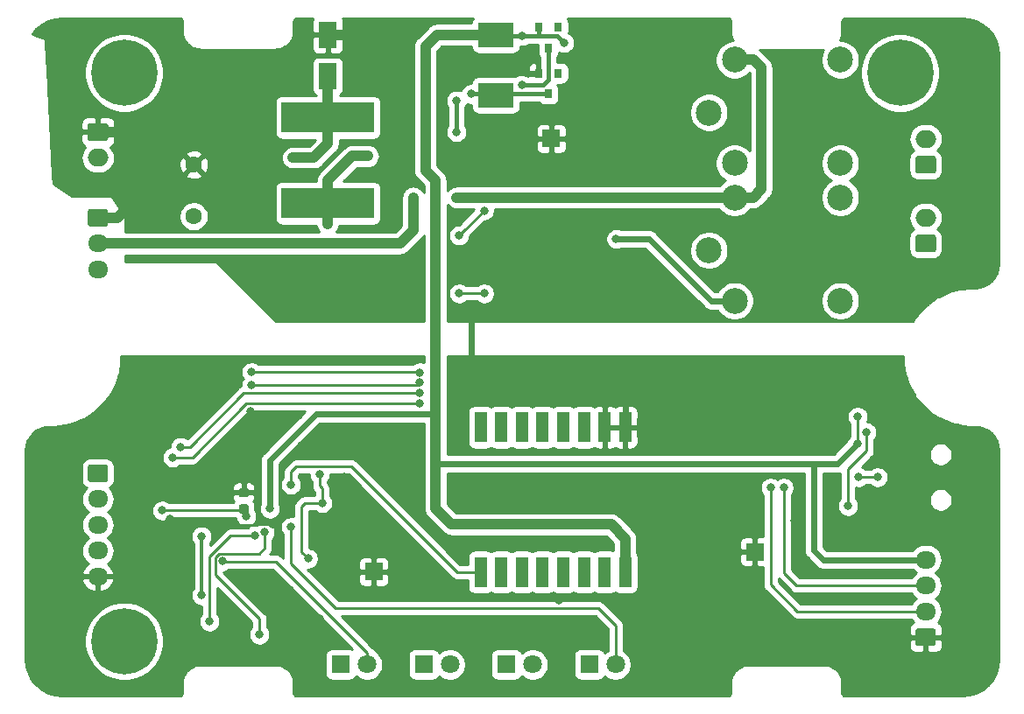
<source format=gbl>
G04 #@! TF.GenerationSoftware,KiCad,Pcbnew,(5.1.5)-3*
G04 #@! TF.CreationDate,2020-01-27T10:14:26+03:00*
G04 #@! TF.ProjectId,UBD,5542442e-6b69-4636-9164-5f7063625858,rev?*
G04 #@! TF.SameCoordinates,Original*
G04 #@! TF.FileFunction,Copper,L2,Bot*
G04 #@! TF.FilePolarity,Positive*
%FSLAX46Y46*%
G04 Gerber Fmt 4.6, Leading zero omitted, Abs format (unit mm)*
G04 Created by KiCad (PCBNEW (5.1.5)-3) date 2020-01-27 10:14:26*
%MOMM*%
%LPD*%
G04 APERTURE LIST*
%ADD10C,1.600000*%
%ADD11R,1.800000X2.500000*%
%ADD12R,1.200000X3.000000*%
%ADD13R,1.700000X1.700000*%
%ADD14C,0.100000*%
%ADD15R,9.000000X3.000000*%
%ADD16O,1.950000X1.700000*%
%ADD17O,2.000000X1.700000*%
%ADD18R,3.429000X2.413000*%
%ADD19C,2.500000*%
%ADD20R,0.800000X0.900000*%
%ADD21R,1.800000X1.800000*%
%ADD22C,1.800000*%
%ADD23C,0.800000*%
%ADD24C,6.400000*%
%ADD25C,0.250000*%
%ADD26C,1.000000*%
%ADD27C,0.400000*%
%ADD28C,0.600000*%
%ADD29C,0.350000*%
%ADD30C,0.254000*%
G04 APERTURE END LIST*
D10*
X41656000Y-110490000D03*
X41656000Y-115490000D03*
D11*
X54610000Y-97917000D03*
X54610000Y-101917000D03*
D12*
X69368146Y-149894038D03*
X71368146Y-149894038D03*
X73368146Y-149894038D03*
X75368146Y-149894038D03*
X77368146Y-149894038D03*
X79368146Y-149894038D03*
X81368146Y-149894038D03*
X83368146Y-149894038D03*
X83368146Y-135894038D03*
X81368146Y-135894038D03*
X79368146Y-135894038D03*
X77368146Y-135894038D03*
X75368146Y-135894038D03*
X73368146Y-135894038D03*
X71368146Y-135894038D03*
X69368146Y-135894038D03*
D13*
X59055000Y-149860000D03*
X95885000Y-147955000D03*
X76200000Y-107950000D03*
G04 #@! TA.AperFunction,SMDPad,CuDef*
D14*
G36*
X46759691Y-141778053D02*
G01*
X46780926Y-141781203D01*
X46801750Y-141786419D01*
X46821962Y-141793651D01*
X46841368Y-141802830D01*
X46859781Y-141813866D01*
X46877024Y-141826654D01*
X46892930Y-141841070D01*
X46907346Y-141856976D01*
X46920134Y-141874219D01*
X46931170Y-141892632D01*
X46940349Y-141912038D01*
X46947581Y-141932250D01*
X46952797Y-141953074D01*
X46955947Y-141974309D01*
X46957000Y-141995750D01*
X46957000Y-142433250D01*
X46955947Y-142454691D01*
X46952797Y-142475926D01*
X46947581Y-142496750D01*
X46940349Y-142516962D01*
X46931170Y-142536368D01*
X46920134Y-142554781D01*
X46907346Y-142572024D01*
X46892930Y-142587930D01*
X46877024Y-142602346D01*
X46859781Y-142615134D01*
X46841368Y-142626170D01*
X46821962Y-142635349D01*
X46801750Y-142642581D01*
X46780926Y-142647797D01*
X46759691Y-142650947D01*
X46738250Y-142652000D01*
X46225750Y-142652000D01*
X46204309Y-142650947D01*
X46183074Y-142647797D01*
X46162250Y-142642581D01*
X46142038Y-142635349D01*
X46122632Y-142626170D01*
X46104219Y-142615134D01*
X46086976Y-142602346D01*
X46071070Y-142587930D01*
X46056654Y-142572024D01*
X46043866Y-142554781D01*
X46032830Y-142536368D01*
X46023651Y-142516962D01*
X46016419Y-142496750D01*
X46011203Y-142475926D01*
X46008053Y-142454691D01*
X46007000Y-142433250D01*
X46007000Y-141995750D01*
X46008053Y-141974309D01*
X46011203Y-141953074D01*
X46016419Y-141932250D01*
X46023651Y-141912038D01*
X46032830Y-141892632D01*
X46043866Y-141874219D01*
X46056654Y-141856976D01*
X46071070Y-141841070D01*
X46086976Y-141826654D01*
X46104219Y-141813866D01*
X46122632Y-141802830D01*
X46142038Y-141793651D01*
X46162250Y-141786419D01*
X46183074Y-141781203D01*
X46204309Y-141778053D01*
X46225750Y-141777000D01*
X46738250Y-141777000D01*
X46759691Y-141778053D01*
G37*
G04 #@! TD.AperFunction*
G04 #@! TA.AperFunction,SMDPad,CuDef*
G36*
X46759691Y-143353053D02*
G01*
X46780926Y-143356203D01*
X46801750Y-143361419D01*
X46821962Y-143368651D01*
X46841368Y-143377830D01*
X46859781Y-143388866D01*
X46877024Y-143401654D01*
X46892930Y-143416070D01*
X46907346Y-143431976D01*
X46920134Y-143449219D01*
X46931170Y-143467632D01*
X46940349Y-143487038D01*
X46947581Y-143507250D01*
X46952797Y-143528074D01*
X46955947Y-143549309D01*
X46957000Y-143570750D01*
X46957000Y-144008250D01*
X46955947Y-144029691D01*
X46952797Y-144050926D01*
X46947581Y-144071750D01*
X46940349Y-144091962D01*
X46931170Y-144111368D01*
X46920134Y-144129781D01*
X46907346Y-144147024D01*
X46892930Y-144162930D01*
X46877024Y-144177346D01*
X46859781Y-144190134D01*
X46841368Y-144201170D01*
X46821962Y-144210349D01*
X46801750Y-144217581D01*
X46780926Y-144222797D01*
X46759691Y-144225947D01*
X46738250Y-144227000D01*
X46225750Y-144227000D01*
X46204309Y-144225947D01*
X46183074Y-144222797D01*
X46162250Y-144217581D01*
X46142038Y-144210349D01*
X46122632Y-144201170D01*
X46104219Y-144190134D01*
X46086976Y-144177346D01*
X46071070Y-144162930D01*
X46056654Y-144147024D01*
X46043866Y-144129781D01*
X46032830Y-144111368D01*
X46023651Y-144091962D01*
X46016419Y-144071750D01*
X46011203Y-144050926D01*
X46008053Y-144029691D01*
X46007000Y-144008250D01*
X46007000Y-143570750D01*
X46008053Y-143549309D01*
X46011203Y-143528074D01*
X46016419Y-143507250D01*
X46023651Y-143487038D01*
X46032830Y-143467632D01*
X46043866Y-143449219D01*
X46056654Y-143431976D01*
X46071070Y-143416070D01*
X46086976Y-143401654D01*
X46104219Y-143388866D01*
X46122632Y-143377830D01*
X46142038Y-143368651D01*
X46162250Y-143361419D01*
X46183074Y-143356203D01*
X46204309Y-143353053D01*
X46225750Y-143352000D01*
X46738250Y-143352000D01*
X46759691Y-143353053D01*
G37*
G04 #@! TD.AperFunction*
D15*
X54610000Y-105918000D03*
X54610000Y-114218000D03*
D16*
X112395000Y-148710000D03*
X112395000Y-151210000D03*
X112395000Y-153710000D03*
G04 #@! TA.AperFunction,ComponentPad*
D14*
G36*
X113144504Y-155361204D02*
G01*
X113168773Y-155364804D01*
X113192571Y-155370765D01*
X113215671Y-155379030D01*
X113237849Y-155389520D01*
X113258893Y-155402133D01*
X113278598Y-155416747D01*
X113296777Y-155433223D01*
X113313253Y-155451402D01*
X113327867Y-155471107D01*
X113340480Y-155492151D01*
X113350970Y-155514329D01*
X113359235Y-155537429D01*
X113365196Y-155561227D01*
X113368796Y-155585496D01*
X113370000Y-155610000D01*
X113370000Y-156810000D01*
X113368796Y-156834504D01*
X113365196Y-156858773D01*
X113359235Y-156882571D01*
X113350970Y-156905671D01*
X113340480Y-156927849D01*
X113327867Y-156948893D01*
X113313253Y-156968598D01*
X113296777Y-156986777D01*
X113278598Y-157003253D01*
X113258893Y-157017867D01*
X113237849Y-157030480D01*
X113215671Y-157040970D01*
X113192571Y-157049235D01*
X113168773Y-157055196D01*
X113144504Y-157058796D01*
X113120000Y-157060000D01*
X111670000Y-157060000D01*
X111645496Y-157058796D01*
X111621227Y-157055196D01*
X111597429Y-157049235D01*
X111574329Y-157040970D01*
X111552151Y-157030480D01*
X111531107Y-157017867D01*
X111511402Y-157003253D01*
X111493223Y-156986777D01*
X111476747Y-156968598D01*
X111462133Y-156948893D01*
X111449520Y-156927849D01*
X111439030Y-156905671D01*
X111430765Y-156882571D01*
X111424804Y-156858773D01*
X111421204Y-156834504D01*
X111420000Y-156810000D01*
X111420000Y-155610000D01*
X111421204Y-155585496D01*
X111424804Y-155561227D01*
X111430765Y-155537429D01*
X111439030Y-155514329D01*
X111449520Y-155492151D01*
X111462133Y-155471107D01*
X111476747Y-155451402D01*
X111493223Y-155433223D01*
X111511402Y-155416747D01*
X111531107Y-155402133D01*
X111552151Y-155389520D01*
X111574329Y-155379030D01*
X111597429Y-155370765D01*
X111621227Y-155364804D01*
X111645496Y-155361204D01*
X111670000Y-155360000D01*
X113120000Y-155360000D01*
X113144504Y-155361204D01*
G37*
G04 #@! TD.AperFunction*
D17*
X112395000Y-115610000D03*
G04 #@! TA.AperFunction,ComponentPad*
D14*
G36*
X113169504Y-117261204D02*
G01*
X113193773Y-117264804D01*
X113217571Y-117270765D01*
X113240671Y-117279030D01*
X113262849Y-117289520D01*
X113283893Y-117302133D01*
X113303598Y-117316747D01*
X113321777Y-117333223D01*
X113338253Y-117351402D01*
X113352867Y-117371107D01*
X113365480Y-117392151D01*
X113375970Y-117414329D01*
X113384235Y-117437429D01*
X113390196Y-117461227D01*
X113393796Y-117485496D01*
X113395000Y-117510000D01*
X113395000Y-118710000D01*
X113393796Y-118734504D01*
X113390196Y-118758773D01*
X113384235Y-118782571D01*
X113375970Y-118805671D01*
X113365480Y-118827849D01*
X113352867Y-118848893D01*
X113338253Y-118868598D01*
X113321777Y-118886777D01*
X113303598Y-118903253D01*
X113283893Y-118917867D01*
X113262849Y-118930480D01*
X113240671Y-118940970D01*
X113217571Y-118949235D01*
X113193773Y-118955196D01*
X113169504Y-118958796D01*
X113145000Y-118960000D01*
X111645000Y-118960000D01*
X111620496Y-118958796D01*
X111596227Y-118955196D01*
X111572429Y-118949235D01*
X111549329Y-118940970D01*
X111527151Y-118930480D01*
X111506107Y-118917867D01*
X111486402Y-118903253D01*
X111468223Y-118886777D01*
X111451747Y-118868598D01*
X111437133Y-118848893D01*
X111424520Y-118827849D01*
X111414030Y-118805671D01*
X111405765Y-118782571D01*
X111399804Y-118758773D01*
X111396204Y-118734504D01*
X111395000Y-118710000D01*
X111395000Y-117510000D01*
X111396204Y-117485496D01*
X111399804Y-117461227D01*
X111405765Y-117437429D01*
X111414030Y-117414329D01*
X111424520Y-117392151D01*
X111437133Y-117371107D01*
X111451747Y-117351402D01*
X111468223Y-117333223D01*
X111486402Y-117316747D01*
X111506107Y-117302133D01*
X111527151Y-117289520D01*
X111549329Y-117279030D01*
X111572429Y-117270765D01*
X111596227Y-117264804D01*
X111620496Y-117261204D01*
X111645000Y-117260000D01*
X113145000Y-117260000D01*
X113169504Y-117261204D01*
G37*
G04 #@! TD.AperFunction*
D17*
X112395000Y-107990000D03*
G04 #@! TA.AperFunction,ComponentPad*
D14*
G36*
X113169504Y-109641204D02*
G01*
X113193773Y-109644804D01*
X113217571Y-109650765D01*
X113240671Y-109659030D01*
X113262849Y-109669520D01*
X113283893Y-109682133D01*
X113303598Y-109696747D01*
X113321777Y-109713223D01*
X113338253Y-109731402D01*
X113352867Y-109751107D01*
X113365480Y-109772151D01*
X113375970Y-109794329D01*
X113384235Y-109817429D01*
X113390196Y-109841227D01*
X113393796Y-109865496D01*
X113395000Y-109890000D01*
X113395000Y-111090000D01*
X113393796Y-111114504D01*
X113390196Y-111138773D01*
X113384235Y-111162571D01*
X113375970Y-111185671D01*
X113365480Y-111207849D01*
X113352867Y-111228893D01*
X113338253Y-111248598D01*
X113321777Y-111266777D01*
X113303598Y-111283253D01*
X113283893Y-111297867D01*
X113262849Y-111310480D01*
X113240671Y-111320970D01*
X113217571Y-111329235D01*
X113193773Y-111335196D01*
X113169504Y-111338796D01*
X113145000Y-111340000D01*
X111645000Y-111340000D01*
X111620496Y-111338796D01*
X111596227Y-111335196D01*
X111572429Y-111329235D01*
X111549329Y-111320970D01*
X111527151Y-111310480D01*
X111506107Y-111297867D01*
X111486402Y-111283253D01*
X111468223Y-111266777D01*
X111451747Y-111248598D01*
X111437133Y-111228893D01*
X111424520Y-111207849D01*
X111414030Y-111185671D01*
X111405765Y-111162571D01*
X111399804Y-111138773D01*
X111396204Y-111114504D01*
X111395000Y-111090000D01*
X111395000Y-109890000D01*
X111396204Y-109865496D01*
X111399804Y-109841227D01*
X111405765Y-109817429D01*
X111414030Y-109794329D01*
X111424520Y-109772151D01*
X111437133Y-109751107D01*
X111451747Y-109731402D01*
X111468223Y-109713223D01*
X111486402Y-109696747D01*
X111506107Y-109682133D01*
X111527151Y-109669520D01*
X111549329Y-109659030D01*
X111572429Y-109650765D01*
X111596227Y-109644804D01*
X111620496Y-109641204D01*
X111645000Y-109640000D01*
X113145000Y-109640000D01*
X113169504Y-109641204D01*
G37*
G04 #@! TD.AperFunction*
D17*
X32385000Y-109815000D03*
G04 #@! TA.AperFunction,ComponentPad*
D14*
G36*
X33159504Y-106466204D02*
G01*
X33183773Y-106469804D01*
X33207571Y-106475765D01*
X33230671Y-106484030D01*
X33252849Y-106494520D01*
X33273893Y-106507133D01*
X33293598Y-106521747D01*
X33311777Y-106538223D01*
X33328253Y-106556402D01*
X33342867Y-106576107D01*
X33355480Y-106597151D01*
X33365970Y-106619329D01*
X33374235Y-106642429D01*
X33380196Y-106666227D01*
X33383796Y-106690496D01*
X33385000Y-106715000D01*
X33385000Y-107915000D01*
X33383796Y-107939504D01*
X33380196Y-107963773D01*
X33374235Y-107987571D01*
X33365970Y-108010671D01*
X33355480Y-108032849D01*
X33342867Y-108053893D01*
X33328253Y-108073598D01*
X33311777Y-108091777D01*
X33293598Y-108108253D01*
X33273893Y-108122867D01*
X33252849Y-108135480D01*
X33230671Y-108145970D01*
X33207571Y-108154235D01*
X33183773Y-108160196D01*
X33159504Y-108163796D01*
X33135000Y-108165000D01*
X31635000Y-108165000D01*
X31610496Y-108163796D01*
X31586227Y-108160196D01*
X31562429Y-108154235D01*
X31539329Y-108145970D01*
X31517151Y-108135480D01*
X31496107Y-108122867D01*
X31476402Y-108108253D01*
X31458223Y-108091777D01*
X31441747Y-108073598D01*
X31427133Y-108053893D01*
X31414520Y-108032849D01*
X31404030Y-108010671D01*
X31395765Y-107987571D01*
X31389804Y-107963773D01*
X31386204Y-107939504D01*
X31385000Y-107915000D01*
X31385000Y-106715000D01*
X31386204Y-106690496D01*
X31389804Y-106666227D01*
X31395765Y-106642429D01*
X31404030Y-106619329D01*
X31414520Y-106597151D01*
X31427133Y-106576107D01*
X31441747Y-106556402D01*
X31458223Y-106538223D01*
X31476402Y-106521747D01*
X31496107Y-106507133D01*
X31517151Y-106494520D01*
X31539329Y-106484030D01*
X31562429Y-106475765D01*
X31586227Y-106469804D01*
X31610496Y-106466204D01*
X31635000Y-106465000D01*
X33135000Y-106465000D01*
X33159504Y-106466204D01*
G37*
G04 #@! TD.AperFunction*
D16*
X32384999Y-120610000D03*
X32384999Y-118110000D03*
G04 #@! TA.AperFunction,ComponentPad*
D14*
G36*
X33134503Y-114761204D02*
G01*
X33158772Y-114764804D01*
X33182570Y-114770765D01*
X33205670Y-114779030D01*
X33227848Y-114789520D01*
X33248892Y-114802133D01*
X33268597Y-114816747D01*
X33286776Y-114833223D01*
X33303252Y-114851402D01*
X33317866Y-114871107D01*
X33330479Y-114892151D01*
X33340969Y-114914329D01*
X33349234Y-114937429D01*
X33355195Y-114961227D01*
X33358795Y-114985496D01*
X33359999Y-115010000D01*
X33359999Y-116210000D01*
X33358795Y-116234504D01*
X33355195Y-116258773D01*
X33349234Y-116282571D01*
X33340969Y-116305671D01*
X33330479Y-116327849D01*
X33317866Y-116348893D01*
X33303252Y-116368598D01*
X33286776Y-116386777D01*
X33268597Y-116403253D01*
X33248892Y-116417867D01*
X33227848Y-116430480D01*
X33205670Y-116440970D01*
X33182570Y-116449235D01*
X33158772Y-116455196D01*
X33134503Y-116458796D01*
X33109999Y-116460000D01*
X31659999Y-116460000D01*
X31635495Y-116458796D01*
X31611226Y-116455196D01*
X31587428Y-116449235D01*
X31564328Y-116440970D01*
X31542150Y-116430480D01*
X31521106Y-116417867D01*
X31501401Y-116403253D01*
X31483222Y-116386777D01*
X31466746Y-116368598D01*
X31452132Y-116348893D01*
X31439519Y-116327849D01*
X31429029Y-116305671D01*
X31420764Y-116282571D01*
X31414803Y-116258773D01*
X31411203Y-116234504D01*
X31409999Y-116210000D01*
X31409999Y-115010000D01*
X31411203Y-114985496D01*
X31414803Y-114961227D01*
X31420764Y-114937429D01*
X31429029Y-114914329D01*
X31439519Y-114892151D01*
X31452132Y-114871107D01*
X31466746Y-114851402D01*
X31483222Y-114833223D01*
X31501401Y-114816747D01*
X31521106Y-114802133D01*
X31542150Y-114789520D01*
X31564328Y-114779030D01*
X31587428Y-114770765D01*
X31611226Y-114764804D01*
X31635495Y-114761204D01*
X31659999Y-114760000D01*
X33109999Y-114760000D01*
X33134503Y-114761204D01*
G37*
G04 #@! TD.AperFunction*
D16*
X32385000Y-150335000D03*
X32385000Y-147835000D03*
X32385000Y-145335000D03*
X32385000Y-142835000D03*
G04 #@! TA.AperFunction,ComponentPad*
D14*
G36*
X33134504Y-139486204D02*
G01*
X33158773Y-139489804D01*
X33182571Y-139495765D01*
X33205671Y-139504030D01*
X33227849Y-139514520D01*
X33248893Y-139527133D01*
X33268598Y-139541747D01*
X33286777Y-139558223D01*
X33303253Y-139576402D01*
X33317867Y-139596107D01*
X33330480Y-139617151D01*
X33340970Y-139639329D01*
X33349235Y-139662429D01*
X33355196Y-139686227D01*
X33358796Y-139710496D01*
X33360000Y-139735000D01*
X33360000Y-140935000D01*
X33358796Y-140959504D01*
X33355196Y-140983773D01*
X33349235Y-141007571D01*
X33340970Y-141030671D01*
X33330480Y-141052849D01*
X33317867Y-141073893D01*
X33303253Y-141093598D01*
X33286777Y-141111777D01*
X33268598Y-141128253D01*
X33248893Y-141142867D01*
X33227849Y-141155480D01*
X33205671Y-141165970D01*
X33182571Y-141174235D01*
X33158773Y-141180196D01*
X33134504Y-141183796D01*
X33110000Y-141185000D01*
X31660000Y-141185000D01*
X31635496Y-141183796D01*
X31611227Y-141180196D01*
X31587429Y-141174235D01*
X31564329Y-141165970D01*
X31542151Y-141155480D01*
X31521107Y-141142867D01*
X31501402Y-141128253D01*
X31483223Y-141111777D01*
X31466747Y-141093598D01*
X31452133Y-141073893D01*
X31439520Y-141052849D01*
X31429030Y-141030671D01*
X31420765Y-141007571D01*
X31414804Y-140983773D01*
X31411204Y-140959504D01*
X31410000Y-140935000D01*
X31410000Y-139735000D01*
X31411204Y-139710496D01*
X31414804Y-139686227D01*
X31420765Y-139662429D01*
X31429030Y-139639329D01*
X31439520Y-139617151D01*
X31452133Y-139596107D01*
X31466747Y-139576402D01*
X31483223Y-139558223D01*
X31501402Y-139541747D01*
X31521107Y-139527133D01*
X31542151Y-139514520D01*
X31564329Y-139504030D01*
X31587429Y-139495765D01*
X31611227Y-139489804D01*
X31635496Y-139486204D01*
X31660000Y-139485000D01*
X33110000Y-139485000D01*
X33134504Y-139486204D01*
G37*
G04 #@! TD.AperFunction*
D18*
X70848691Y-103763482D03*
X70848691Y-97921482D03*
D19*
X91440000Y-118765000D03*
X93940000Y-113665000D03*
X93940000Y-123665000D03*
X104140000Y-123665000D03*
X104140000Y-113665000D03*
X91440000Y-105430000D03*
X93940000Y-100330000D03*
X93940000Y-110330000D03*
X104140000Y-110330000D03*
X104140000Y-100330000D03*
D20*
X75928690Y-99175479D03*
X76878690Y-97175479D03*
X74978690Y-97175479D03*
X75928690Y-103636480D03*
X76878690Y-101636480D03*
X74978690Y-101636480D03*
D21*
X79880000Y-158849000D03*
D22*
X82420000Y-158849000D03*
D21*
X71880000Y-158849000D03*
D22*
X74420000Y-158849000D03*
D21*
X63880000Y-158849000D03*
D22*
X66420000Y-158849000D03*
D21*
X55880000Y-158849000D03*
D22*
X58420000Y-158849000D03*
D23*
X111622055Y-99902944D03*
X109924999Y-99200000D03*
X108227943Y-99902944D03*
X107524999Y-101600000D03*
X108227943Y-103297056D03*
X109924999Y-104000000D03*
X111622055Y-103297056D03*
X112324999Y-101600000D03*
D24*
X109924999Y-101600000D03*
X34925000Y-156600000D03*
D23*
X37325000Y-156600000D03*
X36622056Y-158297056D03*
X34925000Y-159000000D03*
X33227944Y-158297056D03*
X32525000Y-156600000D03*
X33227944Y-154902944D03*
X34925000Y-154200000D03*
X36622056Y-154902944D03*
X36622056Y-99902944D03*
X34925000Y-99200000D03*
X33227944Y-99902944D03*
X32525000Y-101600000D03*
X33227944Y-103297056D03*
X34925000Y-104000000D03*
X36622056Y-103297056D03*
X37325000Y-101600000D03*
D24*
X34925000Y-101600000D03*
D23*
X93218000Y-144907000D03*
X103124000Y-138176000D03*
X56223852Y-140678848D03*
X56223847Y-147663853D03*
X60325000Y-102235000D03*
X73298690Y-101313483D03*
X45720000Y-145288000D03*
X47752000Y-142240000D03*
X49276000Y-145288000D03*
X51017000Y-143764000D03*
X113030000Y-139954000D03*
X116702000Y-140070000D03*
X68443600Y-124596400D03*
X45720000Y-100076000D03*
X40386000Y-105664000D03*
X41275000Y-148590000D03*
X36921505Y-148745799D03*
X44958000Y-138049000D03*
X67310000Y-134620000D03*
X67310000Y-136906000D03*
X39370000Y-133350000D03*
X82042000Y-142494000D03*
X68326000Y-142494000D03*
X62992000Y-140970000D03*
X62992000Y-144018000D03*
X62230000Y-149860000D03*
X27432000Y-158242000D03*
X31750000Y-161290000D03*
X26670000Y-146558000D03*
X90678000Y-155448000D03*
X106172000Y-155448000D03*
X99695000Y-144907000D03*
X98044000Y-133604000D03*
X118110000Y-157988000D03*
X114046000Y-161290000D03*
X49022000Y-122936000D03*
X56896000Y-122936000D03*
X69850000Y-106426000D03*
X78994000Y-106426000D03*
X82550000Y-98552000D03*
X91313000Y-97409000D03*
X118364000Y-101092000D03*
X114554000Y-97028000D03*
X118364000Y-118618000D03*
X100076000Y-114300000D03*
X98806000Y-122174000D03*
X100076000Y-101854000D03*
X108204000Y-113284000D03*
X76708000Y-120650000D03*
X83312000Y-112014000D03*
X87376000Y-138176000D03*
X47117000Y-134366000D03*
X39370000Y-144723346D03*
X52070000Y-129540000D03*
X59690000Y-129540000D03*
X73025000Y-129540000D03*
X83820000Y-129540000D03*
X94615000Y-129540000D03*
X105410000Y-129540000D03*
X28575000Y-138430000D03*
X35052000Y-142748000D03*
X39370000Y-129540000D03*
X36830000Y-130175000D03*
X62230000Y-154940000D03*
X76835000Y-156210000D03*
X90805000Y-160655000D03*
X90424000Y-149606000D03*
X99695000Y-156210000D03*
X109855000Y-152400000D03*
X102235000Y-152400000D03*
X108966000Y-150114000D03*
X100584000Y-149352000D03*
X89662000Y-140970000D03*
X103886000Y-146812000D03*
X109220000Y-146812000D03*
X113909000Y-145171000D03*
X116586000Y-148844000D03*
X116586000Y-153670000D03*
X108204000Y-159512000D03*
X110744000Y-133604000D03*
X113919000Y-136271000D03*
X75438000Y-142494000D03*
X86106000Y-155448000D03*
X69088000Y-158750000D03*
X60960000Y-158750000D03*
X82042000Y-152654000D03*
X76962000Y-152654000D03*
X71374000Y-152400000D03*
X66040000Y-151892000D03*
X67564000Y-155448000D03*
X70866000Y-155448000D03*
X76962000Y-159766000D03*
X81534000Y-161290000D03*
X78740000Y-147066000D03*
X71882000Y-147066000D03*
X66548000Y-147066000D03*
X87376000Y-147574000D03*
X40640000Y-158242000D03*
X47244000Y-157988000D03*
X51308000Y-156464000D03*
X53848000Y-154432000D03*
X46482000Y-150749000D03*
X50927000Y-151638000D03*
X57150000Y-154559000D03*
X62230000Y-152146000D03*
X54864000Y-136906000D03*
X61341000Y-136906000D03*
X58928000Y-139827000D03*
X52070000Y-137668000D03*
X51816000Y-134747000D03*
X37719000Y-141605000D03*
X37719000Y-137541000D03*
X28829000Y-152273000D03*
X68433816Y-121117730D03*
X68443600Y-124596400D03*
X54610000Y-116205000D03*
X58488184Y-109646185D03*
X62865000Y-113665000D03*
X67056000Y-104267000D03*
X67056000Y-113665000D03*
X67056000Y-107315000D03*
X89408000Y-113665000D03*
X54064847Y-143218847D03*
X53810848Y-140424849D03*
X52705000Y-148590000D03*
X77452691Y-98683480D03*
X73424519Y-98025481D03*
X49022000Y-143764000D03*
X105815234Y-137471174D03*
X105818923Y-134872155D03*
X65024000Y-121158000D03*
X65024000Y-124460000D03*
X46736000Y-144526000D03*
X38608000Y-143948346D03*
X42418000Y-152146000D03*
X42411719Y-146445992D03*
X73388691Y-102747480D03*
X68435690Y-103636480D03*
X104902000Y-143510000D03*
X106680000Y-136383999D03*
X51231301Y-109796213D03*
X44450000Y-148844000D03*
X51054000Y-145542000D03*
X47565315Y-146366228D03*
X43180000Y-154686000D03*
X48514000Y-146050000D03*
X48006000Y-155956000D03*
X51054000Y-141448346D03*
X63500000Y-133604000D03*
X39624000Y-138811000D03*
X63500000Y-132588000D03*
X40386000Y-137795000D03*
X82487000Y-117665000D03*
X105918000Y-140716000D03*
X107747513Y-140716000D03*
X67310000Y-122936000D03*
X69723000Y-122936000D03*
X67305437Y-117343437D03*
X69718437Y-114930437D03*
X63500000Y-130587994D03*
X98679000Y-141732000D03*
X47244000Y-130556000D03*
X63500000Y-131587997D03*
X97409000Y-141732000D03*
X47244000Y-131826000D03*
D25*
X56223847Y-147663853D02*
X56223852Y-140678848D01*
D26*
X32384999Y-115610000D02*
X34250000Y-115610000D01*
X34250000Y-115610000D02*
X34925000Y-114935000D01*
X34925000Y-114935000D02*
X34925000Y-107950000D01*
X34290000Y-107315000D02*
X32385000Y-107315000D01*
X34925000Y-107950000D02*
X34290000Y-107315000D01*
D27*
X74893689Y-101721479D02*
X74978690Y-101636482D01*
X73298690Y-101313483D02*
X73706691Y-101721480D01*
X73706691Y-101721480D02*
X74893689Y-101721479D01*
D25*
X35052000Y-145288000D02*
X45720000Y-145288000D01*
X34544000Y-145796000D02*
X35052000Y-145288000D01*
X34544000Y-149860000D02*
X34544000Y-145796000D01*
X32385000Y-150335000D02*
X34069000Y-150335000D01*
X34069000Y-150335000D02*
X34544000Y-149860000D01*
X47752000Y-142240000D02*
X47752000Y-145288000D01*
X50800000Y-143764000D02*
X49276000Y-145288000D01*
X51017000Y-143764000D02*
X50800000Y-143764000D01*
X116586000Y-139954000D02*
X116702000Y-140070000D01*
X113030000Y-139954000D02*
X116586000Y-139954000D01*
D28*
X68443600Y-132451600D02*
X69088000Y-133096000D01*
X69088000Y-133096000D02*
X82804000Y-133096000D01*
X83368146Y-133660146D02*
X83368146Y-135894038D01*
X82804000Y-133096000D02*
X83368146Y-133660146D01*
X68443600Y-129930400D02*
X68443600Y-132451600D01*
D29*
X47726500Y-142214500D02*
X47752000Y-142240000D01*
X46482000Y-142214500D02*
X47726500Y-142214500D01*
D25*
X47752000Y-135001000D02*
X47117000Y-134366000D01*
X47752000Y-142240000D02*
X47752000Y-135001000D01*
D29*
X45155346Y-144723346D02*
X45720000Y-145288000D01*
X39370000Y-144723346D02*
X45155346Y-144723346D01*
X73025000Y-129540000D02*
X83820000Y-129540000D01*
X99060000Y-138176000D02*
X103124000Y-138176000D01*
X90814400Y-129930400D02*
X99060000Y-138176000D01*
X87376000Y-138176000D02*
X87376000Y-129540000D01*
X90421534Y-129540000D02*
X90613267Y-129731733D01*
X83820000Y-129540000D02*
X90421534Y-129540000D01*
X90415128Y-129536024D02*
X90613267Y-129731733D01*
X90613267Y-129731733D02*
X90814400Y-129930400D01*
X68580000Y-129540000D02*
X68443600Y-129403600D01*
X73025000Y-129540000D02*
X68580000Y-129540000D01*
D28*
X68443600Y-124596400D02*
X68443600Y-129403600D01*
X68443600Y-129403600D02*
X68443600Y-129930400D01*
D26*
X59055000Y-97917000D02*
X54737000Y-97917000D01*
X60325000Y-102235000D02*
X60325000Y-99187000D01*
X60325000Y-99187000D02*
X59055000Y-97917000D01*
D25*
X45752000Y-145320000D02*
X45720000Y-145288000D01*
X47752000Y-145288000D02*
X47720000Y-145320000D01*
X47720000Y-145320000D02*
X45752000Y-145320000D01*
X49276000Y-145288000D02*
X49248000Y-145260000D01*
X47780000Y-145260000D02*
X47752000Y-145288000D01*
X49248000Y-145260000D02*
X47780000Y-145260000D01*
D26*
X95758000Y-100330000D02*
X93940000Y-100330000D01*
X96520000Y-101092000D02*
X95758000Y-100330000D01*
X96520000Y-112852766D02*
X96520000Y-101092000D01*
X93940000Y-113665000D02*
X95707766Y-113665000D01*
X95707766Y-113665000D02*
X96520000Y-112852766D01*
X93940000Y-113665000D02*
X67056000Y-113665000D01*
D29*
X67056000Y-104267000D02*
X67056000Y-104197685D01*
D26*
X62865000Y-116840000D02*
X62865000Y-113665000D01*
X32384999Y-118110000D02*
X61595000Y-118110000D01*
X61595000Y-118110000D02*
X62865000Y-116840000D01*
X54610000Y-113240000D02*
X54610000Y-116205000D01*
X54610000Y-112014000D02*
X54610000Y-113240000D01*
X58488184Y-109646185D02*
X56977815Y-109646185D01*
X56977815Y-109646185D02*
X54610000Y-112014000D01*
D27*
X67056000Y-107315000D02*
X67056000Y-104267000D01*
D25*
X53810848Y-140424849D02*
X53810849Y-141567848D01*
X54064849Y-141821852D02*
X54064847Y-143218847D01*
X53810849Y-141567848D02*
X54064849Y-141821852D01*
X52705000Y-148590000D02*
X52070000Y-147955000D01*
X52070000Y-147955000D02*
X52070000Y-143575700D01*
X52070000Y-143575700D02*
X52426853Y-143218847D01*
X52426853Y-143218847D02*
X54064847Y-143218847D01*
D27*
X71760690Y-97921480D02*
X70848690Y-97921478D01*
X71864690Y-98025481D02*
X71760690Y-97921480D01*
X77452691Y-98683480D02*
X76794693Y-98025482D01*
X74978691Y-98025481D02*
X75062689Y-98025479D01*
X74978690Y-97175482D02*
X74978691Y-98025481D01*
X76794693Y-98025482D02*
X75062689Y-98025479D01*
X75062689Y-98025479D02*
X73424519Y-98025481D01*
X73424519Y-98025481D02*
X71864690Y-98025481D01*
D26*
X65024000Y-137922000D02*
X65024000Y-139446000D01*
D25*
X105815234Y-137471174D02*
X105815234Y-134875844D01*
X105815234Y-134875844D02*
X105818923Y-134872155D01*
D28*
X65089000Y-127827000D02*
X65024000Y-127762000D01*
D26*
X65024000Y-121158000D02*
X65024000Y-124460000D01*
X65024000Y-124460000D02*
X65024000Y-127762000D01*
D29*
X46482000Y-144272000D02*
X46736000Y-144526000D01*
X46482000Y-143789500D02*
X46482000Y-144272000D01*
D25*
X46158346Y-143948346D02*
X46736000Y-144526000D01*
X38608000Y-143948346D02*
X46158346Y-143948346D01*
D28*
X65024000Y-139446000D02*
X101600000Y-139446000D01*
X101600000Y-147828000D02*
X101600000Y-139446000D01*
X112395000Y-148710000D02*
X102482000Y-148710000D01*
X102482000Y-148710000D02*
X101600000Y-147828000D01*
D29*
X42418000Y-146452273D02*
X42411719Y-146445992D01*
X42418000Y-152146000D02*
X42418000Y-146452273D01*
D28*
X99822000Y-139446000D02*
X103886000Y-139446000D01*
X103886000Y-139446000D02*
X105815234Y-137471174D01*
D26*
X64033689Y-99034311D02*
X65146518Y-97921482D01*
X65146518Y-97921482D02*
X70848691Y-97921482D01*
X65024000Y-112014000D02*
X64033689Y-111023689D01*
X64033689Y-111023689D02*
X64033689Y-99034311D01*
X65024000Y-127762000D02*
X65024000Y-137922000D01*
D28*
X53467000Y-134620000D02*
X49022000Y-139065000D01*
X49022000Y-139065000D02*
X49022000Y-143764000D01*
X65024000Y-137922000D02*
X65024000Y-134620000D01*
X65024000Y-134620000D02*
X53467000Y-134620000D01*
D26*
X83368146Y-146670292D02*
X83368146Y-149894038D01*
X81985854Y-145288000D02*
X83368146Y-146670292D01*
X66548000Y-145288000D02*
X81985854Y-145288000D01*
X65024000Y-139446000D02*
X65024000Y-143764000D01*
X65024000Y-143764000D02*
X66548000Y-145288000D01*
X65024000Y-112014000D02*
X65024000Y-121158000D01*
D27*
X75437691Y-102747479D02*
X73388691Y-102747480D01*
X75928689Y-99175480D02*
X75928692Y-102256480D01*
X75928692Y-102256480D02*
X75437691Y-102747479D01*
X70721691Y-103636480D02*
X70848689Y-103763481D01*
X68435690Y-103636480D02*
X70721691Y-103636480D01*
X70975689Y-103636479D02*
X70848689Y-103763481D01*
X75928690Y-103636480D02*
X70975689Y-103636479D01*
D25*
X106680000Y-138176000D02*
X106680000Y-136383999D01*
X104902000Y-143510000D02*
X104902000Y-139954000D01*
X104902000Y-139954000D02*
X106680000Y-138176000D01*
D26*
X54610000Y-108458000D02*
X54610000Y-105918000D01*
X51231301Y-109796213D02*
X53271787Y-109796213D01*
X53271787Y-109796213D02*
X54610000Y-108458000D01*
X54610000Y-101854000D02*
X54610000Y-105918000D01*
D25*
X58420000Y-157734000D02*
X58420000Y-158849000D01*
X49609356Y-148923356D02*
X58420000Y-157734000D01*
X44450000Y-148844000D02*
X44529356Y-148923356D01*
X44529356Y-148923356D02*
X49609356Y-148923356D01*
X81534000Y-154178000D02*
X81520001Y-154164001D01*
X82420000Y-155064000D02*
X81534000Y-154178000D01*
X82420000Y-158849000D02*
X82420000Y-155064000D01*
X80772000Y-153416000D02*
X81534000Y-154178000D01*
X55372000Y-153416000D02*
X80772000Y-153416000D01*
X51054000Y-145542000D02*
X51054000Y-149098000D01*
X51054000Y-149098000D02*
X55372000Y-153416000D01*
X43180000Y-148404588D02*
X43180000Y-154686000D01*
X47565315Y-146366228D02*
X45218360Y-146366228D01*
X45218360Y-146366228D02*
X43180000Y-148404588D01*
X48514000Y-147574000D02*
X47969001Y-148118999D01*
X48006000Y-154432000D02*
X48006000Y-155956000D01*
X47969001Y-148118999D02*
X44101999Y-148118999D01*
X48514000Y-146050000D02*
X48514000Y-147574000D01*
X44101999Y-148118999D02*
X43724999Y-148495999D01*
X43724999Y-148495999D02*
X43724999Y-150150999D01*
X43724999Y-150150999D02*
X48006000Y-154432000D01*
X67090038Y-149894038D02*
X69368146Y-149894038D01*
X56895848Y-139699848D02*
X67090038Y-149894038D01*
X51562152Y-139699848D02*
X56895848Y-139699848D01*
X51054000Y-141448346D02*
X51054000Y-140208000D01*
X51054000Y-140208000D02*
X51562152Y-139699848D01*
X41529000Y-138811000D02*
X46736000Y-133604000D01*
X39624000Y-138811000D02*
X41529000Y-138811000D01*
X46736000Y-133604000D02*
X63500000Y-133604000D01*
X62934315Y-132588000D02*
X63500000Y-132588000D01*
X46482000Y-132588000D02*
X62934315Y-132588000D01*
X40386000Y-137795000D02*
X41275000Y-137795000D01*
X41275000Y-137795000D02*
X46482000Y-132588000D01*
D28*
X92172234Y-123665000D02*
X93940000Y-123665000D01*
X91661000Y-123665000D02*
X92172234Y-123665000D01*
X82487000Y-117665000D02*
X85661000Y-117665000D01*
X85661000Y-117665000D02*
X91661000Y-123665000D01*
D25*
X105918000Y-140716000D02*
X107747513Y-140716000D01*
X67310000Y-122936000D02*
X69723000Y-122936000D01*
X67705436Y-116943438D02*
X69718437Y-114930437D01*
X67305437Y-117343437D02*
X67705436Y-116943438D01*
X111170000Y-151210000D02*
X112395000Y-151210000D01*
X99902000Y-151210000D02*
X111170000Y-151210000D01*
X98679000Y-141732000D02*
X98679000Y-149987000D01*
X98679000Y-149987000D02*
X99902000Y-151210000D01*
X47244000Y-130556000D02*
X63468006Y-130556000D01*
X63468006Y-130556000D02*
X63500000Y-130587994D01*
X111170000Y-153710000D02*
X112395000Y-153710000D01*
X99989000Y-153710000D02*
X111170000Y-153710000D01*
X97409000Y-141732000D02*
X97409000Y-151130000D01*
X97409000Y-151130000D02*
X99989000Y-153710000D01*
X47244000Y-131826000D02*
X51689000Y-131826000D01*
X63261997Y-131826000D02*
X63500000Y-131587997D01*
X51689000Y-131826000D02*
X63261997Y-131826000D01*
D30*
G36*
X63889000Y-129628847D02*
G01*
X63801898Y-129592768D01*
X63601939Y-129552994D01*
X63398061Y-129552994D01*
X63198102Y-129592768D01*
X63009744Y-129670789D01*
X62840226Y-129784057D01*
X62828283Y-129796000D01*
X47947711Y-129796000D01*
X47903774Y-129752063D01*
X47734256Y-129638795D01*
X47545898Y-129560774D01*
X47345939Y-129521000D01*
X47142061Y-129521000D01*
X46942102Y-129560774D01*
X46753744Y-129638795D01*
X46584226Y-129752063D01*
X46440063Y-129896226D01*
X46326795Y-130065744D01*
X46248774Y-130254102D01*
X46209000Y-130454061D01*
X46209000Y-130657939D01*
X46248774Y-130857898D01*
X46326795Y-131046256D01*
X46423510Y-131191000D01*
X46326795Y-131335744D01*
X46248774Y-131524102D01*
X46209000Y-131724061D01*
X46209000Y-131876616D01*
X46189753Y-131882454D01*
X46057723Y-131953026D01*
X45985531Y-132012273D01*
X45941999Y-132047999D01*
X45918201Y-132076997D01*
X41020814Y-136974385D01*
X40876256Y-136877795D01*
X40687898Y-136799774D01*
X40487939Y-136760000D01*
X40284061Y-136760000D01*
X40084102Y-136799774D01*
X39895744Y-136877795D01*
X39726226Y-136991063D01*
X39582063Y-137135226D01*
X39468795Y-137304744D01*
X39390774Y-137493102D01*
X39351000Y-137693061D01*
X39351000Y-137810026D01*
X39322102Y-137815774D01*
X39133744Y-137893795D01*
X38964226Y-138007063D01*
X38820063Y-138151226D01*
X38706795Y-138320744D01*
X38628774Y-138509102D01*
X38589000Y-138709061D01*
X38589000Y-138912939D01*
X38628774Y-139112898D01*
X38706795Y-139301256D01*
X38820063Y-139470774D01*
X38964226Y-139614937D01*
X39133744Y-139728205D01*
X39322102Y-139806226D01*
X39522061Y-139846000D01*
X39725939Y-139846000D01*
X39925898Y-139806226D01*
X40114256Y-139728205D01*
X40283774Y-139614937D01*
X40327711Y-139571000D01*
X41491678Y-139571000D01*
X41529000Y-139574676D01*
X41566322Y-139571000D01*
X41566333Y-139571000D01*
X41677986Y-139560003D01*
X41821247Y-139516546D01*
X41953276Y-139445974D01*
X42069001Y-139351001D01*
X42092804Y-139321997D01*
X47050802Y-134364000D01*
X52400710Y-134364000D01*
X48393341Y-138371370D01*
X48357656Y-138400656D01*
X48240814Y-138543029D01*
X48153993Y-138705461D01*
X48112128Y-138843471D01*
X48100529Y-138881709D01*
X48082476Y-139065000D01*
X48087000Y-139110932D01*
X48087001Y-143316702D01*
X48026774Y-143462102D01*
X47987000Y-143662061D01*
X47987000Y-143865939D01*
X48026774Y-144065898D01*
X48104795Y-144254256D01*
X48218063Y-144423774D01*
X48362226Y-144567937D01*
X48531744Y-144681205D01*
X48720102Y-144759226D01*
X48920061Y-144799000D01*
X49123939Y-144799000D01*
X49323898Y-144759226D01*
X49512256Y-144681205D01*
X49681774Y-144567937D01*
X49825937Y-144423774D01*
X49939205Y-144254256D01*
X50017226Y-144065898D01*
X50057000Y-143865939D01*
X50057000Y-143662061D01*
X50017226Y-143462102D01*
X49957000Y-143316705D01*
X49957000Y-139452289D01*
X53854290Y-135555000D01*
X63889001Y-135555000D01*
X63889001Y-137866239D01*
X63889000Y-137866249D01*
X63889000Y-139390249D01*
X63889001Y-143708239D01*
X63883509Y-143764000D01*
X63905423Y-143986498D01*
X63970324Y-144200446D01*
X64009467Y-144273677D01*
X64075717Y-144397623D01*
X64217552Y-144570449D01*
X64260860Y-144605991D01*
X65706009Y-146051140D01*
X65741551Y-146094449D01*
X65914377Y-146236284D01*
X66111553Y-146341676D01*
X66325501Y-146406577D01*
X66492248Y-146423000D01*
X66492257Y-146423000D01*
X66547999Y-146428490D01*
X66603741Y-146423000D01*
X81515723Y-146423000D01*
X82233146Y-147140424D01*
X82233146Y-147815665D01*
X82212326Y-147804536D01*
X82092628Y-147768226D01*
X81968146Y-147755966D01*
X80768146Y-147755966D01*
X80643664Y-147768226D01*
X80523966Y-147804536D01*
X80413652Y-147863501D01*
X80368146Y-147900847D01*
X80322640Y-147863501D01*
X80212326Y-147804536D01*
X80092628Y-147768226D01*
X79968146Y-147755966D01*
X78768146Y-147755966D01*
X78643664Y-147768226D01*
X78523966Y-147804536D01*
X78413652Y-147863501D01*
X78368146Y-147900847D01*
X78322640Y-147863501D01*
X78212326Y-147804536D01*
X78092628Y-147768226D01*
X77968146Y-147755966D01*
X76768146Y-147755966D01*
X76643664Y-147768226D01*
X76523966Y-147804536D01*
X76413652Y-147863501D01*
X76368146Y-147900847D01*
X76322640Y-147863501D01*
X76212326Y-147804536D01*
X76092628Y-147768226D01*
X75968146Y-147755966D01*
X74768146Y-147755966D01*
X74643664Y-147768226D01*
X74523966Y-147804536D01*
X74413652Y-147863501D01*
X74368146Y-147900847D01*
X74322640Y-147863501D01*
X74212326Y-147804536D01*
X74092628Y-147768226D01*
X73968146Y-147755966D01*
X72768146Y-147755966D01*
X72643664Y-147768226D01*
X72523966Y-147804536D01*
X72413652Y-147863501D01*
X72368146Y-147900847D01*
X72322640Y-147863501D01*
X72212326Y-147804536D01*
X72092628Y-147768226D01*
X71968146Y-147755966D01*
X70768146Y-147755966D01*
X70643664Y-147768226D01*
X70523966Y-147804536D01*
X70413652Y-147863501D01*
X70368146Y-147900847D01*
X70322640Y-147863501D01*
X70212326Y-147804536D01*
X70092628Y-147768226D01*
X69968146Y-147755966D01*
X68768146Y-147755966D01*
X68643664Y-147768226D01*
X68523966Y-147804536D01*
X68413652Y-147863501D01*
X68316961Y-147942853D01*
X68237609Y-148039544D01*
X68178644Y-148149858D01*
X68142334Y-148269556D01*
X68130074Y-148394038D01*
X68130074Y-149134038D01*
X67404840Y-149134038D01*
X57459652Y-139188851D01*
X57435849Y-139159847D01*
X57320124Y-139064874D01*
X57188095Y-138994302D01*
X57044834Y-138950845D01*
X56933181Y-138939848D01*
X56933170Y-138939848D01*
X56895848Y-138936172D01*
X56858526Y-138939848D01*
X51599474Y-138939848D01*
X51562151Y-138936172D01*
X51524828Y-138939848D01*
X51524819Y-138939848D01*
X51413166Y-138950845D01*
X51269905Y-138994302D01*
X51137876Y-139064874D01*
X51022151Y-139159847D01*
X50998352Y-139188846D01*
X50542998Y-139644201D01*
X50514000Y-139667999D01*
X50490202Y-139696997D01*
X50490201Y-139696998D01*
X50419026Y-139783724D01*
X50348454Y-139915754D01*
X50304998Y-140059015D01*
X50290324Y-140208000D01*
X50294001Y-140245332D01*
X50294001Y-140744634D01*
X50250063Y-140788572D01*
X50136795Y-140958090D01*
X50058774Y-141146448D01*
X50019000Y-141346407D01*
X50019000Y-141550285D01*
X50058774Y-141750244D01*
X50136795Y-141938602D01*
X50250063Y-142108120D01*
X50394226Y-142252283D01*
X50563744Y-142365551D01*
X50752102Y-142443572D01*
X50952061Y-142483346D01*
X51155939Y-142483346D01*
X51355898Y-142443572D01*
X51544256Y-142365551D01*
X51713774Y-142252283D01*
X51857937Y-142108120D01*
X51971205Y-141938602D01*
X52049226Y-141750244D01*
X52089000Y-141550285D01*
X52089000Y-141346407D01*
X52049226Y-141146448D01*
X51971205Y-140958090D01*
X51857937Y-140788572D01*
X51814000Y-140744635D01*
X51814000Y-140522801D01*
X51876954Y-140459848D01*
X52775848Y-140459848D01*
X52775848Y-140526788D01*
X52815622Y-140726747D01*
X52893643Y-140915105D01*
X53006911Y-141084623D01*
X53050849Y-141128561D01*
X53050850Y-141530513D01*
X53047173Y-141567842D01*
X53061845Y-141716828D01*
X53105301Y-141860088D01*
X53105303Y-141860092D01*
X53105304Y-141860095D01*
X53112000Y-141872622D01*
X53175872Y-141992119D01*
X53247046Y-142078846D01*
X53247051Y-142078851D01*
X53270849Y-142107849D01*
X53299842Y-142131643D01*
X53304849Y-142136650D01*
X53304849Y-142458847D01*
X52464175Y-142458847D01*
X52426852Y-142455171D01*
X52389529Y-142458847D01*
X52389520Y-142458847D01*
X52277867Y-142469844D01*
X52134606Y-142513301D01*
X52002577Y-142583873D01*
X51886852Y-142678846D01*
X51863049Y-142707850D01*
X51558998Y-143011901D01*
X51530000Y-143035699D01*
X51506202Y-143064697D01*
X51506201Y-143064698D01*
X51435026Y-143151424D01*
X51364454Y-143283454D01*
X51320998Y-143426715D01*
X51306324Y-143575700D01*
X51310001Y-143613032D01*
X51310001Y-144537645D01*
X51155939Y-144507000D01*
X50952061Y-144507000D01*
X50752102Y-144546774D01*
X50563744Y-144624795D01*
X50394226Y-144738063D01*
X50250063Y-144882226D01*
X50136795Y-145051744D01*
X50058774Y-145240102D01*
X50019000Y-145440061D01*
X50019000Y-145643939D01*
X50058774Y-145843898D01*
X50136795Y-146032256D01*
X50250063Y-146201774D01*
X50294000Y-146245711D01*
X50294001Y-148533200D01*
X50173160Y-148412359D01*
X50149357Y-148383355D01*
X50033632Y-148288382D01*
X49901603Y-148217810D01*
X49758342Y-148174353D01*
X49646689Y-148163356D01*
X49646678Y-148163356D01*
X49609356Y-148159680D01*
X49572034Y-148163356D01*
X48999446Y-148163356D01*
X49025002Y-148137800D01*
X49054001Y-148114001D01*
X49088698Y-148071723D01*
X49148974Y-147998277D01*
X49219546Y-147866247D01*
X49226903Y-147841993D01*
X49263003Y-147722986D01*
X49274000Y-147611333D01*
X49274000Y-147611323D01*
X49277676Y-147574000D01*
X49274000Y-147536677D01*
X49274000Y-146753711D01*
X49317937Y-146709774D01*
X49431205Y-146540256D01*
X49509226Y-146351898D01*
X49549000Y-146151939D01*
X49549000Y-145948061D01*
X49509226Y-145748102D01*
X49431205Y-145559744D01*
X49317937Y-145390226D01*
X49173774Y-145246063D01*
X49004256Y-145132795D01*
X48815898Y-145054774D01*
X48615939Y-145015000D01*
X48412061Y-145015000D01*
X48212102Y-145054774D01*
X48023744Y-145132795D01*
X47854226Y-145246063D01*
X47752170Y-145348119D01*
X47667254Y-145331228D01*
X47463376Y-145331228D01*
X47364368Y-145350922D01*
X47395774Y-145329937D01*
X47539937Y-145185774D01*
X47653205Y-145016256D01*
X47731226Y-144827898D01*
X47771000Y-144627939D01*
X47771000Y-144424061D01*
X47731226Y-144224102D01*
X47653205Y-144035744D01*
X47595072Y-143948742D01*
X47595072Y-143570750D01*
X47578608Y-143403592D01*
X47529850Y-143242858D01*
X47450671Y-143094725D01*
X47432900Y-143073070D01*
X47487537Y-143006494D01*
X47546502Y-142896180D01*
X47582812Y-142776482D01*
X47595072Y-142652000D01*
X47592000Y-142500250D01*
X47433250Y-142341500D01*
X46609000Y-142341500D01*
X46609000Y-142361500D01*
X46355000Y-142361500D01*
X46355000Y-142341500D01*
X45530750Y-142341500D01*
X45372000Y-142500250D01*
X45368928Y-142652000D01*
X45381188Y-142776482D01*
X45417498Y-142896180D01*
X45476463Y-143006494D01*
X45531100Y-143073070D01*
X45513329Y-143094725D01*
X45463287Y-143188346D01*
X39311711Y-143188346D01*
X39267774Y-143144409D01*
X39098256Y-143031141D01*
X38909898Y-142953120D01*
X38709939Y-142913346D01*
X38506061Y-142913346D01*
X38306102Y-142953120D01*
X38117744Y-143031141D01*
X37948226Y-143144409D01*
X37804063Y-143288572D01*
X37690795Y-143458090D01*
X37612774Y-143646448D01*
X37573000Y-143846407D01*
X37573000Y-144050285D01*
X37612774Y-144250244D01*
X37690795Y-144438602D01*
X37804063Y-144608120D01*
X37948226Y-144752283D01*
X38117744Y-144865551D01*
X38306102Y-144943572D01*
X38506061Y-144983346D01*
X38709939Y-144983346D01*
X38909898Y-144943572D01*
X39098256Y-144865551D01*
X39267774Y-144752283D01*
X39311711Y-144708346D01*
X45716994Y-144708346D01*
X45740774Y-144827898D01*
X45818795Y-145016256D01*
X45932063Y-145185774D01*
X46076226Y-145329937D01*
X46245744Y-145443205D01*
X46434102Y-145521226D01*
X46634061Y-145561000D01*
X46837939Y-145561000D01*
X46936947Y-145541306D01*
X46905541Y-145562291D01*
X46861604Y-145606228D01*
X45255682Y-145606228D01*
X45218359Y-145602552D01*
X45181036Y-145606228D01*
X45181027Y-145606228D01*
X45069374Y-145617225D01*
X44926113Y-145660682D01*
X44794084Y-145731254D01*
X44678359Y-145826227D01*
X44654561Y-145855225D01*
X43228000Y-147281787D01*
X43228000Y-147087292D01*
X43328924Y-146936248D01*
X43406945Y-146747890D01*
X43446719Y-146547931D01*
X43446719Y-146344053D01*
X43406945Y-146144094D01*
X43328924Y-145955736D01*
X43215656Y-145786218D01*
X43071493Y-145642055D01*
X42901975Y-145528787D01*
X42713617Y-145450766D01*
X42513658Y-145410992D01*
X42309780Y-145410992D01*
X42109821Y-145450766D01*
X41921463Y-145528787D01*
X41751945Y-145642055D01*
X41607782Y-145786218D01*
X41494514Y-145955736D01*
X41416493Y-146144094D01*
X41376719Y-146344053D01*
X41376719Y-146547931D01*
X41416493Y-146747890D01*
X41494514Y-146936248D01*
X41607782Y-147105766D01*
X41608001Y-147105985D01*
X41608000Y-151495300D01*
X41500795Y-151655744D01*
X41422774Y-151844102D01*
X41383000Y-152044061D01*
X41383000Y-152247939D01*
X41422774Y-152447898D01*
X41500795Y-152636256D01*
X41614063Y-152805774D01*
X41758226Y-152949937D01*
X41927744Y-153063205D01*
X42116102Y-153141226D01*
X42316061Y-153181000D01*
X42420001Y-153181000D01*
X42420001Y-153982288D01*
X42376063Y-154026226D01*
X42262795Y-154195744D01*
X42184774Y-154384102D01*
X42145000Y-154584061D01*
X42145000Y-154787939D01*
X42184774Y-154987898D01*
X42262795Y-155176256D01*
X42376063Y-155345774D01*
X42520226Y-155489937D01*
X42689744Y-155603205D01*
X42878102Y-155681226D01*
X43078061Y-155721000D01*
X43281939Y-155721000D01*
X43481898Y-155681226D01*
X43670256Y-155603205D01*
X43839774Y-155489937D01*
X43983937Y-155345774D01*
X44097205Y-155176256D01*
X44175226Y-154987898D01*
X44215000Y-154787939D01*
X44215000Y-154584061D01*
X44175226Y-154384102D01*
X44097205Y-154195744D01*
X43983937Y-154026226D01*
X43940000Y-153982289D01*
X43940000Y-151440801D01*
X47246000Y-154746802D01*
X47246001Y-155252288D01*
X47202063Y-155296226D01*
X47088795Y-155465744D01*
X47010774Y-155654102D01*
X46971000Y-155854061D01*
X46971000Y-156057939D01*
X47010774Y-156257898D01*
X47088795Y-156446256D01*
X47202063Y-156615774D01*
X47346226Y-156759937D01*
X47515744Y-156873205D01*
X47704102Y-156951226D01*
X47904061Y-156991000D01*
X48107939Y-156991000D01*
X48307898Y-156951226D01*
X48496256Y-156873205D01*
X48665774Y-156759937D01*
X48809937Y-156615774D01*
X48923205Y-156446256D01*
X49001226Y-156257898D01*
X49041000Y-156057939D01*
X49041000Y-155854061D01*
X49001226Y-155654102D01*
X48923205Y-155465744D01*
X48809937Y-155296226D01*
X48766000Y-155252289D01*
X48766000Y-154469325D01*
X48769676Y-154432000D01*
X48766000Y-154394675D01*
X48766000Y-154394667D01*
X48755003Y-154283014D01*
X48711546Y-154139753D01*
X48640974Y-154007724D01*
X48546001Y-153891999D01*
X48517004Y-153868202D01*
X44527801Y-149879000D01*
X44551939Y-149879000D01*
X44751898Y-149839226D01*
X44940256Y-149761205D01*
X45056766Y-149683356D01*
X49294555Y-149683356D01*
X56947407Y-157336209D01*
X56904482Y-157323188D01*
X56780000Y-157310928D01*
X54980000Y-157310928D01*
X54855518Y-157323188D01*
X54735820Y-157359498D01*
X54625506Y-157418463D01*
X54528815Y-157497815D01*
X54449463Y-157594506D01*
X54390498Y-157704820D01*
X54354188Y-157824518D01*
X54341928Y-157949000D01*
X54341928Y-159749000D01*
X54354188Y-159873482D01*
X54390498Y-159993180D01*
X54449463Y-160103494D01*
X54528815Y-160200185D01*
X54625506Y-160279537D01*
X54735820Y-160338502D01*
X54855518Y-160374812D01*
X54980000Y-160387072D01*
X56780000Y-160387072D01*
X56904482Y-160374812D01*
X57024180Y-160338502D01*
X57134494Y-160279537D01*
X57231185Y-160200185D01*
X57310537Y-160103494D01*
X57369502Y-159993180D01*
X57375056Y-159974873D01*
X57441495Y-160041312D01*
X57692905Y-160209299D01*
X57972257Y-160325011D01*
X58268816Y-160384000D01*
X58571184Y-160384000D01*
X58867743Y-160325011D01*
X59147095Y-160209299D01*
X59398505Y-160041312D01*
X59612312Y-159827505D01*
X59780299Y-159576095D01*
X59896011Y-159296743D01*
X59955000Y-159000184D01*
X59955000Y-158697816D01*
X59896011Y-158401257D01*
X59780299Y-158121905D01*
X59664768Y-157949000D01*
X62341928Y-157949000D01*
X62341928Y-159749000D01*
X62354188Y-159873482D01*
X62390498Y-159993180D01*
X62449463Y-160103494D01*
X62528815Y-160200185D01*
X62625506Y-160279537D01*
X62735820Y-160338502D01*
X62855518Y-160374812D01*
X62980000Y-160387072D01*
X64780000Y-160387072D01*
X64904482Y-160374812D01*
X65024180Y-160338502D01*
X65134494Y-160279537D01*
X65231185Y-160200185D01*
X65310537Y-160103494D01*
X65369502Y-159993180D01*
X65375056Y-159974873D01*
X65441495Y-160041312D01*
X65692905Y-160209299D01*
X65972257Y-160325011D01*
X66268816Y-160384000D01*
X66571184Y-160384000D01*
X66867743Y-160325011D01*
X67147095Y-160209299D01*
X67398505Y-160041312D01*
X67612312Y-159827505D01*
X67780299Y-159576095D01*
X67896011Y-159296743D01*
X67955000Y-159000184D01*
X67955000Y-158697816D01*
X67896011Y-158401257D01*
X67780299Y-158121905D01*
X67664768Y-157949000D01*
X70341928Y-157949000D01*
X70341928Y-159749000D01*
X70354188Y-159873482D01*
X70390498Y-159993180D01*
X70449463Y-160103494D01*
X70528815Y-160200185D01*
X70625506Y-160279537D01*
X70735820Y-160338502D01*
X70855518Y-160374812D01*
X70980000Y-160387072D01*
X72780000Y-160387072D01*
X72904482Y-160374812D01*
X73024180Y-160338502D01*
X73134494Y-160279537D01*
X73231185Y-160200185D01*
X73310537Y-160103494D01*
X73369502Y-159993180D01*
X73375056Y-159974873D01*
X73441495Y-160041312D01*
X73692905Y-160209299D01*
X73972257Y-160325011D01*
X74268816Y-160384000D01*
X74571184Y-160384000D01*
X74867743Y-160325011D01*
X75147095Y-160209299D01*
X75398505Y-160041312D01*
X75612312Y-159827505D01*
X75780299Y-159576095D01*
X75896011Y-159296743D01*
X75955000Y-159000184D01*
X75955000Y-158697816D01*
X75896011Y-158401257D01*
X75780299Y-158121905D01*
X75612312Y-157870495D01*
X75398505Y-157656688D01*
X75147095Y-157488701D01*
X74867743Y-157372989D01*
X74571184Y-157314000D01*
X74268816Y-157314000D01*
X73972257Y-157372989D01*
X73692905Y-157488701D01*
X73441495Y-157656688D01*
X73375056Y-157723127D01*
X73369502Y-157704820D01*
X73310537Y-157594506D01*
X73231185Y-157497815D01*
X73134494Y-157418463D01*
X73024180Y-157359498D01*
X72904482Y-157323188D01*
X72780000Y-157310928D01*
X70980000Y-157310928D01*
X70855518Y-157323188D01*
X70735820Y-157359498D01*
X70625506Y-157418463D01*
X70528815Y-157497815D01*
X70449463Y-157594506D01*
X70390498Y-157704820D01*
X70354188Y-157824518D01*
X70341928Y-157949000D01*
X67664768Y-157949000D01*
X67612312Y-157870495D01*
X67398505Y-157656688D01*
X67147095Y-157488701D01*
X66867743Y-157372989D01*
X66571184Y-157314000D01*
X66268816Y-157314000D01*
X65972257Y-157372989D01*
X65692905Y-157488701D01*
X65441495Y-157656688D01*
X65375056Y-157723127D01*
X65369502Y-157704820D01*
X65310537Y-157594506D01*
X65231185Y-157497815D01*
X65134494Y-157418463D01*
X65024180Y-157359498D01*
X64904482Y-157323188D01*
X64780000Y-157310928D01*
X62980000Y-157310928D01*
X62855518Y-157323188D01*
X62735820Y-157359498D01*
X62625506Y-157418463D01*
X62528815Y-157497815D01*
X62449463Y-157594506D01*
X62390498Y-157704820D01*
X62354188Y-157824518D01*
X62341928Y-157949000D01*
X59664768Y-157949000D01*
X59612312Y-157870495D01*
X59398505Y-157656688D01*
X59147095Y-157488701D01*
X59138737Y-157485239D01*
X59125546Y-157441753D01*
X59054974Y-157309724D01*
X58960001Y-157193999D01*
X58931004Y-157170202D01*
X55936802Y-154176000D01*
X80457199Y-154176000D01*
X81022997Y-154741799D01*
X81023002Y-154741803D01*
X81660001Y-155378803D01*
X81660000Y-157510687D01*
X81441495Y-157656688D01*
X81375056Y-157723127D01*
X81369502Y-157704820D01*
X81310537Y-157594506D01*
X81231185Y-157497815D01*
X81134494Y-157418463D01*
X81024180Y-157359498D01*
X80904482Y-157323188D01*
X80780000Y-157310928D01*
X78980000Y-157310928D01*
X78855518Y-157323188D01*
X78735820Y-157359498D01*
X78625506Y-157418463D01*
X78528815Y-157497815D01*
X78449463Y-157594506D01*
X78390498Y-157704820D01*
X78354188Y-157824518D01*
X78341928Y-157949000D01*
X78341928Y-159749000D01*
X78354188Y-159873482D01*
X78390498Y-159993180D01*
X78449463Y-160103494D01*
X78528815Y-160200185D01*
X78625506Y-160279537D01*
X78735820Y-160338502D01*
X78855518Y-160374812D01*
X78980000Y-160387072D01*
X80780000Y-160387072D01*
X80904482Y-160374812D01*
X81024180Y-160338502D01*
X81134494Y-160279537D01*
X81231185Y-160200185D01*
X81310537Y-160103494D01*
X81369502Y-159993180D01*
X81375056Y-159974873D01*
X81441495Y-160041312D01*
X81692905Y-160209299D01*
X81972257Y-160325011D01*
X82268816Y-160384000D01*
X82571184Y-160384000D01*
X82867743Y-160325011D01*
X83147095Y-160209299D01*
X83398505Y-160041312D01*
X83612312Y-159827505D01*
X83780299Y-159576095D01*
X83896011Y-159296743D01*
X83955000Y-159000184D01*
X83955000Y-158697816D01*
X83896011Y-158401257D01*
X83780299Y-158121905D01*
X83612312Y-157870495D01*
X83398505Y-157656688D01*
X83180000Y-157510687D01*
X83180000Y-157060000D01*
X110781928Y-157060000D01*
X110794188Y-157184482D01*
X110830498Y-157304180D01*
X110889463Y-157414494D01*
X110968815Y-157511185D01*
X111065506Y-157590537D01*
X111175820Y-157649502D01*
X111295518Y-157685812D01*
X111420000Y-157698072D01*
X112109250Y-157695000D01*
X112268000Y-157536250D01*
X112268000Y-156337000D01*
X112522000Y-156337000D01*
X112522000Y-157536250D01*
X112680750Y-157695000D01*
X113370000Y-157698072D01*
X113494482Y-157685812D01*
X113614180Y-157649502D01*
X113724494Y-157590537D01*
X113821185Y-157511185D01*
X113900537Y-157414494D01*
X113959502Y-157304180D01*
X113995812Y-157184482D01*
X114008072Y-157060000D01*
X114005000Y-156495750D01*
X113846250Y-156337000D01*
X112522000Y-156337000D01*
X112268000Y-156337000D01*
X110943750Y-156337000D01*
X110785000Y-156495750D01*
X110781928Y-157060000D01*
X83180000Y-157060000D01*
X83180000Y-155101322D01*
X83183676Y-155063999D01*
X83180000Y-155026676D01*
X83180000Y-155026667D01*
X83169003Y-154915014D01*
X83125546Y-154771753D01*
X83054974Y-154639724D01*
X82960001Y-154523999D01*
X82931003Y-154500201D01*
X82097803Y-153667002D01*
X82097799Y-153666997D01*
X81335803Y-152905002D01*
X81312001Y-152875999D01*
X81196276Y-152781026D01*
X81064247Y-152710454D01*
X80920986Y-152666997D01*
X80809333Y-152656000D01*
X80809322Y-152656000D01*
X80772000Y-152652324D01*
X80734678Y-152656000D01*
X55686802Y-152656000D01*
X53740802Y-150710000D01*
X57566928Y-150710000D01*
X57579188Y-150834482D01*
X57615498Y-150954180D01*
X57674463Y-151064494D01*
X57753815Y-151161185D01*
X57850506Y-151240537D01*
X57960820Y-151299502D01*
X58080518Y-151335812D01*
X58205000Y-151348072D01*
X58769250Y-151345000D01*
X58928000Y-151186250D01*
X58928000Y-149987000D01*
X59182000Y-149987000D01*
X59182000Y-151186250D01*
X59340750Y-151345000D01*
X59905000Y-151348072D01*
X60029482Y-151335812D01*
X60149180Y-151299502D01*
X60259494Y-151240537D01*
X60356185Y-151161185D01*
X60435537Y-151064494D01*
X60494502Y-150954180D01*
X60530812Y-150834482D01*
X60543072Y-150710000D01*
X60540000Y-150145750D01*
X60381250Y-149987000D01*
X59182000Y-149987000D01*
X58928000Y-149987000D01*
X57728750Y-149987000D01*
X57570000Y-150145750D01*
X57566928Y-150710000D01*
X53740802Y-150710000D01*
X52655801Y-149625000D01*
X52806939Y-149625000D01*
X53006898Y-149585226D01*
X53195256Y-149507205D01*
X53364774Y-149393937D01*
X53508937Y-149249774D01*
X53622205Y-149080256D01*
X53651306Y-149010000D01*
X57566928Y-149010000D01*
X57570000Y-149574250D01*
X57728750Y-149733000D01*
X58928000Y-149733000D01*
X58928000Y-148533750D01*
X59182000Y-148533750D01*
X59182000Y-149733000D01*
X60381250Y-149733000D01*
X60540000Y-149574250D01*
X60543072Y-149010000D01*
X60530812Y-148885518D01*
X60494502Y-148765820D01*
X60435537Y-148655506D01*
X60356185Y-148558815D01*
X60259494Y-148479463D01*
X60149180Y-148420498D01*
X60029482Y-148384188D01*
X59905000Y-148371928D01*
X59340750Y-148375000D01*
X59182000Y-148533750D01*
X58928000Y-148533750D01*
X58769250Y-148375000D01*
X58205000Y-148371928D01*
X58080518Y-148384188D01*
X57960820Y-148420498D01*
X57850506Y-148479463D01*
X57753815Y-148558815D01*
X57674463Y-148655506D01*
X57615498Y-148765820D01*
X57579188Y-148885518D01*
X57566928Y-149010000D01*
X53651306Y-149010000D01*
X53700226Y-148891898D01*
X53740000Y-148691939D01*
X53740000Y-148488061D01*
X53700226Y-148288102D01*
X53622205Y-148099744D01*
X53508937Y-147930226D01*
X53364774Y-147786063D01*
X53195256Y-147672795D01*
X53006898Y-147594774D01*
X52830000Y-147559587D01*
X52830000Y-143978847D01*
X53361136Y-143978847D01*
X53405073Y-144022784D01*
X53574591Y-144136052D01*
X53762949Y-144214073D01*
X53962908Y-144253847D01*
X54166786Y-144253847D01*
X54366745Y-144214073D01*
X54555103Y-144136052D01*
X54724621Y-144022784D01*
X54868784Y-143878621D01*
X54982052Y-143709103D01*
X55060073Y-143520745D01*
X55099847Y-143320786D01*
X55099847Y-143116908D01*
X55060073Y-142916949D01*
X54982052Y-142728591D01*
X54868784Y-142559073D01*
X54824848Y-142515137D01*
X54824849Y-141859179D01*
X54828525Y-141821857D01*
X54824849Y-141784532D01*
X54824849Y-141784521D01*
X54813852Y-141672868D01*
X54786596Y-141583014D01*
X54770397Y-141529611D01*
X54699826Y-141397581D01*
X54628652Y-141310854D01*
X54628648Y-141310850D01*
X54604850Y-141281852D01*
X54575857Y-141258058D01*
X54570848Y-141253049D01*
X54570848Y-141128560D01*
X54614785Y-141084623D01*
X54728053Y-140915105D01*
X54806074Y-140726747D01*
X54845848Y-140526788D01*
X54845848Y-140459848D01*
X56581047Y-140459848D01*
X66526239Y-150405041D01*
X66550037Y-150434039D01*
X66665762Y-150529012D01*
X66797791Y-150599584D01*
X66941052Y-150643041D01*
X67052705Y-150654038D01*
X67052713Y-150654038D01*
X67090038Y-150657714D01*
X67127363Y-150654038D01*
X68130074Y-150654038D01*
X68130074Y-151394038D01*
X68142334Y-151518520D01*
X68178644Y-151638218D01*
X68237609Y-151748532D01*
X68316961Y-151845223D01*
X68413652Y-151924575D01*
X68523966Y-151983540D01*
X68643664Y-152019850D01*
X68768146Y-152032110D01*
X69968146Y-152032110D01*
X70092628Y-152019850D01*
X70212326Y-151983540D01*
X70322640Y-151924575D01*
X70368146Y-151887229D01*
X70413652Y-151924575D01*
X70523966Y-151983540D01*
X70643664Y-152019850D01*
X70768146Y-152032110D01*
X71968146Y-152032110D01*
X72092628Y-152019850D01*
X72212326Y-151983540D01*
X72322640Y-151924575D01*
X72368146Y-151887229D01*
X72413652Y-151924575D01*
X72523966Y-151983540D01*
X72643664Y-152019850D01*
X72768146Y-152032110D01*
X73968146Y-152032110D01*
X74092628Y-152019850D01*
X74212326Y-151983540D01*
X74322640Y-151924575D01*
X74368146Y-151887229D01*
X74413652Y-151924575D01*
X74523966Y-151983540D01*
X74643664Y-152019850D01*
X74768146Y-152032110D01*
X75968146Y-152032110D01*
X76092628Y-152019850D01*
X76212326Y-151983540D01*
X76322640Y-151924575D01*
X76368146Y-151887229D01*
X76413652Y-151924575D01*
X76523966Y-151983540D01*
X76643664Y-152019850D01*
X76768146Y-152032110D01*
X77968146Y-152032110D01*
X78092628Y-152019850D01*
X78212326Y-151983540D01*
X78322640Y-151924575D01*
X78368146Y-151887229D01*
X78413652Y-151924575D01*
X78523966Y-151983540D01*
X78643664Y-152019850D01*
X78768146Y-152032110D01*
X79968146Y-152032110D01*
X80092628Y-152019850D01*
X80212326Y-151983540D01*
X80322640Y-151924575D01*
X80368146Y-151887229D01*
X80413652Y-151924575D01*
X80523966Y-151983540D01*
X80643664Y-152019850D01*
X80768146Y-152032110D01*
X81968146Y-152032110D01*
X82092628Y-152019850D01*
X82212326Y-151983540D01*
X82322640Y-151924575D01*
X82368146Y-151887229D01*
X82413652Y-151924575D01*
X82523966Y-151983540D01*
X82643664Y-152019850D01*
X82768146Y-152032110D01*
X83968146Y-152032110D01*
X84092628Y-152019850D01*
X84212326Y-151983540D01*
X84322640Y-151924575D01*
X84419331Y-151845223D01*
X84498683Y-151748532D01*
X84557648Y-151638218D01*
X84593958Y-151518520D01*
X84606218Y-151394038D01*
X84606218Y-148805000D01*
X94396928Y-148805000D01*
X94409188Y-148929482D01*
X94445498Y-149049180D01*
X94504463Y-149159494D01*
X94583815Y-149256185D01*
X94680506Y-149335537D01*
X94790820Y-149394502D01*
X94910518Y-149430812D01*
X95035000Y-149443072D01*
X95599250Y-149440000D01*
X95758000Y-149281250D01*
X95758000Y-148082000D01*
X94558750Y-148082000D01*
X94400000Y-148240750D01*
X94396928Y-148805000D01*
X84606218Y-148805000D01*
X84606218Y-148394038D01*
X84593958Y-148269556D01*
X84557648Y-148149858D01*
X84503146Y-148047894D01*
X84503146Y-147105000D01*
X94396928Y-147105000D01*
X94400000Y-147669250D01*
X94558750Y-147828000D01*
X95758000Y-147828000D01*
X95758000Y-146628750D01*
X95599250Y-146470000D01*
X95035000Y-146466928D01*
X94910518Y-146479188D01*
X94790820Y-146515498D01*
X94680506Y-146574463D01*
X94583815Y-146653815D01*
X94504463Y-146750506D01*
X94445498Y-146860820D01*
X94409188Y-146980518D01*
X94396928Y-147105000D01*
X84503146Y-147105000D01*
X84503146Y-146726043D01*
X84508637Y-146670291D01*
X84486723Y-146447793D01*
X84421822Y-146233845D01*
X84412948Y-146217243D01*
X84316430Y-146036669D01*
X84174595Y-145863843D01*
X84131286Y-145828300D01*
X82827850Y-144524865D01*
X82792303Y-144481551D01*
X82619477Y-144339716D01*
X82422301Y-144234324D01*
X82208353Y-144169423D01*
X82041606Y-144153000D01*
X82041605Y-144153000D01*
X81985854Y-144147509D01*
X81930103Y-144153000D01*
X67018132Y-144153000D01*
X66159000Y-143293869D01*
X66159000Y-140381000D01*
X100665001Y-140381000D01*
X100665000Y-147782068D01*
X100660476Y-147828000D01*
X100675478Y-147980312D01*
X100678529Y-148011291D01*
X100731993Y-148187539D01*
X100818814Y-148349971D01*
X100935656Y-148492344D01*
X100971341Y-148521630D01*
X101788374Y-149338664D01*
X101817656Y-149374344D01*
X101960028Y-149491186D01*
X102122460Y-149578007D01*
X102245243Y-149615253D01*
X102298707Y-149631471D01*
X102481999Y-149649524D01*
X102527931Y-149645000D01*
X111116275Y-149645000D01*
X111214866Y-149765134D01*
X111440986Y-149950706D01*
X111458374Y-149960000D01*
X111440986Y-149969294D01*
X111214866Y-150154866D01*
X111029294Y-150380986D01*
X110992405Y-150450000D01*
X100216802Y-150450000D01*
X99439000Y-149672199D01*
X99439000Y-142435711D01*
X99482937Y-142391774D01*
X99596205Y-142222256D01*
X99674226Y-142033898D01*
X99714000Y-141833939D01*
X99714000Y-141630061D01*
X99674226Y-141430102D01*
X99596205Y-141241744D01*
X99482937Y-141072226D01*
X99338774Y-140928063D01*
X99169256Y-140814795D01*
X98980898Y-140736774D01*
X98780939Y-140697000D01*
X98577061Y-140697000D01*
X98377102Y-140736774D01*
X98188744Y-140814795D01*
X98044000Y-140911510D01*
X97899256Y-140814795D01*
X97710898Y-140736774D01*
X97510939Y-140697000D01*
X97307061Y-140697000D01*
X97107102Y-140736774D01*
X96918744Y-140814795D01*
X96749226Y-140928063D01*
X96605063Y-141072226D01*
X96491795Y-141241744D01*
X96413774Y-141430102D01*
X96374000Y-141630061D01*
X96374000Y-141833939D01*
X96413774Y-142033898D01*
X96491795Y-142222256D01*
X96605063Y-142391774D01*
X96649000Y-142435711D01*
X96649001Y-146467396D01*
X96170750Y-146470000D01*
X96012000Y-146628750D01*
X96012000Y-147828000D01*
X96032000Y-147828000D01*
X96032000Y-148082000D01*
X96012000Y-148082000D01*
X96012000Y-149281250D01*
X96170750Y-149440000D01*
X96649001Y-149442604D01*
X96649001Y-151092668D01*
X96645324Y-151130000D01*
X96649001Y-151167333D01*
X96659998Y-151278986D01*
X96673180Y-151322442D01*
X96703454Y-151422246D01*
X96774026Y-151554276D01*
X96811595Y-151600053D01*
X96869000Y-151670001D01*
X96897998Y-151693799D01*
X99425201Y-154221003D01*
X99448999Y-154250001D01*
X99477997Y-154273799D01*
X99564723Y-154344974D01*
X99691406Y-154412688D01*
X99696753Y-154415546D01*
X99840014Y-154459003D01*
X99951667Y-154470000D01*
X99951677Y-154470000D01*
X99989000Y-154473676D01*
X100026322Y-154470000D01*
X110992405Y-154470000D01*
X111029294Y-154539014D01*
X111210608Y-154759945D01*
X111175820Y-154770498D01*
X111065506Y-154829463D01*
X110968815Y-154908815D01*
X110889463Y-155005506D01*
X110830498Y-155115820D01*
X110794188Y-155235518D01*
X110781928Y-155360000D01*
X110785000Y-155924250D01*
X110943750Y-156083000D01*
X112268000Y-156083000D01*
X112268000Y-156063000D01*
X112522000Y-156063000D01*
X112522000Y-156083000D01*
X113846250Y-156083000D01*
X114005000Y-155924250D01*
X114008072Y-155360000D01*
X113995812Y-155235518D01*
X113959502Y-155115820D01*
X113900537Y-155005506D01*
X113821185Y-154908815D01*
X113724494Y-154829463D01*
X113614180Y-154770498D01*
X113579392Y-154759945D01*
X113760706Y-154539014D01*
X113898599Y-154281034D01*
X113983513Y-154001111D01*
X114012185Y-153710000D01*
X113983513Y-153418889D01*
X113898599Y-153138966D01*
X113760706Y-152880986D01*
X113575134Y-152654866D01*
X113349014Y-152469294D01*
X113331626Y-152460000D01*
X113349014Y-152450706D01*
X113575134Y-152265134D01*
X113760706Y-152039014D01*
X113898599Y-151781034D01*
X113983513Y-151501111D01*
X114012185Y-151210000D01*
X113983513Y-150918889D01*
X113898599Y-150638966D01*
X113760706Y-150380986D01*
X113575134Y-150154866D01*
X113349014Y-149969294D01*
X113331626Y-149960000D01*
X113349014Y-149950706D01*
X113575134Y-149765134D01*
X113760706Y-149539014D01*
X113898599Y-149281034D01*
X113983513Y-149001111D01*
X114012185Y-148710000D01*
X113983513Y-148418889D01*
X113898599Y-148138966D01*
X113760706Y-147880986D01*
X113575134Y-147654866D01*
X113349014Y-147469294D01*
X113091034Y-147331401D01*
X112811111Y-147246487D01*
X112592950Y-147225000D01*
X112197050Y-147225000D01*
X111978889Y-147246487D01*
X111698966Y-147331401D01*
X111440986Y-147469294D01*
X111214866Y-147654866D01*
X111116275Y-147775000D01*
X102869290Y-147775000D01*
X102535000Y-147440711D01*
X102535000Y-140381000D01*
X103845537Y-140381000D01*
X103896971Y-140385460D01*
X103983087Y-140375962D01*
X104069292Y-140367471D01*
X104074563Y-140365872D01*
X104080039Y-140365268D01*
X104142001Y-140345679D01*
X104142000Y-142806289D01*
X104098063Y-142850226D01*
X103984795Y-143019744D01*
X103906774Y-143208102D01*
X103867000Y-143408061D01*
X103867000Y-143611939D01*
X103906774Y-143811898D01*
X103984795Y-144000256D01*
X104098063Y-144169774D01*
X104242226Y-144313937D01*
X104411744Y-144427205D01*
X104600102Y-144505226D01*
X104800061Y-144545000D01*
X105003939Y-144545000D01*
X105203898Y-144505226D01*
X105392256Y-144427205D01*
X105561774Y-144313937D01*
X105705937Y-144169774D01*
X105819205Y-144000256D01*
X105897226Y-143811898D01*
X105937000Y-143611939D01*
X105937000Y-143408061D01*
X105897226Y-143208102D01*
X105819205Y-143019744D01*
X105705937Y-142850226D01*
X105664923Y-142809212D01*
X112717000Y-142809212D01*
X112717000Y-143032788D01*
X112760617Y-143252067D01*
X112846176Y-143458624D01*
X112970388Y-143644520D01*
X113128480Y-143802612D01*
X113314376Y-143926824D01*
X113520933Y-144012383D01*
X113740212Y-144056000D01*
X113963788Y-144056000D01*
X114183067Y-144012383D01*
X114389624Y-143926824D01*
X114575520Y-143802612D01*
X114733612Y-143644520D01*
X114857824Y-143458624D01*
X114943383Y-143252067D01*
X114987000Y-143032788D01*
X114987000Y-142809212D01*
X114943383Y-142589933D01*
X114857824Y-142383376D01*
X114733612Y-142197480D01*
X114575520Y-142039388D01*
X114389624Y-141915176D01*
X114183067Y-141829617D01*
X113963788Y-141786000D01*
X113740212Y-141786000D01*
X113520933Y-141829617D01*
X113314376Y-141915176D01*
X113128480Y-142039388D01*
X112970388Y-142197480D01*
X112846176Y-142383376D01*
X112760617Y-142589933D01*
X112717000Y-142809212D01*
X105664923Y-142809212D01*
X105662000Y-142806289D01*
X105662000Y-141720356D01*
X105816061Y-141751000D01*
X106019939Y-141751000D01*
X106219898Y-141711226D01*
X106408256Y-141633205D01*
X106577774Y-141519937D01*
X106621711Y-141476000D01*
X107043802Y-141476000D01*
X107087739Y-141519937D01*
X107257257Y-141633205D01*
X107445615Y-141711226D01*
X107645574Y-141751000D01*
X107849452Y-141751000D01*
X108049411Y-141711226D01*
X108237769Y-141633205D01*
X108407287Y-141519937D01*
X108551450Y-141375774D01*
X108664718Y-141206256D01*
X108742739Y-141017898D01*
X108782513Y-140817939D01*
X108782513Y-140614061D01*
X108742739Y-140414102D01*
X108664718Y-140225744D01*
X108551450Y-140056226D01*
X108407287Y-139912063D01*
X108237769Y-139798795D01*
X108049411Y-139720774D01*
X107849452Y-139681000D01*
X107645574Y-139681000D01*
X107445615Y-139720774D01*
X107257257Y-139798795D01*
X107087739Y-139912063D01*
X107043802Y-139956000D01*
X106621711Y-139956000D01*
X106577774Y-139912063D01*
X106408256Y-139798795D01*
X106219898Y-139720774D01*
X106211665Y-139719136D01*
X107191004Y-138739798D01*
X107220001Y-138716001D01*
X107314974Y-138600276D01*
X107385546Y-138468247D01*
X107403453Y-138409212D01*
X112717000Y-138409212D01*
X112717000Y-138632788D01*
X112760617Y-138852067D01*
X112846176Y-139058624D01*
X112970388Y-139244520D01*
X113128480Y-139402612D01*
X113314376Y-139526824D01*
X113520933Y-139612383D01*
X113740212Y-139656000D01*
X113963788Y-139656000D01*
X114183067Y-139612383D01*
X114389624Y-139526824D01*
X114575520Y-139402612D01*
X114733612Y-139244520D01*
X114857824Y-139058624D01*
X114943383Y-138852067D01*
X114987000Y-138632788D01*
X114987000Y-138409212D01*
X114943383Y-138189933D01*
X114857824Y-137983376D01*
X114733612Y-137797480D01*
X114575520Y-137639388D01*
X114389624Y-137515176D01*
X114183067Y-137429617D01*
X113963788Y-137386000D01*
X113740212Y-137386000D01*
X113520933Y-137429617D01*
X113314376Y-137515176D01*
X113128480Y-137639388D01*
X112970388Y-137797480D01*
X112846176Y-137983376D01*
X112760617Y-138189933D01*
X112717000Y-138409212D01*
X107403453Y-138409212D01*
X107429003Y-138324986D01*
X107440000Y-138213333D01*
X107440000Y-138213325D01*
X107443676Y-138176000D01*
X107440000Y-138138675D01*
X107440000Y-137087710D01*
X107483937Y-137043773D01*
X107597205Y-136874255D01*
X107675226Y-136685897D01*
X107715000Y-136485938D01*
X107715000Y-136282060D01*
X107675226Y-136082101D01*
X107597205Y-135893743D01*
X107483937Y-135724225D01*
X107339774Y-135580062D01*
X107170256Y-135466794D01*
X106981898Y-135388773D01*
X106781939Y-135348999D01*
X106741683Y-135348999D01*
X106814149Y-135174053D01*
X106853923Y-134974094D01*
X106853923Y-134770216D01*
X106814149Y-134570257D01*
X106736128Y-134381899D01*
X106622860Y-134212381D01*
X106478697Y-134068218D01*
X106309179Y-133954950D01*
X106120821Y-133876929D01*
X105920862Y-133837155D01*
X105716984Y-133837155D01*
X105517025Y-133876929D01*
X105328667Y-133954950D01*
X105159149Y-134068218D01*
X105014986Y-134212381D01*
X104901718Y-134381899D01*
X104823697Y-134570257D01*
X104783923Y-134770216D01*
X104783923Y-134974094D01*
X104823697Y-135174053D01*
X104901718Y-135362411D01*
X105014986Y-135531929D01*
X105055235Y-135572178D01*
X105055234Y-136767463D01*
X105011297Y-136811400D01*
X104898029Y-136980918D01*
X104832493Y-137139134D01*
X103492300Y-138511000D01*
X101645932Y-138511000D01*
X101600000Y-138506476D01*
X101554068Y-138511000D01*
X66159000Y-138511000D01*
X66159000Y-134394038D01*
X68130074Y-134394038D01*
X68130074Y-137394038D01*
X68142334Y-137518520D01*
X68178644Y-137638218D01*
X68237609Y-137748532D01*
X68316961Y-137845223D01*
X68413652Y-137924575D01*
X68523966Y-137983540D01*
X68643664Y-138019850D01*
X68768146Y-138032110D01*
X69968146Y-138032110D01*
X70092628Y-138019850D01*
X70212326Y-137983540D01*
X70322640Y-137924575D01*
X70368146Y-137887229D01*
X70413652Y-137924575D01*
X70523966Y-137983540D01*
X70643664Y-138019850D01*
X70768146Y-138032110D01*
X71968146Y-138032110D01*
X72092628Y-138019850D01*
X72212326Y-137983540D01*
X72322640Y-137924575D01*
X72368146Y-137887229D01*
X72413652Y-137924575D01*
X72523966Y-137983540D01*
X72643664Y-138019850D01*
X72768146Y-138032110D01*
X73968146Y-138032110D01*
X74092628Y-138019850D01*
X74212326Y-137983540D01*
X74322640Y-137924575D01*
X74368146Y-137887229D01*
X74413652Y-137924575D01*
X74523966Y-137983540D01*
X74643664Y-138019850D01*
X74768146Y-138032110D01*
X75968146Y-138032110D01*
X76092628Y-138019850D01*
X76212326Y-137983540D01*
X76322640Y-137924575D01*
X76368146Y-137887229D01*
X76413652Y-137924575D01*
X76523966Y-137983540D01*
X76643664Y-138019850D01*
X76768146Y-138032110D01*
X77968146Y-138032110D01*
X78092628Y-138019850D01*
X78212326Y-137983540D01*
X78322640Y-137924575D01*
X78368146Y-137887229D01*
X78413652Y-137924575D01*
X78523966Y-137983540D01*
X78643664Y-138019850D01*
X78768146Y-138032110D01*
X79968146Y-138032110D01*
X80092628Y-138019850D01*
X80212326Y-137983540D01*
X80322640Y-137924575D01*
X80368146Y-137887229D01*
X80413652Y-137924575D01*
X80523966Y-137983540D01*
X80643664Y-138019850D01*
X80768146Y-138032110D01*
X81082396Y-138029038D01*
X81241146Y-137870288D01*
X81241146Y-136021038D01*
X81495146Y-136021038D01*
X81495146Y-137870288D01*
X81653896Y-138029038D01*
X81968146Y-138032110D01*
X82092628Y-138019850D01*
X82212326Y-137983540D01*
X82322640Y-137924575D01*
X82368146Y-137887229D01*
X82413652Y-137924575D01*
X82523966Y-137983540D01*
X82643664Y-138019850D01*
X82768146Y-138032110D01*
X83082396Y-138029038D01*
X83241146Y-137870288D01*
X83241146Y-136021038D01*
X83495146Y-136021038D01*
X83495146Y-137870288D01*
X83653896Y-138029038D01*
X83968146Y-138032110D01*
X84092628Y-138019850D01*
X84212326Y-137983540D01*
X84322640Y-137924575D01*
X84419331Y-137845223D01*
X84498683Y-137748532D01*
X84557648Y-137638218D01*
X84593958Y-137518520D01*
X84606218Y-137394038D01*
X84603146Y-136179788D01*
X84444396Y-136021038D01*
X83495146Y-136021038D01*
X83241146Y-136021038D01*
X81495146Y-136021038D01*
X81241146Y-136021038D01*
X81221146Y-136021038D01*
X81221146Y-135767038D01*
X81241146Y-135767038D01*
X81241146Y-133917788D01*
X81495146Y-133917788D01*
X81495146Y-135767038D01*
X83241146Y-135767038D01*
X83241146Y-133917788D01*
X83495146Y-133917788D01*
X83495146Y-135767038D01*
X84444396Y-135767038D01*
X84603146Y-135608288D01*
X84606218Y-134394038D01*
X84593958Y-134269556D01*
X84557648Y-134149858D01*
X84498683Y-134039544D01*
X84419331Y-133942853D01*
X84322640Y-133863501D01*
X84212326Y-133804536D01*
X84092628Y-133768226D01*
X83968146Y-133755966D01*
X83653896Y-133759038D01*
X83495146Y-133917788D01*
X83241146Y-133917788D01*
X83082396Y-133759038D01*
X82768146Y-133755966D01*
X82643664Y-133768226D01*
X82523966Y-133804536D01*
X82413652Y-133863501D01*
X82368146Y-133900847D01*
X82322640Y-133863501D01*
X82212326Y-133804536D01*
X82092628Y-133768226D01*
X81968146Y-133755966D01*
X81653896Y-133759038D01*
X81495146Y-133917788D01*
X81241146Y-133917788D01*
X81082396Y-133759038D01*
X80768146Y-133755966D01*
X80643664Y-133768226D01*
X80523966Y-133804536D01*
X80413652Y-133863501D01*
X80368146Y-133900847D01*
X80322640Y-133863501D01*
X80212326Y-133804536D01*
X80092628Y-133768226D01*
X79968146Y-133755966D01*
X78768146Y-133755966D01*
X78643664Y-133768226D01*
X78523966Y-133804536D01*
X78413652Y-133863501D01*
X78368146Y-133900847D01*
X78322640Y-133863501D01*
X78212326Y-133804536D01*
X78092628Y-133768226D01*
X77968146Y-133755966D01*
X76768146Y-133755966D01*
X76643664Y-133768226D01*
X76523966Y-133804536D01*
X76413652Y-133863501D01*
X76368146Y-133900847D01*
X76322640Y-133863501D01*
X76212326Y-133804536D01*
X76092628Y-133768226D01*
X75968146Y-133755966D01*
X74768146Y-133755966D01*
X74643664Y-133768226D01*
X74523966Y-133804536D01*
X74413652Y-133863501D01*
X74368146Y-133900847D01*
X74322640Y-133863501D01*
X74212326Y-133804536D01*
X74092628Y-133768226D01*
X73968146Y-133755966D01*
X72768146Y-133755966D01*
X72643664Y-133768226D01*
X72523966Y-133804536D01*
X72413652Y-133863501D01*
X72368146Y-133900847D01*
X72322640Y-133863501D01*
X72212326Y-133804536D01*
X72092628Y-133768226D01*
X71968146Y-133755966D01*
X70768146Y-133755966D01*
X70643664Y-133768226D01*
X70523966Y-133804536D01*
X70413652Y-133863501D01*
X70368146Y-133900847D01*
X70322640Y-133863501D01*
X70212326Y-133804536D01*
X70092628Y-133768226D01*
X69968146Y-133755966D01*
X68768146Y-133755966D01*
X68643664Y-133768226D01*
X68523966Y-133804536D01*
X68413652Y-133863501D01*
X68316961Y-133942853D01*
X68237609Y-134039544D01*
X68178644Y-134149858D01*
X68142334Y-134269556D01*
X68130074Y-134394038D01*
X66159000Y-134394038D01*
X66159000Y-129032000D01*
X110208843Y-129032000D01*
X110216682Y-129673629D01*
X110221507Y-129724676D01*
X110225084Y-129775827D01*
X110228017Y-129793545D01*
X110400449Y-130761570D01*
X110413546Y-130811141D01*
X110425429Y-130861022D01*
X110431217Y-130878023D01*
X110759436Y-131804886D01*
X110780459Y-131851664D01*
X110800325Y-131898924D01*
X110808806Y-131914739D01*
X110808811Y-131914751D01*
X110808817Y-131914760D01*
X111284006Y-132775562D01*
X111312376Y-132818262D01*
X111339703Y-132861658D01*
X111350656Y-132875880D01*
X111350661Y-132875887D01*
X111350666Y-132875893D01*
X111960066Y-133647527D01*
X111995027Y-133685019D01*
X112029078Y-133723371D01*
X112042213Y-133735619D01*
X112769463Y-134397367D01*
X112810113Y-134428672D01*
X112849936Y-134460920D01*
X112864878Y-134470847D01*
X112864894Y-134470859D01*
X112864909Y-134470867D01*
X113690461Y-135004942D01*
X113735658Y-135029177D01*
X113780232Y-135054499D01*
X113796601Y-135061855D01*
X113796613Y-135061861D01*
X113796624Y-135061865D01*
X114698325Y-135453935D01*
X114746864Y-135470459D01*
X114794985Y-135488165D01*
X114812339Y-135492750D01*
X114812349Y-135492753D01*
X114812358Y-135492754D01*
X115765987Y-135732289D01*
X115816570Y-135740663D01*
X115866939Y-135750272D01*
X115884806Y-135751960D01*
X115884819Y-135751962D01*
X115884830Y-135751962D01*
X116858850Y-135832041D01*
X116888894Y-135835000D01*
X117139052Y-135835000D01*
X117614254Y-135881594D01*
X118036780Y-136009162D01*
X118426481Y-136216369D01*
X118768512Y-136495324D01*
X119049848Y-136835399D01*
X119259770Y-137223644D01*
X119390284Y-137645265D01*
X119440000Y-138118283D01*
X119439999Y-158314053D01*
X119369598Y-159032050D01*
X119171519Y-159688120D01*
X118849781Y-160293222D01*
X118416641Y-160824304D01*
X117888591Y-161261146D01*
X117285753Y-161587098D01*
X116631082Y-161789754D01*
X115915157Y-161865000D01*
X104610946Y-161865000D01*
X104524213Y-161856496D01*
X104475359Y-161841746D01*
X104430300Y-161817788D01*
X104390753Y-161785534D01*
X104358226Y-161746215D01*
X104333956Y-161701329D01*
X104318864Y-161652573D01*
X104309999Y-161568235D01*
X104309999Y-160563895D01*
X104306906Y-160532496D01*
X104306949Y-160526402D01*
X104305948Y-160516188D01*
X104285547Y-160322091D01*
X104272154Y-160256843D01*
X104259670Y-160191402D01*
X104256704Y-160181577D01*
X104198992Y-159995139D01*
X104173174Y-159933720D01*
X104148222Y-159871962D01*
X104143404Y-159862901D01*
X104050579Y-159691224D01*
X104013314Y-159635977D01*
X103976849Y-159580252D01*
X103970363Y-159572299D01*
X103845959Y-159421921D01*
X103798653Y-159374944D01*
X103752082Y-159327387D01*
X103744175Y-159320845D01*
X103592933Y-159197495D01*
X103537414Y-159160608D01*
X103482479Y-159122994D01*
X103473452Y-159118112D01*
X103301130Y-159026487D01*
X103239503Y-159001086D01*
X103178310Y-158974859D01*
X103168507Y-158971824D01*
X102981671Y-158915415D01*
X102916279Y-158902467D01*
X102851163Y-158888626D01*
X102840957Y-158887553D01*
X102646723Y-158868508D01*
X102646722Y-158868508D01*
X102611104Y-158865000D01*
X95238894Y-158865000D01*
X95207495Y-158868093D01*
X95201401Y-158868050D01*
X95191187Y-158869051D01*
X94997090Y-158889452D01*
X94931842Y-158902845D01*
X94866401Y-158915329D01*
X94856576Y-158918295D01*
X94670138Y-158976007D01*
X94608719Y-159001825D01*
X94546961Y-159026777D01*
X94537900Y-159031595D01*
X94366223Y-159124420D01*
X94310976Y-159161685D01*
X94255251Y-159198150D01*
X94247298Y-159204636D01*
X94096920Y-159329040D01*
X94049943Y-159376346D01*
X94002386Y-159422917D01*
X93995844Y-159430824D01*
X93872494Y-159582066D01*
X93835607Y-159637585D01*
X93797993Y-159692520D01*
X93793111Y-159701547D01*
X93701486Y-159873869D01*
X93676085Y-159935496D01*
X93649858Y-159996689D01*
X93646823Y-160006492D01*
X93590414Y-160193328D01*
X93577466Y-160258720D01*
X93563625Y-160323836D01*
X93562552Y-160334042D01*
X93543507Y-160528276D01*
X93543507Y-160528298D01*
X93540001Y-160563895D01*
X93540000Y-161564042D01*
X93531495Y-161650786D01*
X93516745Y-161699640D01*
X93492787Y-161744698D01*
X93460533Y-161784246D01*
X93421215Y-161816772D01*
X93376324Y-161841044D01*
X93327576Y-161856134D01*
X93243225Y-161865000D01*
X51610947Y-161865000D01*
X51524214Y-161856496D01*
X51475360Y-161841746D01*
X51430301Y-161817788D01*
X51390754Y-161785534D01*
X51358227Y-161746215D01*
X51333957Y-161701329D01*
X51318865Y-161652573D01*
X51310000Y-161568235D01*
X51310000Y-160563895D01*
X51306907Y-160532496D01*
X51306950Y-160526402D01*
X51305949Y-160516188D01*
X51285548Y-160322091D01*
X51272155Y-160256843D01*
X51259671Y-160191402D01*
X51256705Y-160181577D01*
X51198993Y-159995139D01*
X51173175Y-159933720D01*
X51148223Y-159871962D01*
X51143405Y-159862901D01*
X51050580Y-159691224D01*
X51013315Y-159635977D01*
X50976850Y-159580252D01*
X50970364Y-159572299D01*
X50845960Y-159421921D01*
X50798654Y-159374944D01*
X50752083Y-159327387D01*
X50744176Y-159320845D01*
X50592934Y-159197495D01*
X50537415Y-159160608D01*
X50482480Y-159122994D01*
X50473453Y-159118112D01*
X50301131Y-159026487D01*
X50239504Y-159001086D01*
X50178311Y-158974859D01*
X50168508Y-158971824D01*
X49981672Y-158915415D01*
X49916280Y-158902467D01*
X49851164Y-158888626D01*
X49840958Y-158887553D01*
X49646724Y-158868508D01*
X49646723Y-158868508D01*
X49611105Y-158865000D01*
X42238895Y-158865000D01*
X42207505Y-158868092D01*
X42201402Y-158868049D01*
X42191188Y-158869050D01*
X41997091Y-158889451D01*
X41931843Y-158902844D01*
X41866402Y-158915328D01*
X41856577Y-158918294D01*
X41670139Y-158976006D01*
X41608676Y-159001843D01*
X41546960Y-159026778D01*
X41537899Y-159031595D01*
X41366221Y-159124421D01*
X41310951Y-159161702D01*
X41255255Y-159198148D01*
X41247302Y-159204634D01*
X41247299Y-159204636D01*
X41247296Y-159204639D01*
X41096923Y-159329037D01*
X41049945Y-159376344D01*
X41002387Y-159422916D01*
X40995845Y-159430823D01*
X40872494Y-159582066D01*
X40835637Y-159637541D01*
X40797993Y-159692518D01*
X40793112Y-159701545D01*
X40701487Y-159873867D01*
X40676096Y-159935470D01*
X40649858Y-159996688D01*
X40646823Y-160006491D01*
X40590414Y-160193327D01*
X40577471Y-160258695D01*
X40563625Y-160323836D01*
X40562552Y-160334042D01*
X40543507Y-160528276D01*
X40543507Y-160528298D01*
X40540001Y-160563895D01*
X40540000Y-161564052D01*
X40531496Y-161650786D01*
X40516746Y-161699640D01*
X40492788Y-161744699D01*
X40460534Y-161784246D01*
X40421215Y-161816773D01*
X40376329Y-161841043D01*
X40327573Y-161856135D01*
X40243235Y-161865000D01*
X28960947Y-161865000D01*
X28242950Y-161794599D01*
X27586880Y-161596520D01*
X26981778Y-161274782D01*
X26450696Y-160841642D01*
X26013854Y-160313592D01*
X25687902Y-159710754D01*
X25485246Y-159056083D01*
X25410000Y-158340158D01*
X25410000Y-156222285D01*
X31090000Y-156222285D01*
X31090000Y-156977715D01*
X31237377Y-157718628D01*
X31526467Y-158416554D01*
X31946161Y-159044670D01*
X32480330Y-159578839D01*
X33108446Y-159998533D01*
X33806372Y-160287623D01*
X34547285Y-160435000D01*
X35302715Y-160435000D01*
X36043628Y-160287623D01*
X36741554Y-159998533D01*
X37369670Y-159578839D01*
X37903839Y-159044670D01*
X38323533Y-158416554D01*
X38612623Y-157718628D01*
X38760000Y-156977715D01*
X38760000Y-156222285D01*
X38612623Y-155481372D01*
X38323533Y-154783446D01*
X37903839Y-154155330D01*
X37369670Y-153621161D01*
X36741554Y-153201467D01*
X36043628Y-152912377D01*
X35302715Y-152765000D01*
X34547285Y-152765000D01*
X33806372Y-152912377D01*
X33108446Y-153201467D01*
X32480330Y-153621161D01*
X31946161Y-154155330D01*
X31526467Y-154783446D01*
X31237377Y-155481372D01*
X31090000Y-156222285D01*
X25410000Y-156222285D01*
X25410000Y-150691890D01*
X30818524Y-150691890D01*
X30910648Y-150954858D01*
X31057504Y-151206193D01*
X31250571Y-151424049D01*
X31482430Y-151600053D01*
X31744170Y-151727442D01*
X32025733Y-151801320D01*
X32258000Y-151661165D01*
X32258000Y-150462000D01*
X32512000Y-150462000D01*
X32512000Y-151661165D01*
X32744267Y-151801320D01*
X33025830Y-151727442D01*
X33287570Y-151600053D01*
X33519429Y-151424049D01*
X33712496Y-151206193D01*
X33859352Y-150954858D01*
X33951476Y-150691890D01*
X33830155Y-150462000D01*
X32512000Y-150462000D01*
X32258000Y-150462000D01*
X30939845Y-150462000D01*
X30818524Y-150691890D01*
X25410000Y-150691890D01*
X25410000Y-142835000D01*
X30767815Y-142835000D01*
X30796487Y-143126111D01*
X30881401Y-143406034D01*
X31019294Y-143664014D01*
X31204866Y-143890134D01*
X31430986Y-144075706D01*
X31448374Y-144085000D01*
X31430986Y-144094294D01*
X31204866Y-144279866D01*
X31019294Y-144505986D01*
X30881401Y-144763966D01*
X30796487Y-145043889D01*
X30767815Y-145335000D01*
X30796487Y-145626111D01*
X30881401Y-145906034D01*
X31019294Y-146164014D01*
X31204866Y-146390134D01*
X31430986Y-146575706D01*
X31448374Y-146585000D01*
X31430986Y-146594294D01*
X31204866Y-146779866D01*
X31019294Y-147005986D01*
X30881401Y-147263966D01*
X30796487Y-147543889D01*
X30767815Y-147835000D01*
X30796487Y-148126111D01*
X30881401Y-148406034D01*
X31019294Y-148664014D01*
X31204866Y-148890134D01*
X31430986Y-149075706D01*
X31456722Y-149089462D01*
X31250571Y-149245951D01*
X31057504Y-149463807D01*
X30910648Y-149715142D01*
X30818524Y-149978110D01*
X30939845Y-150208000D01*
X32258000Y-150208000D01*
X32258000Y-150188000D01*
X32512000Y-150188000D01*
X32512000Y-150208000D01*
X33830155Y-150208000D01*
X33951476Y-149978110D01*
X33859352Y-149715142D01*
X33712496Y-149463807D01*
X33519429Y-149245951D01*
X33313278Y-149089462D01*
X33339014Y-149075706D01*
X33565134Y-148890134D01*
X33750706Y-148664014D01*
X33888599Y-148406034D01*
X33973513Y-148126111D01*
X34002185Y-147835000D01*
X33973513Y-147543889D01*
X33888599Y-147263966D01*
X33750706Y-147005986D01*
X33565134Y-146779866D01*
X33339014Y-146594294D01*
X33321626Y-146585000D01*
X33339014Y-146575706D01*
X33565134Y-146390134D01*
X33750706Y-146164014D01*
X33888599Y-145906034D01*
X33973513Y-145626111D01*
X34002185Y-145335000D01*
X33973513Y-145043889D01*
X33888599Y-144763966D01*
X33750706Y-144505986D01*
X33565134Y-144279866D01*
X33339014Y-144094294D01*
X33321626Y-144085000D01*
X33339014Y-144075706D01*
X33565134Y-143890134D01*
X33750706Y-143664014D01*
X33888599Y-143406034D01*
X33973513Y-143126111D01*
X34002185Y-142835000D01*
X33973513Y-142543889D01*
X33888599Y-142263966D01*
X33750706Y-142005986D01*
X33565134Y-141779866D01*
X33561642Y-141777000D01*
X45368928Y-141777000D01*
X45372000Y-141928750D01*
X45530750Y-142087500D01*
X46355000Y-142087500D01*
X46355000Y-141300750D01*
X46609000Y-141300750D01*
X46609000Y-142087500D01*
X47433250Y-142087500D01*
X47592000Y-141928750D01*
X47595072Y-141777000D01*
X47582812Y-141652518D01*
X47546502Y-141532820D01*
X47487537Y-141422506D01*
X47408185Y-141325815D01*
X47311494Y-141246463D01*
X47201180Y-141187498D01*
X47081482Y-141151188D01*
X46957000Y-141138928D01*
X46767750Y-141142000D01*
X46609000Y-141300750D01*
X46355000Y-141300750D01*
X46196250Y-141142000D01*
X46007000Y-141138928D01*
X45882518Y-141151188D01*
X45762820Y-141187498D01*
X45652506Y-141246463D01*
X45555815Y-141325815D01*
X45476463Y-141422506D01*
X45417498Y-141532820D01*
X45381188Y-141652518D01*
X45368928Y-141777000D01*
X33561642Y-141777000D01*
X33501663Y-141727777D01*
X33603386Y-141673405D01*
X33737962Y-141562962D01*
X33848405Y-141428386D01*
X33930472Y-141274850D01*
X33981008Y-141108254D01*
X33998072Y-140935000D01*
X33998072Y-139735000D01*
X33981008Y-139561746D01*
X33930472Y-139395150D01*
X33848405Y-139241614D01*
X33737962Y-139107038D01*
X33603386Y-138996595D01*
X33449850Y-138914528D01*
X33283254Y-138863992D01*
X33110000Y-138846928D01*
X31660000Y-138846928D01*
X31486746Y-138863992D01*
X31320150Y-138914528D01*
X31166614Y-138996595D01*
X31032038Y-139107038D01*
X30921595Y-139241614D01*
X30839528Y-139395150D01*
X30788992Y-139561746D01*
X30771928Y-139735000D01*
X30771928Y-140935000D01*
X30788992Y-141108254D01*
X30839528Y-141274850D01*
X30921595Y-141428386D01*
X31032038Y-141562962D01*
X31166614Y-141673405D01*
X31268337Y-141727777D01*
X31204866Y-141779866D01*
X31019294Y-142005986D01*
X30881401Y-142263966D01*
X30796487Y-142543889D01*
X30767815Y-142835000D01*
X25410000Y-142835000D01*
X25410000Y-138135947D01*
X25456594Y-137660745D01*
X25584162Y-137238219D01*
X25791369Y-136848518D01*
X26070324Y-136506487D01*
X26410399Y-136225151D01*
X26798644Y-136015229D01*
X27220265Y-135884715D01*
X27693274Y-135835000D01*
X27961105Y-135835000D01*
X27965584Y-135834559D01*
X28080572Y-135833154D01*
X28106134Y-135830738D01*
X28131817Y-135830738D01*
X28149697Y-135829047D01*
X29127392Y-135724562D01*
X29177763Y-135714954D01*
X29228345Y-135706580D01*
X29245698Y-135701995D01*
X29245708Y-135701993D01*
X29245716Y-135701990D01*
X30193210Y-135439226D01*
X30241312Y-135421528D01*
X30289869Y-135404998D01*
X30306250Y-135397636D01*
X31198112Y-134983647D01*
X31242693Y-134958322D01*
X31287884Y-134934091D01*
X31302833Y-134924159D01*
X31302843Y-134924153D01*
X31302851Y-134924147D01*
X32115114Y-134370058D01*
X32154976Y-134337779D01*
X32195586Y-134306505D01*
X32208713Y-134294263D01*
X32208721Y-134294257D01*
X32208727Y-134294251D01*
X32919587Y-133614938D01*
X32953625Y-133576601D01*
X32988600Y-133539095D01*
X32999550Y-133524874D01*
X32999558Y-133524866D01*
X32999563Y-133524858D01*
X33589927Y-132738567D01*
X33617239Y-132695196D01*
X33645626Y-132652471D01*
X33654112Y-132636643D01*
X34108132Y-131764479D01*
X34128001Y-131717214D01*
X34149021Y-131670442D01*
X34154804Y-131653454D01*
X34154809Y-131653441D01*
X34154812Y-131653430D01*
X34460284Y-130718834D01*
X34472170Y-130668942D01*
X34485265Y-130619382D01*
X34488196Y-130601674D01*
X34488199Y-130601663D01*
X34488200Y-130601653D01*
X34636927Y-129629715D01*
X34640503Y-129578576D01*
X34645330Y-129527519D01*
X34645329Y-129509573D01*
X34645330Y-129509559D01*
X34645329Y-129509547D01*
X34639495Y-129032000D01*
X63889000Y-129032000D01*
X63889000Y-129628847D01*
G37*
X63889000Y-129628847D02*
X63801898Y-129592768D01*
X63601939Y-129552994D01*
X63398061Y-129552994D01*
X63198102Y-129592768D01*
X63009744Y-129670789D01*
X62840226Y-129784057D01*
X62828283Y-129796000D01*
X47947711Y-129796000D01*
X47903774Y-129752063D01*
X47734256Y-129638795D01*
X47545898Y-129560774D01*
X47345939Y-129521000D01*
X47142061Y-129521000D01*
X46942102Y-129560774D01*
X46753744Y-129638795D01*
X46584226Y-129752063D01*
X46440063Y-129896226D01*
X46326795Y-130065744D01*
X46248774Y-130254102D01*
X46209000Y-130454061D01*
X46209000Y-130657939D01*
X46248774Y-130857898D01*
X46326795Y-131046256D01*
X46423510Y-131191000D01*
X46326795Y-131335744D01*
X46248774Y-131524102D01*
X46209000Y-131724061D01*
X46209000Y-131876616D01*
X46189753Y-131882454D01*
X46057723Y-131953026D01*
X45985531Y-132012273D01*
X45941999Y-132047999D01*
X45918201Y-132076997D01*
X41020814Y-136974385D01*
X40876256Y-136877795D01*
X40687898Y-136799774D01*
X40487939Y-136760000D01*
X40284061Y-136760000D01*
X40084102Y-136799774D01*
X39895744Y-136877795D01*
X39726226Y-136991063D01*
X39582063Y-137135226D01*
X39468795Y-137304744D01*
X39390774Y-137493102D01*
X39351000Y-137693061D01*
X39351000Y-137810026D01*
X39322102Y-137815774D01*
X39133744Y-137893795D01*
X38964226Y-138007063D01*
X38820063Y-138151226D01*
X38706795Y-138320744D01*
X38628774Y-138509102D01*
X38589000Y-138709061D01*
X38589000Y-138912939D01*
X38628774Y-139112898D01*
X38706795Y-139301256D01*
X38820063Y-139470774D01*
X38964226Y-139614937D01*
X39133744Y-139728205D01*
X39322102Y-139806226D01*
X39522061Y-139846000D01*
X39725939Y-139846000D01*
X39925898Y-139806226D01*
X40114256Y-139728205D01*
X40283774Y-139614937D01*
X40327711Y-139571000D01*
X41491678Y-139571000D01*
X41529000Y-139574676D01*
X41566322Y-139571000D01*
X41566333Y-139571000D01*
X41677986Y-139560003D01*
X41821247Y-139516546D01*
X41953276Y-139445974D01*
X42069001Y-139351001D01*
X42092804Y-139321997D01*
X47050802Y-134364000D01*
X52400710Y-134364000D01*
X48393341Y-138371370D01*
X48357656Y-138400656D01*
X48240814Y-138543029D01*
X48153993Y-138705461D01*
X48112128Y-138843471D01*
X48100529Y-138881709D01*
X48082476Y-139065000D01*
X48087000Y-139110932D01*
X48087001Y-143316702D01*
X48026774Y-143462102D01*
X47987000Y-143662061D01*
X47987000Y-143865939D01*
X48026774Y-144065898D01*
X48104795Y-144254256D01*
X48218063Y-144423774D01*
X48362226Y-144567937D01*
X48531744Y-144681205D01*
X48720102Y-144759226D01*
X48920061Y-144799000D01*
X49123939Y-144799000D01*
X49323898Y-144759226D01*
X49512256Y-144681205D01*
X49681774Y-144567937D01*
X49825937Y-144423774D01*
X49939205Y-144254256D01*
X50017226Y-144065898D01*
X50057000Y-143865939D01*
X50057000Y-143662061D01*
X50017226Y-143462102D01*
X49957000Y-143316705D01*
X49957000Y-139452289D01*
X53854290Y-135555000D01*
X63889001Y-135555000D01*
X63889001Y-137866239D01*
X63889000Y-137866249D01*
X63889000Y-139390249D01*
X63889001Y-143708239D01*
X63883509Y-143764000D01*
X63905423Y-143986498D01*
X63970324Y-144200446D01*
X64009467Y-144273677D01*
X64075717Y-144397623D01*
X64217552Y-144570449D01*
X64260860Y-144605991D01*
X65706009Y-146051140D01*
X65741551Y-146094449D01*
X65914377Y-146236284D01*
X66111553Y-146341676D01*
X66325501Y-146406577D01*
X66492248Y-146423000D01*
X66492257Y-146423000D01*
X66547999Y-146428490D01*
X66603741Y-146423000D01*
X81515723Y-146423000D01*
X82233146Y-147140424D01*
X82233146Y-147815665D01*
X82212326Y-147804536D01*
X82092628Y-147768226D01*
X81968146Y-147755966D01*
X80768146Y-147755966D01*
X80643664Y-147768226D01*
X80523966Y-147804536D01*
X80413652Y-147863501D01*
X80368146Y-147900847D01*
X80322640Y-147863501D01*
X80212326Y-147804536D01*
X80092628Y-147768226D01*
X79968146Y-147755966D01*
X78768146Y-147755966D01*
X78643664Y-147768226D01*
X78523966Y-147804536D01*
X78413652Y-147863501D01*
X78368146Y-147900847D01*
X78322640Y-147863501D01*
X78212326Y-147804536D01*
X78092628Y-147768226D01*
X77968146Y-147755966D01*
X76768146Y-147755966D01*
X76643664Y-147768226D01*
X76523966Y-147804536D01*
X76413652Y-147863501D01*
X76368146Y-147900847D01*
X76322640Y-147863501D01*
X76212326Y-147804536D01*
X76092628Y-147768226D01*
X75968146Y-147755966D01*
X74768146Y-147755966D01*
X74643664Y-147768226D01*
X74523966Y-147804536D01*
X74413652Y-147863501D01*
X74368146Y-147900847D01*
X74322640Y-147863501D01*
X74212326Y-147804536D01*
X74092628Y-147768226D01*
X73968146Y-147755966D01*
X72768146Y-147755966D01*
X72643664Y-147768226D01*
X72523966Y-147804536D01*
X72413652Y-147863501D01*
X72368146Y-147900847D01*
X72322640Y-147863501D01*
X72212326Y-147804536D01*
X72092628Y-147768226D01*
X71968146Y-147755966D01*
X70768146Y-147755966D01*
X70643664Y-147768226D01*
X70523966Y-147804536D01*
X70413652Y-147863501D01*
X70368146Y-147900847D01*
X70322640Y-147863501D01*
X70212326Y-147804536D01*
X70092628Y-147768226D01*
X69968146Y-147755966D01*
X68768146Y-147755966D01*
X68643664Y-147768226D01*
X68523966Y-147804536D01*
X68413652Y-147863501D01*
X68316961Y-147942853D01*
X68237609Y-148039544D01*
X68178644Y-148149858D01*
X68142334Y-148269556D01*
X68130074Y-148394038D01*
X68130074Y-149134038D01*
X67404840Y-149134038D01*
X57459652Y-139188851D01*
X57435849Y-139159847D01*
X57320124Y-139064874D01*
X57188095Y-138994302D01*
X57044834Y-138950845D01*
X56933181Y-138939848D01*
X56933170Y-138939848D01*
X56895848Y-138936172D01*
X56858526Y-138939848D01*
X51599474Y-138939848D01*
X51562151Y-138936172D01*
X51524828Y-138939848D01*
X51524819Y-138939848D01*
X51413166Y-138950845D01*
X51269905Y-138994302D01*
X51137876Y-139064874D01*
X51022151Y-139159847D01*
X50998352Y-139188846D01*
X50542998Y-139644201D01*
X50514000Y-139667999D01*
X50490202Y-139696997D01*
X50490201Y-139696998D01*
X50419026Y-139783724D01*
X50348454Y-139915754D01*
X50304998Y-140059015D01*
X50290324Y-140208000D01*
X50294001Y-140245332D01*
X50294001Y-140744634D01*
X50250063Y-140788572D01*
X50136795Y-140958090D01*
X50058774Y-141146448D01*
X50019000Y-141346407D01*
X50019000Y-141550285D01*
X50058774Y-141750244D01*
X50136795Y-141938602D01*
X50250063Y-142108120D01*
X50394226Y-142252283D01*
X50563744Y-142365551D01*
X50752102Y-142443572D01*
X50952061Y-142483346D01*
X51155939Y-142483346D01*
X51355898Y-142443572D01*
X51544256Y-142365551D01*
X51713774Y-142252283D01*
X51857937Y-142108120D01*
X51971205Y-141938602D01*
X52049226Y-141750244D01*
X52089000Y-141550285D01*
X52089000Y-141346407D01*
X52049226Y-141146448D01*
X51971205Y-140958090D01*
X51857937Y-140788572D01*
X51814000Y-140744635D01*
X51814000Y-140522801D01*
X51876954Y-140459848D01*
X52775848Y-140459848D01*
X52775848Y-140526788D01*
X52815622Y-140726747D01*
X52893643Y-140915105D01*
X53006911Y-141084623D01*
X53050849Y-141128561D01*
X53050850Y-141530513D01*
X53047173Y-141567842D01*
X53061845Y-141716828D01*
X53105301Y-141860088D01*
X53105303Y-141860092D01*
X53105304Y-141860095D01*
X53112000Y-141872622D01*
X53175872Y-141992119D01*
X53247046Y-142078846D01*
X53247051Y-142078851D01*
X53270849Y-142107849D01*
X53299842Y-142131643D01*
X53304849Y-142136650D01*
X53304849Y-142458847D01*
X52464175Y-142458847D01*
X52426852Y-142455171D01*
X52389529Y-142458847D01*
X52389520Y-142458847D01*
X52277867Y-142469844D01*
X52134606Y-142513301D01*
X52002577Y-142583873D01*
X51886852Y-142678846D01*
X51863049Y-142707850D01*
X51558998Y-143011901D01*
X51530000Y-143035699D01*
X51506202Y-143064697D01*
X51506201Y-143064698D01*
X51435026Y-143151424D01*
X51364454Y-143283454D01*
X51320998Y-143426715D01*
X51306324Y-143575700D01*
X51310001Y-143613032D01*
X51310001Y-144537645D01*
X51155939Y-144507000D01*
X50952061Y-144507000D01*
X50752102Y-144546774D01*
X50563744Y-144624795D01*
X50394226Y-144738063D01*
X50250063Y-144882226D01*
X50136795Y-145051744D01*
X50058774Y-145240102D01*
X50019000Y-145440061D01*
X50019000Y-145643939D01*
X50058774Y-145843898D01*
X50136795Y-146032256D01*
X50250063Y-146201774D01*
X50294000Y-146245711D01*
X50294001Y-148533200D01*
X50173160Y-148412359D01*
X50149357Y-148383355D01*
X50033632Y-148288382D01*
X49901603Y-148217810D01*
X49758342Y-148174353D01*
X49646689Y-148163356D01*
X49646678Y-148163356D01*
X49609356Y-148159680D01*
X49572034Y-148163356D01*
X48999446Y-148163356D01*
X49025002Y-148137800D01*
X49054001Y-148114001D01*
X49088698Y-148071723D01*
X49148974Y-147998277D01*
X49219546Y-147866247D01*
X49226903Y-147841993D01*
X49263003Y-147722986D01*
X49274000Y-147611333D01*
X49274000Y-147611323D01*
X49277676Y-147574000D01*
X49274000Y-147536677D01*
X49274000Y-146753711D01*
X49317937Y-146709774D01*
X49431205Y-146540256D01*
X49509226Y-146351898D01*
X49549000Y-146151939D01*
X49549000Y-145948061D01*
X49509226Y-145748102D01*
X49431205Y-145559744D01*
X49317937Y-145390226D01*
X49173774Y-145246063D01*
X49004256Y-145132795D01*
X48815898Y-145054774D01*
X48615939Y-145015000D01*
X48412061Y-145015000D01*
X48212102Y-145054774D01*
X48023744Y-145132795D01*
X47854226Y-145246063D01*
X47752170Y-145348119D01*
X47667254Y-145331228D01*
X47463376Y-145331228D01*
X47364368Y-145350922D01*
X47395774Y-145329937D01*
X47539937Y-145185774D01*
X47653205Y-145016256D01*
X47731226Y-144827898D01*
X47771000Y-144627939D01*
X47771000Y-144424061D01*
X47731226Y-144224102D01*
X47653205Y-144035744D01*
X47595072Y-143948742D01*
X47595072Y-143570750D01*
X47578608Y-143403592D01*
X47529850Y-143242858D01*
X47450671Y-143094725D01*
X47432900Y-143073070D01*
X47487537Y-143006494D01*
X47546502Y-142896180D01*
X47582812Y-142776482D01*
X47595072Y-142652000D01*
X47592000Y-142500250D01*
X47433250Y-142341500D01*
X46609000Y-142341500D01*
X46609000Y-142361500D01*
X46355000Y-142361500D01*
X46355000Y-142341500D01*
X45530750Y-142341500D01*
X45372000Y-142500250D01*
X45368928Y-142652000D01*
X45381188Y-142776482D01*
X45417498Y-142896180D01*
X45476463Y-143006494D01*
X45531100Y-143073070D01*
X45513329Y-143094725D01*
X45463287Y-143188346D01*
X39311711Y-143188346D01*
X39267774Y-143144409D01*
X39098256Y-143031141D01*
X38909898Y-142953120D01*
X38709939Y-142913346D01*
X38506061Y-142913346D01*
X38306102Y-142953120D01*
X38117744Y-143031141D01*
X37948226Y-143144409D01*
X37804063Y-143288572D01*
X37690795Y-143458090D01*
X37612774Y-143646448D01*
X37573000Y-143846407D01*
X37573000Y-144050285D01*
X37612774Y-144250244D01*
X37690795Y-144438602D01*
X37804063Y-144608120D01*
X37948226Y-144752283D01*
X38117744Y-144865551D01*
X38306102Y-144943572D01*
X38506061Y-144983346D01*
X38709939Y-144983346D01*
X38909898Y-144943572D01*
X39098256Y-144865551D01*
X39267774Y-144752283D01*
X39311711Y-144708346D01*
X45716994Y-144708346D01*
X45740774Y-144827898D01*
X45818795Y-145016256D01*
X45932063Y-145185774D01*
X46076226Y-145329937D01*
X46245744Y-145443205D01*
X46434102Y-145521226D01*
X46634061Y-145561000D01*
X46837939Y-145561000D01*
X46936947Y-145541306D01*
X46905541Y-145562291D01*
X46861604Y-145606228D01*
X45255682Y-145606228D01*
X45218359Y-145602552D01*
X45181036Y-145606228D01*
X45181027Y-145606228D01*
X45069374Y-145617225D01*
X44926113Y-145660682D01*
X44794084Y-145731254D01*
X44678359Y-145826227D01*
X44654561Y-145855225D01*
X43228000Y-147281787D01*
X43228000Y-147087292D01*
X43328924Y-146936248D01*
X43406945Y-146747890D01*
X43446719Y-146547931D01*
X43446719Y-146344053D01*
X43406945Y-146144094D01*
X43328924Y-145955736D01*
X43215656Y-145786218D01*
X43071493Y-145642055D01*
X42901975Y-145528787D01*
X42713617Y-145450766D01*
X42513658Y-145410992D01*
X42309780Y-145410992D01*
X42109821Y-145450766D01*
X41921463Y-145528787D01*
X41751945Y-145642055D01*
X41607782Y-145786218D01*
X41494514Y-145955736D01*
X41416493Y-146144094D01*
X41376719Y-146344053D01*
X41376719Y-146547931D01*
X41416493Y-146747890D01*
X41494514Y-146936248D01*
X41607782Y-147105766D01*
X41608001Y-147105985D01*
X41608000Y-151495300D01*
X41500795Y-151655744D01*
X41422774Y-151844102D01*
X41383000Y-152044061D01*
X41383000Y-152247939D01*
X41422774Y-152447898D01*
X41500795Y-152636256D01*
X41614063Y-152805774D01*
X41758226Y-152949937D01*
X41927744Y-153063205D01*
X42116102Y-153141226D01*
X42316061Y-153181000D01*
X42420001Y-153181000D01*
X42420001Y-153982288D01*
X42376063Y-154026226D01*
X42262795Y-154195744D01*
X42184774Y-154384102D01*
X42145000Y-154584061D01*
X42145000Y-154787939D01*
X42184774Y-154987898D01*
X42262795Y-155176256D01*
X42376063Y-155345774D01*
X42520226Y-155489937D01*
X42689744Y-155603205D01*
X42878102Y-155681226D01*
X43078061Y-155721000D01*
X43281939Y-155721000D01*
X43481898Y-155681226D01*
X43670256Y-155603205D01*
X43839774Y-155489937D01*
X43983937Y-155345774D01*
X44097205Y-155176256D01*
X44175226Y-154987898D01*
X44215000Y-154787939D01*
X44215000Y-154584061D01*
X44175226Y-154384102D01*
X44097205Y-154195744D01*
X43983937Y-154026226D01*
X43940000Y-153982289D01*
X43940000Y-151440801D01*
X47246000Y-154746802D01*
X47246001Y-155252288D01*
X47202063Y-155296226D01*
X47088795Y-155465744D01*
X47010774Y-155654102D01*
X46971000Y-155854061D01*
X46971000Y-156057939D01*
X47010774Y-156257898D01*
X47088795Y-156446256D01*
X47202063Y-156615774D01*
X47346226Y-156759937D01*
X47515744Y-156873205D01*
X47704102Y-156951226D01*
X47904061Y-156991000D01*
X48107939Y-156991000D01*
X48307898Y-156951226D01*
X48496256Y-156873205D01*
X48665774Y-156759937D01*
X48809937Y-156615774D01*
X48923205Y-156446256D01*
X49001226Y-156257898D01*
X49041000Y-156057939D01*
X49041000Y-155854061D01*
X49001226Y-155654102D01*
X48923205Y-155465744D01*
X48809937Y-155296226D01*
X48766000Y-155252289D01*
X48766000Y-154469325D01*
X48769676Y-154432000D01*
X48766000Y-154394675D01*
X48766000Y-154394667D01*
X48755003Y-154283014D01*
X48711546Y-154139753D01*
X48640974Y-154007724D01*
X48546001Y-153891999D01*
X48517004Y-153868202D01*
X44527801Y-149879000D01*
X44551939Y-149879000D01*
X44751898Y-149839226D01*
X44940256Y-149761205D01*
X45056766Y-149683356D01*
X49294555Y-149683356D01*
X56947407Y-157336209D01*
X56904482Y-157323188D01*
X56780000Y-157310928D01*
X54980000Y-157310928D01*
X54855518Y-157323188D01*
X54735820Y-157359498D01*
X54625506Y-157418463D01*
X54528815Y-157497815D01*
X54449463Y-157594506D01*
X54390498Y-157704820D01*
X54354188Y-157824518D01*
X54341928Y-157949000D01*
X54341928Y-159749000D01*
X54354188Y-159873482D01*
X54390498Y-159993180D01*
X54449463Y-160103494D01*
X54528815Y-160200185D01*
X54625506Y-160279537D01*
X54735820Y-160338502D01*
X54855518Y-160374812D01*
X54980000Y-160387072D01*
X56780000Y-160387072D01*
X56904482Y-160374812D01*
X57024180Y-160338502D01*
X57134494Y-160279537D01*
X57231185Y-160200185D01*
X57310537Y-160103494D01*
X57369502Y-159993180D01*
X57375056Y-159974873D01*
X57441495Y-160041312D01*
X57692905Y-160209299D01*
X57972257Y-160325011D01*
X58268816Y-160384000D01*
X58571184Y-160384000D01*
X58867743Y-160325011D01*
X59147095Y-160209299D01*
X59398505Y-160041312D01*
X59612312Y-159827505D01*
X59780299Y-159576095D01*
X59896011Y-159296743D01*
X59955000Y-159000184D01*
X59955000Y-158697816D01*
X59896011Y-158401257D01*
X59780299Y-158121905D01*
X59664768Y-157949000D01*
X62341928Y-157949000D01*
X62341928Y-159749000D01*
X62354188Y-159873482D01*
X62390498Y-159993180D01*
X62449463Y-160103494D01*
X62528815Y-160200185D01*
X62625506Y-160279537D01*
X62735820Y-160338502D01*
X62855518Y-160374812D01*
X62980000Y-160387072D01*
X64780000Y-160387072D01*
X64904482Y-160374812D01*
X65024180Y-160338502D01*
X65134494Y-160279537D01*
X65231185Y-160200185D01*
X65310537Y-160103494D01*
X65369502Y-159993180D01*
X65375056Y-159974873D01*
X65441495Y-160041312D01*
X65692905Y-160209299D01*
X65972257Y-160325011D01*
X66268816Y-160384000D01*
X66571184Y-160384000D01*
X66867743Y-160325011D01*
X67147095Y-160209299D01*
X67398505Y-160041312D01*
X67612312Y-159827505D01*
X67780299Y-159576095D01*
X67896011Y-159296743D01*
X67955000Y-159000184D01*
X67955000Y-158697816D01*
X67896011Y-158401257D01*
X67780299Y-158121905D01*
X67664768Y-157949000D01*
X70341928Y-157949000D01*
X70341928Y-159749000D01*
X70354188Y-159873482D01*
X70390498Y-159993180D01*
X70449463Y-160103494D01*
X70528815Y-160200185D01*
X70625506Y-160279537D01*
X70735820Y-160338502D01*
X70855518Y-160374812D01*
X70980000Y-160387072D01*
X72780000Y-160387072D01*
X72904482Y-160374812D01*
X73024180Y-160338502D01*
X73134494Y-160279537D01*
X73231185Y-160200185D01*
X73310537Y-160103494D01*
X73369502Y-159993180D01*
X73375056Y-159974873D01*
X73441495Y-160041312D01*
X73692905Y-160209299D01*
X73972257Y-160325011D01*
X74268816Y-160384000D01*
X74571184Y-160384000D01*
X74867743Y-160325011D01*
X75147095Y-160209299D01*
X75398505Y-160041312D01*
X75612312Y-159827505D01*
X75780299Y-159576095D01*
X75896011Y-159296743D01*
X75955000Y-159000184D01*
X75955000Y-158697816D01*
X75896011Y-158401257D01*
X75780299Y-158121905D01*
X75612312Y-157870495D01*
X75398505Y-157656688D01*
X75147095Y-157488701D01*
X74867743Y-157372989D01*
X74571184Y-157314000D01*
X74268816Y-157314000D01*
X73972257Y-157372989D01*
X73692905Y-157488701D01*
X73441495Y-157656688D01*
X73375056Y-157723127D01*
X73369502Y-157704820D01*
X73310537Y-157594506D01*
X73231185Y-157497815D01*
X73134494Y-157418463D01*
X73024180Y-157359498D01*
X72904482Y-157323188D01*
X72780000Y-157310928D01*
X70980000Y-157310928D01*
X70855518Y-157323188D01*
X70735820Y-157359498D01*
X70625506Y-157418463D01*
X70528815Y-157497815D01*
X70449463Y-157594506D01*
X70390498Y-157704820D01*
X70354188Y-157824518D01*
X70341928Y-157949000D01*
X67664768Y-157949000D01*
X67612312Y-157870495D01*
X67398505Y-157656688D01*
X67147095Y-157488701D01*
X66867743Y-157372989D01*
X66571184Y-157314000D01*
X66268816Y-157314000D01*
X65972257Y-157372989D01*
X65692905Y-157488701D01*
X65441495Y-157656688D01*
X65375056Y-157723127D01*
X65369502Y-157704820D01*
X65310537Y-157594506D01*
X65231185Y-157497815D01*
X65134494Y-157418463D01*
X65024180Y-157359498D01*
X64904482Y-157323188D01*
X64780000Y-157310928D01*
X62980000Y-157310928D01*
X62855518Y-157323188D01*
X62735820Y-157359498D01*
X62625506Y-157418463D01*
X62528815Y-157497815D01*
X62449463Y-157594506D01*
X62390498Y-157704820D01*
X62354188Y-157824518D01*
X62341928Y-157949000D01*
X59664768Y-157949000D01*
X59612312Y-157870495D01*
X59398505Y-157656688D01*
X59147095Y-157488701D01*
X59138737Y-157485239D01*
X59125546Y-157441753D01*
X59054974Y-157309724D01*
X58960001Y-157193999D01*
X58931004Y-157170202D01*
X55936802Y-154176000D01*
X80457199Y-154176000D01*
X81022997Y-154741799D01*
X81023002Y-154741803D01*
X81660001Y-155378803D01*
X81660000Y-157510687D01*
X81441495Y-157656688D01*
X81375056Y-157723127D01*
X81369502Y-157704820D01*
X81310537Y-157594506D01*
X81231185Y-157497815D01*
X81134494Y-157418463D01*
X81024180Y-157359498D01*
X80904482Y-157323188D01*
X80780000Y-157310928D01*
X78980000Y-157310928D01*
X78855518Y-157323188D01*
X78735820Y-157359498D01*
X78625506Y-157418463D01*
X78528815Y-157497815D01*
X78449463Y-157594506D01*
X78390498Y-157704820D01*
X78354188Y-157824518D01*
X78341928Y-157949000D01*
X78341928Y-159749000D01*
X78354188Y-159873482D01*
X78390498Y-159993180D01*
X78449463Y-160103494D01*
X78528815Y-160200185D01*
X78625506Y-160279537D01*
X78735820Y-160338502D01*
X78855518Y-160374812D01*
X78980000Y-160387072D01*
X80780000Y-160387072D01*
X80904482Y-160374812D01*
X81024180Y-160338502D01*
X81134494Y-160279537D01*
X81231185Y-160200185D01*
X81310537Y-160103494D01*
X81369502Y-159993180D01*
X81375056Y-159974873D01*
X81441495Y-160041312D01*
X81692905Y-160209299D01*
X81972257Y-160325011D01*
X82268816Y-160384000D01*
X82571184Y-160384000D01*
X82867743Y-160325011D01*
X83147095Y-160209299D01*
X83398505Y-160041312D01*
X83612312Y-159827505D01*
X83780299Y-159576095D01*
X83896011Y-159296743D01*
X83955000Y-159000184D01*
X83955000Y-158697816D01*
X83896011Y-158401257D01*
X83780299Y-158121905D01*
X83612312Y-157870495D01*
X83398505Y-157656688D01*
X83180000Y-157510687D01*
X83180000Y-157060000D01*
X110781928Y-157060000D01*
X110794188Y-157184482D01*
X110830498Y-157304180D01*
X110889463Y-157414494D01*
X110968815Y-157511185D01*
X111065506Y-157590537D01*
X111175820Y-157649502D01*
X111295518Y-157685812D01*
X111420000Y-157698072D01*
X112109250Y-157695000D01*
X112268000Y-157536250D01*
X112268000Y-156337000D01*
X112522000Y-156337000D01*
X112522000Y-157536250D01*
X112680750Y-157695000D01*
X113370000Y-157698072D01*
X113494482Y-157685812D01*
X113614180Y-157649502D01*
X113724494Y-157590537D01*
X113821185Y-157511185D01*
X113900537Y-157414494D01*
X113959502Y-157304180D01*
X113995812Y-157184482D01*
X114008072Y-157060000D01*
X114005000Y-156495750D01*
X113846250Y-156337000D01*
X112522000Y-156337000D01*
X112268000Y-156337000D01*
X110943750Y-156337000D01*
X110785000Y-156495750D01*
X110781928Y-157060000D01*
X83180000Y-157060000D01*
X83180000Y-155101322D01*
X83183676Y-155063999D01*
X83180000Y-155026676D01*
X83180000Y-155026667D01*
X83169003Y-154915014D01*
X83125546Y-154771753D01*
X83054974Y-154639724D01*
X82960001Y-154523999D01*
X82931003Y-154500201D01*
X82097803Y-153667002D01*
X82097799Y-153666997D01*
X81335803Y-152905002D01*
X81312001Y-152875999D01*
X81196276Y-152781026D01*
X81064247Y-152710454D01*
X80920986Y-152666997D01*
X80809333Y-152656000D01*
X80809322Y-152656000D01*
X80772000Y-152652324D01*
X80734678Y-152656000D01*
X55686802Y-152656000D01*
X53740802Y-150710000D01*
X57566928Y-150710000D01*
X57579188Y-150834482D01*
X57615498Y-150954180D01*
X57674463Y-151064494D01*
X57753815Y-151161185D01*
X57850506Y-151240537D01*
X57960820Y-151299502D01*
X58080518Y-151335812D01*
X58205000Y-151348072D01*
X58769250Y-151345000D01*
X58928000Y-151186250D01*
X58928000Y-149987000D01*
X59182000Y-149987000D01*
X59182000Y-151186250D01*
X59340750Y-151345000D01*
X59905000Y-151348072D01*
X60029482Y-151335812D01*
X60149180Y-151299502D01*
X60259494Y-151240537D01*
X60356185Y-151161185D01*
X60435537Y-151064494D01*
X60494502Y-150954180D01*
X60530812Y-150834482D01*
X60543072Y-150710000D01*
X60540000Y-150145750D01*
X60381250Y-149987000D01*
X59182000Y-149987000D01*
X58928000Y-149987000D01*
X57728750Y-149987000D01*
X57570000Y-150145750D01*
X57566928Y-150710000D01*
X53740802Y-150710000D01*
X52655801Y-149625000D01*
X52806939Y-149625000D01*
X53006898Y-149585226D01*
X53195256Y-149507205D01*
X53364774Y-149393937D01*
X53508937Y-149249774D01*
X53622205Y-149080256D01*
X53651306Y-149010000D01*
X57566928Y-149010000D01*
X57570000Y-149574250D01*
X57728750Y-149733000D01*
X58928000Y-149733000D01*
X58928000Y-148533750D01*
X59182000Y-148533750D01*
X59182000Y-149733000D01*
X60381250Y-149733000D01*
X60540000Y-149574250D01*
X60543072Y-149010000D01*
X60530812Y-148885518D01*
X60494502Y-148765820D01*
X60435537Y-148655506D01*
X60356185Y-148558815D01*
X60259494Y-148479463D01*
X60149180Y-148420498D01*
X60029482Y-148384188D01*
X59905000Y-148371928D01*
X59340750Y-148375000D01*
X59182000Y-148533750D01*
X58928000Y-148533750D01*
X58769250Y-148375000D01*
X58205000Y-148371928D01*
X58080518Y-148384188D01*
X57960820Y-148420498D01*
X57850506Y-148479463D01*
X57753815Y-148558815D01*
X57674463Y-148655506D01*
X57615498Y-148765820D01*
X57579188Y-148885518D01*
X57566928Y-149010000D01*
X53651306Y-149010000D01*
X53700226Y-148891898D01*
X53740000Y-148691939D01*
X53740000Y-148488061D01*
X53700226Y-148288102D01*
X53622205Y-148099744D01*
X53508937Y-147930226D01*
X53364774Y-147786063D01*
X53195256Y-147672795D01*
X53006898Y-147594774D01*
X52830000Y-147559587D01*
X52830000Y-143978847D01*
X53361136Y-143978847D01*
X53405073Y-144022784D01*
X53574591Y-144136052D01*
X53762949Y-144214073D01*
X53962908Y-144253847D01*
X54166786Y-144253847D01*
X54366745Y-144214073D01*
X54555103Y-144136052D01*
X54724621Y-144022784D01*
X54868784Y-143878621D01*
X54982052Y-143709103D01*
X55060073Y-143520745D01*
X55099847Y-143320786D01*
X55099847Y-143116908D01*
X55060073Y-142916949D01*
X54982052Y-142728591D01*
X54868784Y-142559073D01*
X54824848Y-142515137D01*
X54824849Y-141859179D01*
X54828525Y-141821857D01*
X54824849Y-141784532D01*
X54824849Y-141784521D01*
X54813852Y-141672868D01*
X54786596Y-141583014D01*
X54770397Y-141529611D01*
X54699826Y-141397581D01*
X54628652Y-141310854D01*
X54628648Y-141310850D01*
X54604850Y-141281852D01*
X54575857Y-141258058D01*
X54570848Y-141253049D01*
X54570848Y-141128560D01*
X54614785Y-141084623D01*
X54728053Y-140915105D01*
X54806074Y-140726747D01*
X54845848Y-140526788D01*
X54845848Y-140459848D01*
X56581047Y-140459848D01*
X66526239Y-150405041D01*
X66550037Y-150434039D01*
X66665762Y-150529012D01*
X66797791Y-150599584D01*
X66941052Y-150643041D01*
X67052705Y-150654038D01*
X67052713Y-150654038D01*
X67090038Y-150657714D01*
X67127363Y-150654038D01*
X68130074Y-150654038D01*
X68130074Y-151394038D01*
X68142334Y-151518520D01*
X68178644Y-151638218D01*
X68237609Y-151748532D01*
X68316961Y-151845223D01*
X68413652Y-151924575D01*
X68523966Y-151983540D01*
X68643664Y-152019850D01*
X68768146Y-152032110D01*
X69968146Y-152032110D01*
X70092628Y-152019850D01*
X70212326Y-151983540D01*
X70322640Y-151924575D01*
X70368146Y-151887229D01*
X70413652Y-151924575D01*
X70523966Y-151983540D01*
X70643664Y-152019850D01*
X70768146Y-152032110D01*
X71968146Y-152032110D01*
X72092628Y-152019850D01*
X72212326Y-151983540D01*
X72322640Y-151924575D01*
X72368146Y-151887229D01*
X72413652Y-151924575D01*
X72523966Y-151983540D01*
X72643664Y-152019850D01*
X72768146Y-152032110D01*
X73968146Y-152032110D01*
X74092628Y-152019850D01*
X74212326Y-151983540D01*
X74322640Y-151924575D01*
X74368146Y-151887229D01*
X74413652Y-151924575D01*
X74523966Y-151983540D01*
X74643664Y-152019850D01*
X74768146Y-152032110D01*
X75968146Y-152032110D01*
X76092628Y-152019850D01*
X76212326Y-151983540D01*
X76322640Y-151924575D01*
X76368146Y-151887229D01*
X76413652Y-151924575D01*
X76523966Y-151983540D01*
X76643664Y-152019850D01*
X76768146Y-152032110D01*
X77968146Y-152032110D01*
X78092628Y-152019850D01*
X78212326Y-151983540D01*
X78322640Y-151924575D01*
X78368146Y-151887229D01*
X78413652Y-151924575D01*
X78523966Y-151983540D01*
X78643664Y-152019850D01*
X78768146Y-152032110D01*
X79968146Y-152032110D01*
X80092628Y-152019850D01*
X80212326Y-151983540D01*
X80322640Y-151924575D01*
X80368146Y-151887229D01*
X80413652Y-151924575D01*
X80523966Y-151983540D01*
X80643664Y-152019850D01*
X80768146Y-152032110D01*
X81968146Y-152032110D01*
X82092628Y-152019850D01*
X82212326Y-151983540D01*
X82322640Y-151924575D01*
X82368146Y-151887229D01*
X82413652Y-151924575D01*
X82523966Y-151983540D01*
X82643664Y-152019850D01*
X82768146Y-152032110D01*
X83968146Y-152032110D01*
X84092628Y-152019850D01*
X84212326Y-151983540D01*
X84322640Y-151924575D01*
X84419331Y-151845223D01*
X84498683Y-151748532D01*
X84557648Y-151638218D01*
X84593958Y-151518520D01*
X84606218Y-151394038D01*
X84606218Y-148805000D01*
X94396928Y-148805000D01*
X94409188Y-148929482D01*
X94445498Y-149049180D01*
X94504463Y-149159494D01*
X94583815Y-149256185D01*
X94680506Y-149335537D01*
X94790820Y-149394502D01*
X94910518Y-149430812D01*
X95035000Y-149443072D01*
X95599250Y-149440000D01*
X95758000Y-149281250D01*
X95758000Y-148082000D01*
X94558750Y-148082000D01*
X94400000Y-148240750D01*
X94396928Y-148805000D01*
X84606218Y-148805000D01*
X84606218Y-148394038D01*
X84593958Y-148269556D01*
X84557648Y-148149858D01*
X84503146Y-148047894D01*
X84503146Y-147105000D01*
X94396928Y-147105000D01*
X94400000Y-147669250D01*
X94558750Y-147828000D01*
X95758000Y-147828000D01*
X95758000Y-146628750D01*
X95599250Y-146470000D01*
X95035000Y-146466928D01*
X94910518Y-146479188D01*
X94790820Y-146515498D01*
X94680506Y-146574463D01*
X94583815Y-146653815D01*
X94504463Y-146750506D01*
X94445498Y-146860820D01*
X94409188Y-146980518D01*
X94396928Y-147105000D01*
X84503146Y-147105000D01*
X84503146Y-146726043D01*
X84508637Y-146670291D01*
X84486723Y-146447793D01*
X84421822Y-146233845D01*
X84412948Y-146217243D01*
X84316430Y-146036669D01*
X84174595Y-145863843D01*
X84131286Y-145828300D01*
X82827850Y-144524865D01*
X82792303Y-144481551D01*
X82619477Y-144339716D01*
X82422301Y-144234324D01*
X82208353Y-144169423D01*
X82041606Y-144153000D01*
X82041605Y-144153000D01*
X81985854Y-144147509D01*
X81930103Y-144153000D01*
X67018132Y-144153000D01*
X66159000Y-143293869D01*
X66159000Y-140381000D01*
X100665001Y-140381000D01*
X100665000Y-147782068D01*
X100660476Y-147828000D01*
X100675478Y-147980312D01*
X100678529Y-148011291D01*
X100731993Y-148187539D01*
X100818814Y-148349971D01*
X100935656Y-148492344D01*
X100971341Y-148521630D01*
X101788374Y-149338664D01*
X101817656Y-149374344D01*
X101960028Y-149491186D01*
X102122460Y-149578007D01*
X102245243Y-149615253D01*
X102298707Y-149631471D01*
X102481999Y-149649524D01*
X102527931Y-149645000D01*
X111116275Y-149645000D01*
X111214866Y-149765134D01*
X111440986Y-149950706D01*
X111458374Y-149960000D01*
X111440986Y-149969294D01*
X111214866Y-150154866D01*
X111029294Y-150380986D01*
X110992405Y-150450000D01*
X100216802Y-150450000D01*
X99439000Y-149672199D01*
X99439000Y-142435711D01*
X99482937Y-142391774D01*
X99596205Y-142222256D01*
X99674226Y-142033898D01*
X99714000Y-141833939D01*
X99714000Y-141630061D01*
X99674226Y-141430102D01*
X99596205Y-141241744D01*
X99482937Y-141072226D01*
X99338774Y-140928063D01*
X99169256Y-140814795D01*
X98980898Y-140736774D01*
X98780939Y-140697000D01*
X98577061Y-140697000D01*
X98377102Y-140736774D01*
X98188744Y-140814795D01*
X98044000Y-140911510D01*
X97899256Y-140814795D01*
X97710898Y-140736774D01*
X97510939Y-140697000D01*
X97307061Y-140697000D01*
X97107102Y-140736774D01*
X96918744Y-140814795D01*
X96749226Y-140928063D01*
X96605063Y-141072226D01*
X96491795Y-141241744D01*
X96413774Y-141430102D01*
X96374000Y-141630061D01*
X96374000Y-141833939D01*
X96413774Y-142033898D01*
X96491795Y-142222256D01*
X96605063Y-142391774D01*
X96649000Y-142435711D01*
X96649001Y-146467396D01*
X96170750Y-146470000D01*
X96012000Y-146628750D01*
X96012000Y-147828000D01*
X96032000Y-147828000D01*
X96032000Y-148082000D01*
X96012000Y-148082000D01*
X96012000Y-149281250D01*
X96170750Y-149440000D01*
X96649001Y-149442604D01*
X96649001Y-151092668D01*
X96645324Y-151130000D01*
X96649001Y-151167333D01*
X96659998Y-151278986D01*
X96673180Y-151322442D01*
X96703454Y-151422246D01*
X96774026Y-151554276D01*
X96811595Y-151600053D01*
X96869000Y-151670001D01*
X96897998Y-151693799D01*
X99425201Y-154221003D01*
X99448999Y-154250001D01*
X99477997Y-154273799D01*
X99564723Y-154344974D01*
X99691406Y-154412688D01*
X99696753Y-154415546D01*
X99840014Y-154459003D01*
X99951667Y-154470000D01*
X99951677Y-154470000D01*
X99989000Y-154473676D01*
X100026322Y-154470000D01*
X110992405Y-154470000D01*
X111029294Y-154539014D01*
X111210608Y-154759945D01*
X111175820Y-154770498D01*
X111065506Y-154829463D01*
X110968815Y-154908815D01*
X110889463Y-155005506D01*
X110830498Y-155115820D01*
X110794188Y-155235518D01*
X110781928Y-155360000D01*
X110785000Y-155924250D01*
X110943750Y-156083000D01*
X112268000Y-156083000D01*
X112268000Y-156063000D01*
X112522000Y-156063000D01*
X112522000Y-156083000D01*
X113846250Y-156083000D01*
X114005000Y-155924250D01*
X114008072Y-155360000D01*
X113995812Y-155235518D01*
X113959502Y-155115820D01*
X113900537Y-155005506D01*
X113821185Y-154908815D01*
X113724494Y-154829463D01*
X113614180Y-154770498D01*
X113579392Y-154759945D01*
X113760706Y-154539014D01*
X113898599Y-154281034D01*
X113983513Y-154001111D01*
X114012185Y-153710000D01*
X113983513Y-153418889D01*
X113898599Y-153138966D01*
X113760706Y-152880986D01*
X113575134Y-152654866D01*
X113349014Y-152469294D01*
X113331626Y-152460000D01*
X113349014Y-152450706D01*
X113575134Y-152265134D01*
X113760706Y-152039014D01*
X113898599Y-151781034D01*
X113983513Y-151501111D01*
X114012185Y-151210000D01*
X113983513Y-150918889D01*
X113898599Y-150638966D01*
X113760706Y-150380986D01*
X113575134Y-150154866D01*
X113349014Y-149969294D01*
X113331626Y-149960000D01*
X113349014Y-149950706D01*
X113575134Y-149765134D01*
X113760706Y-149539014D01*
X113898599Y-149281034D01*
X113983513Y-149001111D01*
X114012185Y-148710000D01*
X113983513Y-148418889D01*
X113898599Y-148138966D01*
X113760706Y-147880986D01*
X113575134Y-147654866D01*
X113349014Y-147469294D01*
X113091034Y-147331401D01*
X112811111Y-147246487D01*
X112592950Y-147225000D01*
X112197050Y-147225000D01*
X111978889Y-147246487D01*
X111698966Y-147331401D01*
X111440986Y-147469294D01*
X111214866Y-147654866D01*
X111116275Y-147775000D01*
X102869290Y-147775000D01*
X102535000Y-147440711D01*
X102535000Y-140381000D01*
X103845537Y-140381000D01*
X103896971Y-140385460D01*
X103983087Y-140375962D01*
X104069292Y-140367471D01*
X104074563Y-140365872D01*
X104080039Y-140365268D01*
X104142001Y-140345679D01*
X104142000Y-142806289D01*
X104098063Y-142850226D01*
X103984795Y-143019744D01*
X103906774Y-143208102D01*
X103867000Y-143408061D01*
X103867000Y-143611939D01*
X103906774Y-143811898D01*
X103984795Y-144000256D01*
X104098063Y-144169774D01*
X104242226Y-144313937D01*
X104411744Y-144427205D01*
X104600102Y-144505226D01*
X104800061Y-144545000D01*
X105003939Y-144545000D01*
X105203898Y-144505226D01*
X105392256Y-144427205D01*
X105561774Y-144313937D01*
X105705937Y-144169774D01*
X105819205Y-144000256D01*
X105897226Y-143811898D01*
X105937000Y-143611939D01*
X105937000Y-143408061D01*
X105897226Y-143208102D01*
X105819205Y-143019744D01*
X105705937Y-142850226D01*
X105664923Y-142809212D01*
X112717000Y-142809212D01*
X112717000Y-143032788D01*
X112760617Y-143252067D01*
X112846176Y-143458624D01*
X112970388Y-143644520D01*
X113128480Y-143802612D01*
X113314376Y-143926824D01*
X113520933Y-144012383D01*
X113740212Y-144056000D01*
X113963788Y-144056000D01*
X114183067Y-144012383D01*
X114389624Y-143926824D01*
X114575520Y-143802612D01*
X114733612Y-143644520D01*
X114857824Y-143458624D01*
X114943383Y-143252067D01*
X114987000Y-143032788D01*
X114987000Y-142809212D01*
X114943383Y-142589933D01*
X114857824Y-142383376D01*
X114733612Y-142197480D01*
X114575520Y-142039388D01*
X114389624Y-141915176D01*
X114183067Y-141829617D01*
X113963788Y-141786000D01*
X113740212Y-141786000D01*
X113520933Y-141829617D01*
X113314376Y-141915176D01*
X113128480Y-142039388D01*
X112970388Y-142197480D01*
X112846176Y-142383376D01*
X112760617Y-142589933D01*
X112717000Y-142809212D01*
X105664923Y-142809212D01*
X105662000Y-142806289D01*
X105662000Y-141720356D01*
X105816061Y-141751000D01*
X106019939Y-141751000D01*
X106219898Y-141711226D01*
X106408256Y-141633205D01*
X106577774Y-141519937D01*
X106621711Y-141476000D01*
X107043802Y-141476000D01*
X107087739Y-141519937D01*
X107257257Y-141633205D01*
X107445615Y-141711226D01*
X107645574Y-141751000D01*
X107849452Y-141751000D01*
X108049411Y-141711226D01*
X108237769Y-141633205D01*
X108407287Y-141519937D01*
X108551450Y-141375774D01*
X108664718Y-141206256D01*
X108742739Y-141017898D01*
X108782513Y-140817939D01*
X108782513Y-140614061D01*
X108742739Y-140414102D01*
X108664718Y-140225744D01*
X108551450Y-140056226D01*
X108407287Y-139912063D01*
X108237769Y-139798795D01*
X108049411Y-139720774D01*
X107849452Y-139681000D01*
X107645574Y-139681000D01*
X107445615Y-139720774D01*
X107257257Y-139798795D01*
X107087739Y-139912063D01*
X107043802Y-139956000D01*
X106621711Y-139956000D01*
X106577774Y-139912063D01*
X106408256Y-139798795D01*
X106219898Y-139720774D01*
X106211665Y-139719136D01*
X107191004Y-138739798D01*
X107220001Y-138716001D01*
X107314974Y-138600276D01*
X107385546Y-138468247D01*
X107403453Y-138409212D01*
X112717000Y-138409212D01*
X112717000Y-138632788D01*
X112760617Y-138852067D01*
X112846176Y-139058624D01*
X112970388Y-139244520D01*
X113128480Y-139402612D01*
X113314376Y-139526824D01*
X113520933Y-139612383D01*
X113740212Y-139656000D01*
X113963788Y-139656000D01*
X114183067Y-139612383D01*
X114389624Y-139526824D01*
X114575520Y-139402612D01*
X114733612Y-139244520D01*
X114857824Y-139058624D01*
X114943383Y-138852067D01*
X114987000Y-138632788D01*
X114987000Y-138409212D01*
X114943383Y-138189933D01*
X114857824Y-137983376D01*
X114733612Y-137797480D01*
X114575520Y-137639388D01*
X114389624Y-137515176D01*
X114183067Y-137429617D01*
X113963788Y-137386000D01*
X113740212Y-137386000D01*
X113520933Y-137429617D01*
X113314376Y-137515176D01*
X113128480Y-137639388D01*
X112970388Y-137797480D01*
X112846176Y-137983376D01*
X112760617Y-138189933D01*
X112717000Y-138409212D01*
X107403453Y-138409212D01*
X107429003Y-138324986D01*
X107440000Y-138213333D01*
X107440000Y-138213325D01*
X107443676Y-138176000D01*
X107440000Y-138138675D01*
X107440000Y-137087710D01*
X107483937Y-137043773D01*
X107597205Y-136874255D01*
X107675226Y-136685897D01*
X107715000Y-136485938D01*
X107715000Y-136282060D01*
X107675226Y-136082101D01*
X107597205Y-135893743D01*
X107483937Y-135724225D01*
X107339774Y-135580062D01*
X107170256Y-135466794D01*
X106981898Y-135388773D01*
X106781939Y-135348999D01*
X106741683Y-135348999D01*
X106814149Y-135174053D01*
X106853923Y-134974094D01*
X106853923Y-134770216D01*
X106814149Y-134570257D01*
X106736128Y-134381899D01*
X106622860Y-134212381D01*
X106478697Y-134068218D01*
X106309179Y-133954950D01*
X106120821Y-133876929D01*
X105920862Y-133837155D01*
X105716984Y-133837155D01*
X105517025Y-133876929D01*
X105328667Y-133954950D01*
X105159149Y-134068218D01*
X105014986Y-134212381D01*
X104901718Y-134381899D01*
X104823697Y-134570257D01*
X104783923Y-134770216D01*
X104783923Y-134974094D01*
X104823697Y-135174053D01*
X104901718Y-135362411D01*
X105014986Y-135531929D01*
X105055235Y-135572178D01*
X105055234Y-136767463D01*
X105011297Y-136811400D01*
X104898029Y-136980918D01*
X104832493Y-137139134D01*
X103492300Y-138511000D01*
X101645932Y-138511000D01*
X101600000Y-138506476D01*
X101554068Y-138511000D01*
X66159000Y-138511000D01*
X66159000Y-134394038D01*
X68130074Y-134394038D01*
X68130074Y-137394038D01*
X68142334Y-137518520D01*
X68178644Y-137638218D01*
X68237609Y-137748532D01*
X68316961Y-137845223D01*
X68413652Y-137924575D01*
X68523966Y-137983540D01*
X68643664Y-138019850D01*
X68768146Y-138032110D01*
X69968146Y-138032110D01*
X70092628Y-138019850D01*
X70212326Y-137983540D01*
X70322640Y-137924575D01*
X70368146Y-137887229D01*
X70413652Y-137924575D01*
X70523966Y-137983540D01*
X70643664Y-138019850D01*
X70768146Y-138032110D01*
X71968146Y-138032110D01*
X72092628Y-138019850D01*
X72212326Y-137983540D01*
X72322640Y-137924575D01*
X72368146Y-137887229D01*
X72413652Y-137924575D01*
X72523966Y-137983540D01*
X72643664Y-138019850D01*
X72768146Y-138032110D01*
X73968146Y-138032110D01*
X74092628Y-138019850D01*
X74212326Y-137983540D01*
X74322640Y-137924575D01*
X74368146Y-137887229D01*
X74413652Y-137924575D01*
X74523966Y-137983540D01*
X74643664Y-138019850D01*
X74768146Y-138032110D01*
X75968146Y-138032110D01*
X76092628Y-138019850D01*
X76212326Y-137983540D01*
X76322640Y-137924575D01*
X76368146Y-137887229D01*
X76413652Y-137924575D01*
X76523966Y-137983540D01*
X76643664Y-138019850D01*
X76768146Y-138032110D01*
X77968146Y-138032110D01*
X78092628Y-138019850D01*
X78212326Y-137983540D01*
X78322640Y-137924575D01*
X78368146Y-137887229D01*
X78413652Y-137924575D01*
X78523966Y-137983540D01*
X78643664Y-138019850D01*
X78768146Y-138032110D01*
X79968146Y-138032110D01*
X80092628Y-138019850D01*
X80212326Y-137983540D01*
X80322640Y-137924575D01*
X80368146Y-137887229D01*
X80413652Y-137924575D01*
X80523966Y-137983540D01*
X80643664Y-138019850D01*
X80768146Y-138032110D01*
X81082396Y-138029038D01*
X81241146Y-137870288D01*
X81241146Y-136021038D01*
X81495146Y-136021038D01*
X81495146Y-137870288D01*
X81653896Y-138029038D01*
X81968146Y-138032110D01*
X82092628Y-138019850D01*
X82212326Y-137983540D01*
X82322640Y-137924575D01*
X82368146Y-137887229D01*
X82413652Y-137924575D01*
X82523966Y-137983540D01*
X82643664Y-138019850D01*
X82768146Y-138032110D01*
X83082396Y-138029038D01*
X83241146Y-137870288D01*
X83241146Y-136021038D01*
X83495146Y-136021038D01*
X83495146Y-137870288D01*
X83653896Y-138029038D01*
X83968146Y-138032110D01*
X84092628Y-138019850D01*
X84212326Y-137983540D01*
X84322640Y-137924575D01*
X84419331Y-137845223D01*
X84498683Y-137748532D01*
X84557648Y-137638218D01*
X84593958Y-137518520D01*
X84606218Y-137394038D01*
X84603146Y-136179788D01*
X84444396Y-136021038D01*
X83495146Y-136021038D01*
X83241146Y-136021038D01*
X81495146Y-136021038D01*
X81241146Y-136021038D01*
X81221146Y-136021038D01*
X81221146Y-135767038D01*
X81241146Y-135767038D01*
X81241146Y-133917788D01*
X81495146Y-133917788D01*
X81495146Y-135767038D01*
X83241146Y-135767038D01*
X83241146Y-133917788D01*
X83495146Y-133917788D01*
X83495146Y-135767038D01*
X84444396Y-135767038D01*
X84603146Y-135608288D01*
X84606218Y-134394038D01*
X84593958Y-134269556D01*
X84557648Y-134149858D01*
X84498683Y-134039544D01*
X84419331Y-133942853D01*
X84322640Y-133863501D01*
X84212326Y-133804536D01*
X84092628Y-133768226D01*
X83968146Y-133755966D01*
X83653896Y-133759038D01*
X83495146Y-133917788D01*
X83241146Y-133917788D01*
X83082396Y-133759038D01*
X82768146Y-133755966D01*
X82643664Y-133768226D01*
X82523966Y-133804536D01*
X82413652Y-133863501D01*
X82368146Y-133900847D01*
X82322640Y-133863501D01*
X82212326Y-133804536D01*
X82092628Y-133768226D01*
X81968146Y-133755966D01*
X81653896Y-133759038D01*
X81495146Y-133917788D01*
X81241146Y-133917788D01*
X81082396Y-133759038D01*
X80768146Y-133755966D01*
X80643664Y-133768226D01*
X80523966Y-133804536D01*
X80413652Y-133863501D01*
X80368146Y-133900847D01*
X80322640Y-133863501D01*
X80212326Y-133804536D01*
X80092628Y-133768226D01*
X79968146Y-133755966D01*
X78768146Y-133755966D01*
X78643664Y-133768226D01*
X78523966Y-133804536D01*
X78413652Y-133863501D01*
X78368146Y-133900847D01*
X78322640Y-133863501D01*
X78212326Y-133804536D01*
X78092628Y-133768226D01*
X77968146Y-133755966D01*
X76768146Y-133755966D01*
X76643664Y-133768226D01*
X76523966Y-133804536D01*
X76413652Y-133863501D01*
X76368146Y-133900847D01*
X76322640Y-133863501D01*
X76212326Y-133804536D01*
X76092628Y-133768226D01*
X75968146Y-133755966D01*
X74768146Y-133755966D01*
X74643664Y-133768226D01*
X74523966Y-133804536D01*
X74413652Y-133863501D01*
X74368146Y-133900847D01*
X74322640Y-133863501D01*
X74212326Y-133804536D01*
X74092628Y-133768226D01*
X73968146Y-133755966D01*
X72768146Y-133755966D01*
X72643664Y-133768226D01*
X72523966Y-133804536D01*
X72413652Y-133863501D01*
X72368146Y-133900847D01*
X72322640Y-133863501D01*
X72212326Y-133804536D01*
X72092628Y-133768226D01*
X71968146Y-133755966D01*
X70768146Y-133755966D01*
X70643664Y-133768226D01*
X70523966Y-133804536D01*
X70413652Y-133863501D01*
X70368146Y-133900847D01*
X70322640Y-133863501D01*
X70212326Y-133804536D01*
X70092628Y-133768226D01*
X69968146Y-133755966D01*
X68768146Y-133755966D01*
X68643664Y-133768226D01*
X68523966Y-133804536D01*
X68413652Y-133863501D01*
X68316961Y-133942853D01*
X68237609Y-134039544D01*
X68178644Y-134149858D01*
X68142334Y-134269556D01*
X68130074Y-134394038D01*
X66159000Y-134394038D01*
X66159000Y-129032000D01*
X110208843Y-129032000D01*
X110216682Y-129673629D01*
X110221507Y-129724676D01*
X110225084Y-129775827D01*
X110228017Y-129793545D01*
X110400449Y-130761570D01*
X110413546Y-130811141D01*
X110425429Y-130861022D01*
X110431217Y-130878023D01*
X110759436Y-131804886D01*
X110780459Y-131851664D01*
X110800325Y-131898924D01*
X110808806Y-131914739D01*
X110808811Y-131914751D01*
X110808817Y-131914760D01*
X111284006Y-132775562D01*
X111312376Y-132818262D01*
X111339703Y-132861658D01*
X111350656Y-132875880D01*
X111350661Y-132875887D01*
X111350666Y-132875893D01*
X111960066Y-133647527D01*
X111995027Y-133685019D01*
X112029078Y-133723371D01*
X112042213Y-133735619D01*
X112769463Y-134397367D01*
X112810113Y-134428672D01*
X112849936Y-134460920D01*
X112864878Y-134470847D01*
X112864894Y-134470859D01*
X112864909Y-134470867D01*
X113690461Y-135004942D01*
X113735658Y-135029177D01*
X113780232Y-135054499D01*
X113796601Y-135061855D01*
X113796613Y-135061861D01*
X113796624Y-135061865D01*
X114698325Y-135453935D01*
X114746864Y-135470459D01*
X114794985Y-135488165D01*
X114812339Y-135492750D01*
X114812349Y-135492753D01*
X114812358Y-135492754D01*
X115765987Y-135732289D01*
X115816570Y-135740663D01*
X115866939Y-135750272D01*
X115884806Y-135751960D01*
X115884819Y-135751962D01*
X115884830Y-135751962D01*
X116858850Y-135832041D01*
X116888894Y-135835000D01*
X117139052Y-135835000D01*
X117614254Y-135881594D01*
X118036780Y-136009162D01*
X118426481Y-136216369D01*
X118768512Y-136495324D01*
X119049848Y-136835399D01*
X119259770Y-137223644D01*
X119390284Y-137645265D01*
X119440000Y-138118283D01*
X119439999Y-158314053D01*
X119369598Y-159032050D01*
X119171519Y-159688120D01*
X118849781Y-160293222D01*
X118416641Y-160824304D01*
X117888591Y-161261146D01*
X117285753Y-161587098D01*
X116631082Y-161789754D01*
X115915157Y-161865000D01*
X104610946Y-161865000D01*
X104524213Y-161856496D01*
X104475359Y-161841746D01*
X104430300Y-161817788D01*
X104390753Y-161785534D01*
X104358226Y-161746215D01*
X104333956Y-161701329D01*
X104318864Y-161652573D01*
X104309999Y-161568235D01*
X104309999Y-160563895D01*
X104306906Y-160532496D01*
X104306949Y-160526402D01*
X104305948Y-160516188D01*
X104285547Y-160322091D01*
X104272154Y-160256843D01*
X104259670Y-160191402D01*
X104256704Y-160181577D01*
X104198992Y-159995139D01*
X104173174Y-159933720D01*
X104148222Y-159871962D01*
X104143404Y-159862901D01*
X104050579Y-159691224D01*
X104013314Y-159635977D01*
X103976849Y-159580252D01*
X103970363Y-159572299D01*
X103845959Y-159421921D01*
X103798653Y-159374944D01*
X103752082Y-159327387D01*
X103744175Y-159320845D01*
X103592933Y-159197495D01*
X103537414Y-159160608D01*
X103482479Y-159122994D01*
X103473452Y-159118112D01*
X103301130Y-159026487D01*
X103239503Y-159001086D01*
X103178310Y-158974859D01*
X103168507Y-158971824D01*
X102981671Y-158915415D01*
X102916279Y-158902467D01*
X102851163Y-158888626D01*
X102840957Y-158887553D01*
X102646723Y-158868508D01*
X102646722Y-158868508D01*
X102611104Y-158865000D01*
X95238894Y-158865000D01*
X95207495Y-158868093D01*
X95201401Y-158868050D01*
X95191187Y-158869051D01*
X94997090Y-158889452D01*
X94931842Y-158902845D01*
X94866401Y-158915329D01*
X94856576Y-158918295D01*
X94670138Y-158976007D01*
X94608719Y-159001825D01*
X94546961Y-159026777D01*
X94537900Y-159031595D01*
X94366223Y-159124420D01*
X94310976Y-159161685D01*
X94255251Y-159198150D01*
X94247298Y-159204636D01*
X94096920Y-159329040D01*
X94049943Y-159376346D01*
X94002386Y-159422917D01*
X93995844Y-159430824D01*
X93872494Y-159582066D01*
X93835607Y-159637585D01*
X93797993Y-159692520D01*
X93793111Y-159701547D01*
X93701486Y-159873869D01*
X93676085Y-159935496D01*
X93649858Y-159996689D01*
X93646823Y-160006492D01*
X93590414Y-160193328D01*
X93577466Y-160258720D01*
X93563625Y-160323836D01*
X93562552Y-160334042D01*
X93543507Y-160528276D01*
X93543507Y-160528298D01*
X93540001Y-160563895D01*
X93540000Y-161564042D01*
X93531495Y-161650786D01*
X93516745Y-161699640D01*
X93492787Y-161744698D01*
X93460533Y-161784246D01*
X93421215Y-161816772D01*
X93376324Y-161841044D01*
X93327576Y-161856134D01*
X93243225Y-161865000D01*
X51610947Y-161865000D01*
X51524214Y-161856496D01*
X51475360Y-161841746D01*
X51430301Y-161817788D01*
X51390754Y-161785534D01*
X51358227Y-161746215D01*
X51333957Y-161701329D01*
X51318865Y-161652573D01*
X51310000Y-161568235D01*
X51310000Y-160563895D01*
X51306907Y-160532496D01*
X51306950Y-160526402D01*
X51305949Y-160516188D01*
X51285548Y-160322091D01*
X51272155Y-160256843D01*
X51259671Y-160191402D01*
X51256705Y-160181577D01*
X51198993Y-159995139D01*
X51173175Y-159933720D01*
X51148223Y-159871962D01*
X51143405Y-159862901D01*
X51050580Y-159691224D01*
X51013315Y-159635977D01*
X50976850Y-159580252D01*
X50970364Y-159572299D01*
X50845960Y-159421921D01*
X50798654Y-159374944D01*
X50752083Y-159327387D01*
X50744176Y-159320845D01*
X50592934Y-159197495D01*
X50537415Y-159160608D01*
X50482480Y-159122994D01*
X50473453Y-159118112D01*
X50301131Y-159026487D01*
X50239504Y-159001086D01*
X50178311Y-158974859D01*
X50168508Y-158971824D01*
X49981672Y-158915415D01*
X49916280Y-158902467D01*
X49851164Y-158888626D01*
X49840958Y-158887553D01*
X49646724Y-158868508D01*
X49646723Y-158868508D01*
X49611105Y-158865000D01*
X42238895Y-158865000D01*
X42207505Y-158868092D01*
X42201402Y-158868049D01*
X42191188Y-158869050D01*
X41997091Y-158889451D01*
X41931843Y-158902844D01*
X41866402Y-158915328D01*
X41856577Y-158918294D01*
X41670139Y-158976006D01*
X41608676Y-159001843D01*
X41546960Y-159026778D01*
X41537899Y-159031595D01*
X41366221Y-159124421D01*
X41310951Y-159161702D01*
X41255255Y-159198148D01*
X41247302Y-159204634D01*
X41247299Y-159204636D01*
X41247296Y-159204639D01*
X41096923Y-159329037D01*
X41049945Y-159376344D01*
X41002387Y-159422916D01*
X40995845Y-159430823D01*
X40872494Y-159582066D01*
X40835637Y-159637541D01*
X40797993Y-159692518D01*
X40793112Y-159701545D01*
X40701487Y-159873867D01*
X40676096Y-159935470D01*
X40649858Y-159996688D01*
X40646823Y-160006491D01*
X40590414Y-160193327D01*
X40577471Y-160258695D01*
X40563625Y-160323836D01*
X40562552Y-160334042D01*
X40543507Y-160528276D01*
X40543507Y-160528298D01*
X40540001Y-160563895D01*
X40540000Y-161564052D01*
X40531496Y-161650786D01*
X40516746Y-161699640D01*
X40492788Y-161744699D01*
X40460534Y-161784246D01*
X40421215Y-161816773D01*
X40376329Y-161841043D01*
X40327573Y-161856135D01*
X40243235Y-161865000D01*
X28960947Y-161865000D01*
X28242950Y-161794599D01*
X27586880Y-161596520D01*
X26981778Y-161274782D01*
X26450696Y-160841642D01*
X26013854Y-160313592D01*
X25687902Y-159710754D01*
X25485246Y-159056083D01*
X25410000Y-158340158D01*
X25410000Y-156222285D01*
X31090000Y-156222285D01*
X31090000Y-156977715D01*
X31237377Y-157718628D01*
X31526467Y-158416554D01*
X31946161Y-159044670D01*
X32480330Y-159578839D01*
X33108446Y-159998533D01*
X33806372Y-160287623D01*
X34547285Y-160435000D01*
X35302715Y-160435000D01*
X36043628Y-160287623D01*
X36741554Y-159998533D01*
X37369670Y-159578839D01*
X37903839Y-159044670D01*
X38323533Y-158416554D01*
X38612623Y-157718628D01*
X38760000Y-156977715D01*
X38760000Y-156222285D01*
X38612623Y-155481372D01*
X38323533Y-154783446D01*
X37903839Y-154155330D01*
X37369670Y-153621161D01*
X36741554Y-153201467D01*
X36043628Y-152912377D01*
X35302715Y-152765000D01*
X34547285Y-152765000D01*
X33806372Y-152912377D01*
X33108446Y-153201467D01*
X32480330Y-153621161D01*
X31946161Y-154155330D01*
X31526467Y-154783446D01*
X31237377Y-155481372D01*
X31090000Y-156222285D01*
X25410000Y-156222285D01*
X25410000Y-150691890D01*
X30818524Y-150691890D01*
X30910648Y-150954858D01*
X31057504Y-151206193D01*
X31250571Y-151424049D01*
X31482430Y-151600053D01*
X31744170Y-151727442D01*
X32025733Y-151801320D01*
X32258000Y-151661165D01*
X32258000Y-150462000D01*
X32512000Y-150462000D01*
X32512000Y-151661165D01*
X32744267Y-151801320D01*
X33025830Y-151727442D01*
X33287570Y-151600053D01*
X33519429Y-151424049D01*
X33712496Y-151206193D01*
X33859352Y-150954858D01*
X33951476Y-150691890D01*
X33830155Y-150462000D01*
X32512000Y-150462000D01*
X32258000Y-150462000D01*
X30939845Y-150462000D01*
X30818524Y-150691890D01*
X25410000Y-150691890D01*
X25410000Y-142835000D01*
X30767815Y-142835000D01*
X30796487Y-143126111D01*
X30881401Y-143406034D01*
X31019294Y-143664014D01*
X31204866Y-143890134D01*
X31430986Y-144075706D01*
X31448374Y-144085000D01*
X31430986Y-144094294D01*
X31204866Y-144279866D01*
X31019294Y-144505986D01*
X30881401Y-144763966D01*
X30796487Y-145043889D01*
X30767815Y-145335000D01*
X30796487Y-145626111D01*
X30881401Y-145906034D01*
X31019294Y-146164014D01*
X31204866Y-146390134D01*
X31430986Y-146575706D01*
X31448374Y-146585000D01*
X31430986Y-146594294D01*
X31204866Y-146779866D01*
X31019294Y-147005986D01*
X30881401Y-147263966D01*
X30796487Y-147543889D01*
X30767815Y-147835000D01*
X30796487Y-148126111D01*
X30881401Y-148406034D01*
X31019294Y-148664014D01*
X31204866Y-148890134D01*
X31430986Y-149075706D01*
X31456722Y-149089462D01*
X31250571Y-149245951D01*
X31057504Y-149463807D01*
X30910648Y-149715142D01*
X30818524Y-149978110D01*
X30939845Y-150208000D01*
X32258000Y-150208000D01*
X32258000Y-150188000D01*
X32512000Y-150188000D01*
X32512000Y-150208000D01*
X33830155Y-150208000D01*
X33951476Y-149978110D01*
X33859352Y-149715142D01*
X33712496Y-149463807D01*
X33519429Y-149245951D01*
X33313278Y-149089462D01*
X33339014Y-149075706D01*
X33565134Y-148890134D01*
X33750706Y-148664014D01*
X33888599Y-148406034D01*
X33973513Y-148126111D01*
X34002185Y-147835000D01*
X33973513Y-147543889D01*
X33888599Y-147263966D01*
X33750706Y-147005986D01*
X33565134Y-146779866D01*
X33339014Y-146594294D01*
X33321626Y-146585000D01*
X33339014Y-146575706D01*
X33565134Y-146390134D01*
X33750706Y-146164014D01*
X33888599Y-145906034D01*
X33973513Y-145626111D01*
X34002185Y-145335000D01*
X33973513Y-145043889D01*
X33888599Y-144763966D01*
X33750706Y-144505986D01*
X33565134Y-144279866D01*
X33339014Y-144094294D01*
X33321626Y-144085000D01*
X33339014Y-144075706D01*
X33565134Y-143890134D01*
X33750706Y-143664014D01*
X33888599Y-143406034D01*
X33973513Y-143126111D01*
X34002185Y-142835000D01*
X33973513Y-142543889D01*
X33888599Y-142263966D01*
X33750706Y-142005986D01*
X33565134Y-141779866D01*
X33561642Y-141777000D01*
X45368928Y-141777000D01*
X45372000Y-141928750D01*
X45530750Y-142087500D01*
X46355000Y-142087500D01*
X46355000Y-141300750D01*
X46609000Y-141300750D01*
X46609000Y-142087500D01*
X47433250Y-142087500D01*
X47592000Y-141928750D01*
X47595072Y-141777000D01*
X47582812Y-141652518D01*
X47546502Y-141532820D01*
X47487537Y-141422506D01*
X47408185Y-141325815D01*
X47311494Y-141246463D01*
X47201180Y-141187498D01*
X47081482Y-141151188D01*
X46957000Y-141138928D01*
X46767750Y-141142000D01*
X46609000Y-141300750D01*
X46355000Y-141300750D01*
X46196250Y-141142000D01*
X46007000Y-141138928D01*
X45882518Y-141151188D01*
X45762820Y-141187498D01*
X45652506Y-141246463D01*
X45555815Y-141325815D01*
X45476463Y-141422506D01*
X45417498Y-141532820D01*
X45381188Y-141652518D01*
X45368928Y-141777000D01*
X33561642Y-141777000D01*
X33501663Y-141727777D01*
X33603386Y-141673405D01*
X33737962Y-141562962D01*
X33848405Y-141428386D01*
X33930472Y-141274850D01*
X33981008Y-141108254D01*
X33998072Y-140935000D01*
X33998072Y-139735000D01*
X33981008Y-139561746D01*
X33930472Y-139395150D01*
X33848405Y-139241614D01*
X33737962Y-139107038D01*
X33603386Y-138996595D01*
X33449850Y-138914528D01*
X33283254Y-138863992D01*
X33110000Y-138846928D01*
X31660000Y-138846928D01*
X31486746Y-138863992D01*
X31320150Y-138914528D01*
X31166614Y-138996595D01*
X31032038Y-139107038D01*
X30921595Y-139241614D01*
X30839528Y-139395150D01*
X30788992Y-139561746D01*
X30771928Y-139735000D01*
X30771928Y-140935000D01*
X30788992Y-141108254D01*
X30839528Y-141274850D01*
X30921595Y-141428386D01*
X31032038Y-141562962D01*
X31166614Y-141673405D01*
X31268337Y-141727777D01*
X31204866Y-141779866D01*
X31019294Y-142005986D01*
X30881401Y-142263966D01*
X30796487Y-142543889D01*
X30767815Y-142835000D01*
X25410000Y-142835000D01*
X25410000Y-138135947D01*
X25456594Y-137660745D01*
X25584162Y-137238219D01*
X25791369Y-136848518D01*
X26070324Y-136506487D01*
X26410399Y-136225151D01*
X26798644Y-136015229D01*
X27220265Y-135884715D01*
X27693274Y-135835000D01*
X27961105Y-135835000D01*
X27965584Y-135834559D01*
X28080572Y-135833154D01*
X28106134Y-135830738D01*
X28131817Y-135830738D01*
X28149697Y-135829047D01*
X29127392Y-135724562D01*
X29177763Y-135714954D01*
X29228345Y-135706580D01*
X29245698Y-135701995D01*
X29245708Y-135701993D01*
X29245716Y-135701990D01*
X30193210Y-135439226D01*
X30241312Y-135421528D01*
X30289869Y-135404998D01*
X30306250Y-135397636D01*
X31198112Y-134983647D01*
X31242693Y-134958322D01*
X31287884Y-134934091D01*
X31302833Y-134924159D01*
X31302843Y-134924153D01*
X31302851Y-134924147D01*
X32115114Y-134370058D01*
X32154976Y-134337779D01*
X32195586Y-134306505D01*
X32208713Y-134294263D01*
X32208721Y-134294257D01*
X32208727Y-134294251D01*
X32919587Y-133614938D01*
X32953625Y-133576601D01*
X32988600Y-133539095D01*
X32999550Y-133524874D01*
X32999558Y-133524866D01*
X32999563Y-133524858D01*
X33589927Y-132738567D01*
X33617239Y-132695196D01*
X33645626Y-132652471D01*
X33654112Y-132636643D01*
X34108132Y-131764479D01*
X34128001Y-131717214D01*
X34149021Y-131670442D01*
X34154804Y-131653454D01*
X34154809Y-131653441D01*
X34154812Y-131653430D01*
X34460284Y-130718834D01*
X34472170Y-130668942D01*
X34485265Y-130619382D01*
X34488196Y-130601674D01*
X34488199Y-130601663D01*
X34488200Y-130601653D01*
X34636927Y-129629715D01*
X34640503Y-129578576D01*
X34645330Y-129527519D01*
X34645329Y-129509573D01*
X34645330Y-129509559D01*
X34645329Y-129509547D01*
X34639495Y-129032000D01*
X63889000Y-129032000D01*
X63889000Y-129628847D01*
G36*
X99338201Y-151721003D02*
G01*
X99361999Y-151750001D01*
X99477724Y-151844974D01*
X99609753Y-151915546D01*
X99753014Y-151959003D01*
X99864667Y-151970000D01*
X99864676Y-151970000D01*
X99901999Y-151973676D01*
X99939322Y-151970000D01*
X110992405Y-151970000D01*
X111029294Y-152039014D01*
X111214866Y-152265134D01*
X111440986Y-152450706D01*
X111458374Y-152460000D01*
X111440986Y-152469294D01*
X111214866Y-152654866D01*
X111029294Y-152880986D01*
X110992405Y-152950000D01*
X100303802Y-152950000D01*
X98169000Y-150815199D01*
X98169000Y-150551801D01*
X99338201Y-151721003D01*
G37*
X99338201Y-151721003D02*
X99361999Y-151750001D01*
X99477724Y-151844974D01*
X99609753Y-151915546D01*
X99753014Y-151959003D01*
X99864667Y-151970000D01*
X99864676Y-151970000D01*
X99901999Y-151973676D01*
X99939322Y-151970000D01*
X110992405Y-151970000D01*
X111029294Y-152039014D01*
X111214866Y-152265134D01*
X111440986Y-152450706D01*
X111458374Y-152460000D01*
X111440986Y-152469294D01*
X111214866Y-152654866D01*
X111029294Y-152880986D01*
X110992405Y-152950000D01*
X100303802Y-152950000D01*
X98169000Y-150815199D01*
X98169000Y-150551801D01*
X99338201Y-151721003D01*
G36*
X63889001Y-121102239D02*
G01*
X63889000Y-121102249D01*
X63889001Y-124404239D01*
X63889000Y-124404249D01*
X63889000Y-125603000D01*
X49582606Y-125603000D01*
X43904803Y-119925197D01*
X43885557Y-119909403D01*
X43863601Y-119897667D01*
X43839776Y-119890440D01*
X43815000Y-119888000D01*
X35052000Y-119888000D01*
X35052000Y-119245000D01*
X61539249Y-119245000D01*
X61595000Y-119250491D01*
X61650751Y-119245000D01*
X61650752Y-119245000D01*
X61817499Y-119228577D01*
X62031447Y-119163676D01*
X62228623Y-119058284D01*
X62401449Y-118916449D01*
X62436996Y-118873135D01*
X63628140Y-117681992D01*
X63671449Y-117646449D01*
X63813284Y-117473623D01*
X63889001Y-117331966D01*
X63889001Y-121102239D01*
G37*
X63889001Y-121102239D02*
X63889000Y-121102249D01*
X63889001Y-124404239D01*
X63889000Y-124404249D01*
X63889000Y-125603000D01*
X49582606Y-125603000D01*
X43904803Y-119925197D01*
X43885557Y-119909403D01*
X43863601Y-119897667D01*
X43839776Y-119890440D01*
X43815000Y-119888000D01*
X35052000Y-119888000D01*
X35052000Y-119245000D01*
X61539249Y-119245000D01*
X61595000Y-119250491D01*
X61650751Y-119245000D01*
X61650752Y-119245000D01*
X61817499Y-119228577D01*
X62031447Y-119163676D01*
X62228623Y-119058284D01*
X62401449Y-118916449D01*
X62436996Y-118873135D01*
X63628140Y-117681992D01*
X63671449Y-117646449D01*
X63813284Y-117473623D01*
X63889001Y-117331966D01*
X63889001Y-121102239D01*
G36*
X116607047Y-96405400D02*
G01*
X117263120Y-96603480D01*
X117868221Y-96925218D01*
X118399303Y-97358358D01*
X118836145Y-97886408D01*
X119162099Y-98489250D01*
X119364753Y-99143916D01*
X119440000Y-99859852D01*
X119439999Y-120064053D01*
X119393405Y-120539255D01*
X119265837Y-120961781D01*
X119058630Y-121351482D01*
X118779675Y-121693513D01*
X118439600Y-121974849D01*
X118051355Y-122184771D01*
X117629736Y-122315285D01*
X117156725Y-122365000D01*
X116888894Y-122365000D01*
X116884415Y-122365441D01*
X116769427Y-122366846D01*
X116743865Y-122369262D01*
X116718182Y-122369262D01*
X116700302Y-122370953D01*
X115722607Y-122475438D01*
X115672236Y-122485046D01*
X115621654Y-122493420D01*
X115604301Y-122498005D01*
X115604291Y-122498007D01*
X115604283Y-122498010D01*
X114656789Y-122760774D01*
X114608687Y-122778472D01*
X114560130Y-122795002D01*
X114543749Y-122802364D01*
X113651887Y-123216352D01*
X113607288Y-123241687D01*
X113562115Y-123265909D01*
X113547166Y-123275841D01*
X113547156Y-123275847D01*
X113547148Y-123275853D01*
X112734885Y-123829942D01*
X112695023Y-123862221D01*
X112654413Y-123893495D01*
X112641286Y-123905737D01*
X112641278Y-123905743D01*
X112641272Y-123905749D01*
X111930412Y-124585062D01*
X111896366Y-124623408D01*
X111861399Y-124660905D01*
X111850449Y-124675126D01*
X111850441Y-124675134D01*
X111850436Y-124675142D01*
X111260072Y-125461433D01*
X111232752Y-125504816D01*
X111204373Y-125547529D01*
X111195893Y-125563346D01*
X111195886Y-125563357D01*
X111195882Y-125563367D01*
X111175250Y-125603000D01*
X66159000Y-125603000D01*
X66159000Y-122834061D01*
X66275000Y-122834061D01*
X66275000Y-123037939D01*
X66314774Y-123237898D01*
X66392795Y-123426256D01*
X66506063Y-123595774D01*
X66650226Y-123739937D01*
X66819744Y-123853205D01*
X67008102Y-123931226D01*
X67208061Y-123971000D01*
X67411939Y-123971000D01*
X67611898Y-123931226D01*
X67800256Y-123853205D01*
X67969774Y-123739937D01*
X68013711Y-123696000D01*
X69019289Y-123696000D01*
X69063226Y-123739937D01*
X69232744Y-123853205D01*
X69421102Y-123931226D01*
X69621061Y-123971000D01*
X69824939Y-123971000D01*
X70024898Y-123931226D01*
X70213256Y-123853205D01*
X70382774Y-123739937D01*
X70526937Y-123595774D01*
X70640205Y-123426256D01*
X70718226Y-123237898D01*
X70758000Y-123037939D01*
X70758000Y-122834061D01*
X70718226Y-122634102D01*
X70640205Y-122445744D01*
X70526937Y-122276226D01*
X70382774Y-122132063D01*
X70213256Y-122018795D01*
X70024898Y-121940774D01*
X69824939Y-121901000D01*
X69621061Y-121901000D01*
X69421102Y-121940774D01*
X69232744Y-122018795D01*
X69063226Y-122132063D01*
X69019289Y-122176000D01*
X68013711Y-122176000D01*
X67969774Y-122132063D01*
X67800256Y-122018795D01*
X67611898Y-121940774D01*
X67411939Y-121901000D01*
X67208061Y-121901000D01*
X67008102Y-121940774D01*
X66819744Y-122018795D01*
X66650226Y-122132063D01*
X66506063Y-122276226D01*
X66392795Y-122445744D01*
X66314774Y-122634102D01*
X66275000Y-122834061D01*
X66159000Y-122834061D01*
X66159000Y-114361113D01*
X66249551Y-114471449D01*
X66422377Y-114613284D01*
X66619553Y-114718676D01*
X66833501Y-114783577D01*
X67000248Y-114800000D01*
X68689106Y-114800000D01*
X68683437Y-114828498D01*
X68683437Y-114890635D01*
X67265636Y-116308437D01*
X67203498Y-116308437D01*
X67003539Y-116348211D01*
X66815181Y-116426232D01*
X66645663Y-116539500D01*
X66501500Y-116683663D01*
X66388232Y-116853181D01*
X66310211Y-117041539D01*
X66270437Y-117241498D01*
X66270437Y-117445376D01*
X66310211Y-117645335D01*
X66388232Y-117833693D01*
X66501500Y-118003211D01*
X66645663Y-118147374D01*
X66815181Y-118260642D01*
X67003539Y-118338663D01*
X67203498Y-118378437D01*
X67407376Y-118378437D01*
X67607335Y-118338663D01*
X67795693Y-118260642D01*
X67965211Y-118147374D01*
X68109374Y-118003211D01*
X68222642Y-117833693D01*
X68300663Y-117645335D01*
X68317028Y-117563061D01*
X81452000Y-117563061D01*
X81452000Y-117766939D01*
X81491774Y-117966898D01*
X81569795Y-118155256D01*
X81683063Y-118324774D01*
X81827226Y-118468937D01*
X81996744Y-118582205D01*
X82185102Y-118660226D01*
X82385061Y-118700000D01*
X82588939Y-118700000D01*
X82788898Y-118660226D01*
X82934295Y-118600000D01*
X85273711Y-118600000D01*
X90967375Y-124293665D01*
X90996656Y-124329344D01*
X91139028Y-124446186D01*
X91301460Y-124533007D01*
X91412535Y-124566701D01*
X91477707Y-124586471D01*
X91660999Y-124604524D01*
X91706931Y-124600000D01*
X92297676Y-124600000D01*
X92475825Y-124866618D01*
X92738382Y-125129175D01*
X93047118Y-125335466D01*
X93390166Y-125477561D01*
X93754344Y-125550000D01*
X94125656Y-125550000D01*
X94489834Y-125477561D01*
X94832882Y-125335466D01*
X95141618Y-125129175D01*
X95404175Y-124866618D01*
X95610466Y-124557882D01*
X95752561Y-124214834D01*
X95825000Y-123850656D01*
X95825000Y-123479344D01*
X102255000Y-123479344D01*
X102255000Y-123850656D01*
X102327439Y-124214834D01*
X102469534Y-124557882D01*
X102675825Y-124866618D01*
X102938382Y-125129175D01*
X103247118Y-125335466D01*
X103590166Y-125477561D01*
X103954344Y-125550000D01*
X104325656Y-125550000D01*
X104689834Y-125477561D01*
X105032882Y-125335466D01*
X105341618Y-125129175D01*
X105604175Y-124866618D01*
X105810466Y-124557882D01*
X105952561Y-124214834D01*
X106025000Y-123850656D01*
X106025000Y-123479344D01*
X105952561Y-123115166D01*
X105810466Y-122772118D01*
X105604175Y-122463382D01*
X105341618Y-122200825D01*
X105032882Y-121994534D01*
X104689834Y-121852439D01*
X104325656Y-121780000D01*
X103954344Y-121780000D01*
X103590166Y-121852439D01*
X103247118Y-121994534D01*
X102938382Y-122200825D01*
X102675825Y-122463382D01*
X102469534Y-122772118D01*
X102327439Y-123115166D01*
X102255000Y-123479344D01*
X95825000Y-123479344D01*
X95752561Y-123115166D01*
X95610466Y-122772118D01*
X95404175Y-122463382D01*
X95141618Y-122200825D01*
X94832882Y-121994534D01*
X94489834Y-121852439D01*
X94125656Y-121780000D01*
X93754344Y-121780000D01*
X93390166Y-121852439D01*
X93047118Y-121994534D01*
X92738382Y-122200825D01*
X92475825Y-122463382D01*
X92297676Y-122730000D01*
X92048290Y-122730000D01*
X87897634Y-118579344D01*
X89555000Y-118579344D01*
X89555000Y-118950656D01*
X89627439Y-119314834D01*
X89769534Y-119657882D01*
X89975825Y-119966618D01*
X90238382Y-120229175D01*
X90547118Y-120435466D01*
X90890166Y-120577561D01*
X91254344Y-120650000D01*
X91625656Y-120650000D01*
X91989834Y-120577561D01*
X92332882Y-120435466D01*
X92641618Y-120229175D01*
X92904175Y-119966618D01*
X93110466Y-119657882D01*
X93252561Y-119314834D01*
X93325000Y-118950656D01*
X93325000Y-118579344D01*
X93252561Y-118215166D01*
X93110466Y-117872118D01*
X92904175Y-117563382D01*
X92641618Y-117300825D01*
X92332882Y-117094534D01*
X91989834Y-116952439D01*
X91625656Y-116880000D01*
X91254344Y-116880000D01*
X90890166Y-116952439D01*
X90547118Y-117094534D01*
X90238382Y-117300825D01*
X89975825Y-117563382D01*
X89769534Y-117872118D01*
X89627439Y-118215166D01*
X89555000Y-118579344D01*
X87897634Y-118579344D01*
X86354630Y-117036341D01*
X86325344Y-117000656D01*
X86182972Y-116883814D01*
X86020540Y-116796993D01*
X85844292Y-116743529D01*
X85706932Y-116730000D01*
X85661000Y-116725476D01*
X85615068Y-116730000D01*
X82934295Y-116730000D01*
X82788898Y-116669774D01*
X82588939Y-116630000D01*
X82385061Y-116630000D01*
X82185102Y-116669774D01*
X81996744Y-116747795D01*
X81827226Y-116861063D01*
X81683063Y-117005226D01*
X81569795Y-117174744D01*
X81491774Y-117363102D01*
X81452000Y-117563061D01*
X68317028Y-117563061D01*
X68340437Y-117445376D01*
X68340437Y-117383238D01*
X69758239Y-115965437D01*
X69820376Y-115965437D01*
X70020335Y-115925663D01*
X70208693Y-115847642D01*
X70378211Y-115734374D01*
X70502585Y-115610000D01*
X110752815Y-115610000D01*
X110781487Y-115901111D01*
X110866401Y-116181034D01*
X111004294Y-116439014D01*
X111189866Y-116665134D01*
X111253337Y-116717223D01*
X111151614Y-116771595D01*
X111017038Y-116882038D01*
X110906595Y-117016614D01*
X110824528Y-117170150D01*
X110773992Y-117336746D01*
X110756928Y-117510000D01*
X110756928Y-118710000D01*
X110773992Y-118883254D01*
X110824528Y-119049850D01*
X110906595Y-119203386D01*
X111017038Y-119337962D01*
X111151614Y-119448405D01*
X111305150Y-119530472D01*
X111471746Y-119581008D01*
X111645000Y-119598072D01*
X113145000Y-119598072D01*
X113318254Y-119581008D01*
X113484850Y-119530472D01*
X113638386Y-119448405D01*
X113772962Y-119337962D01*
X113883405Y-119203386D01*
X113965472Y-119049850D01*
X114016008Y-118883254D01*
X114033072Y-118710000D01*
X114033072Y-117510000D01*
X114016008Y-117336746D01*
X113965472Y-117170150D01*
X113883405Y-117016614D01*
X113772962Y-116882038D01*
X113638386Y-116771595D01*
X113536663Y-116717223D01*
X113600134Y-116665134D01*
X113785706Y-116439014D01*
X113923599Y-116181034D01*
X114008513Y-115901111D01*
X114037185Y-115610000D01*
X114008513Y-115318889D01*
X113923599Y-115038966D01*
X113785706Y-114780986D01*
X113600134Y-114554866D01*
X113374014Y-114369294D01*
X113116034Y-114231401D01*
X112836111Y-114146487D01*
X112617950Y-114125000D01*
X112172050Y-114125000D01*
X111953889Y-114146487D01*
X111673966Y-114231401D01*
X111415986Y-114369294D01*
X111189866Y-114554866D01*
X111004294Y-114780986D01*
X110866401Y-115038966D01*
X110781487Y-115318889D01*
X110752815Y-115610000D01*
X70502585Y-115610000D01*
X70522374Y-115590211D01*
X70635642Y-115420693D01*
X70713663Y-115232335D01*
X70753437Y-115032376D01*
X70753437Y-114828498D01*
X70747768Y-114800000D01*
X92431312Y-114800000D01*
X92475825Y-114866618D01*
X92738382Y-115129175D01*
X93047118Y-115335466D01*
X93390166Y-115477561D01*
X93754344Y-115550000D01*
X94125656Y-115550000D01*
X94489834Y-115477561D01*
X94832882Y-115335466D01*
X95141618Y-115129175D01*
X95404175Y-114866618D01*
X95448688Y-114800000D01*
X95652015Y-114800000D01*
X95707766Y-114805491D01*
X95763517Y-114800000D01*
X95763518Y-114800000D01*
X95930265Y-114783577D01*
X96144213Y-114718676D01*
X96341389Y-114613284D01*
X96514215Y-114471449D01*
X96549761Y-114428136D01*
X97283140Y-113694758D01*
X97326449Y-113659215D01*
X97468284Y-113486389D01*
X97573676Y-113289213D01*
X97638577Y-113075265D01*
X97655000Y-112908518D01*
X97655000Y-112908509D01*
X97660490Y-112852767D01*
X97655000Y-112797025D01*
X97655000Y-110144344D01*
X102255000Y-110144344D01*
X102255000Y-110515656D01*
X102327439Y-110879834D01*
X102469534Y-111222882D01*
X102675825Y-111531618D01*
X102938382Y-111794175D01*
X103242679Y-111997500D01*
X102938382Y-112200825D01*
X102675825Y-112463382D01*
X102469534Y-112772118D01*
X102327439Y-113115166D01*
X102255000Y-113479344D01*
X102255000Y-113850656D01*
X102327439Y-114214834D01*
X102469534Y-114557882D01*
X102675825Y-114866618D01*
X102938382Y-115129175D01*
X103247118Y-115335466D01*
X103590166Y-115477561D01*
X103954344Y-115550000D01*
X104325656Y-115550000D01*
X104689834Y-115477561D01*
X105032882Y-115335466D01*
X105341618Y-115129175D01*
X105604175Y-114866618D01*
X105810466Y-114557882D01*
X105952561Y-114214834D01*
X106025000Y-113850656D01*
X106025000Y-113479344D01*
X105952561Y-113115166D01*
X105810466Y-112772118D01*
X105604175Y-112463382D01*
X105341618Y-112200825D01*
X105037321Y-111997500D01*
X105341618Y-111794175D01*
X105604175Y-111531618D01*
X105810466Y-111222882D01*
X105952561Y-110879834D01*
X106025000Y-110515656D01*
X106025000Y-110144344D01*
X105952561Y-109780166D01*
X105810466Y-109437118D01*
X105604175Y-109128382D01*
X105341618Y-108865825D01*
X105032882Y-108659534D01*
X104689834Y-108517439D01*
X104325656Y-108445000D01*
X103954344Y-108445000D01*
X103590166Y-108517439D01*
X103247118Y-108659534D01*
X102938382Y-108865825D01*
X102675825Y-109128382D01*
X102469534Y-109437118D01*
X102327439Y-109780166D01*
X102255000Y-110144344D01*
X97655000Y-110144344D01*
X97655000Y-107990000D01*
X110752815Y-107990000D01*
X110781487Y-108281111D01*
X110866401Y-108561034D01*
X111004294Y-108819014D01*
X111189866Y-109045134D01*
X111253337Y-109097223D01*
X111151614Y-109151595D01*
X111017038Y-109262038D01*
X110906595Y-109396614D01*
X110824528Y-109550150D01*
X110773992Y-109716746D01*
X110756928Y-109890000D01*
X110756928Y-111090000D01*
X110773992Y-111263254D01*
X110824528Y-111429850D01*
X110906595Y-111583386D01*
X111017038Y-111717962D01*
X111151614Y-111828405D01*
X111305150Y-111910472D01*
X111471746Y-111961008D01*
X111645000Y-111978072D01*
X113145000Y-111978072D01*
X113318254Y-111961008D01*
X113484850Y-111910472D01*
X113638386Y-111828405D01*
X113772962Y-111717962D01*
X113883405Y-111583386D01*
X113965472Y-111429850D01*
X114016008Y-111263254D01*
X114033072Y-111090000D01*
X114033072Y-109890000D01*
X114016008Y-109716746D01*
X113965472Y-109550150D01*
X113883405Y-109396614D01*
X113772962Y-109262038D01*
X113638386Y-109151595D01*
X113536663Y-109097223D01*
X113600134Y-109045134D01*
X113785706Y-108819014D01*
X113923599Y-108561034D01*
X114008513Y-108281111D01*
X114037185Y-107990000D01*
X114008513Y-107698889D01*
X113923599Y-107418966D01*
X113785706Y-107160986D01*
X113600134Y-106934866D01*
X113374014Y-106749294D01*
X113116034Y-106611401D01*
X112836111Y-106526487D01*
X112617950Y-106505000D01*
X112172050Y-106505000D01*
X111953889Y-106526487D01*
X111673966Y-106611401D01*
X111415986Y-106749294D01*
X111189866Y-106934866D01*
X111004294Y-107160986D01*
X110866401Y-107418966D01*
X110781487Y-107698889D01*
X110752815Y-107990000D01*
X97655000Y-107990000D01*
X97655000Y-101147752D01*
X97660491Y-101092000D01*
X97638577Y-100869501D01*
X97573676Y-100655553D01*
X97468284Y-100458377D01*
X97414794Y-100393200D01*
X97326449Y-100285551D01*
X97283140Y-100250008D01*
X96599995Y-99566864D01*
X96564449Y-99523551D01*
X96391623Y-99381716D01*
X96304223Y-99335000D01*
X102537767Y-99335000D01*
X102469534Y-99437118D01*
X102327439Y-99780166D01*
X102255000Y-100144344D01*
X102255000Y-100515656D01*
X102327439Y-100879834D01*
X102469534Y-101222882D01*
X102675825Y-101531618D01*
X102938382Y-101794175D01*
X103247118Y-102000466D01*
X103590166Y-102142561D01*
X103954344Y-102215000D01*
X104325656Y-102215000D01*
X104689834Y-102142561D01*
X105032882Y-102000466D01*
X105341618Y-101794175D01*
X105604175Y-101531618D01*
X105810466Y-101222882D01*
X105810713Y-101222285D01*
X106089999Y-101222285D01*
X106089999Y-101977715D01*
X106237376Y-102718628D01*
X106526466Y-103416554D01*
X106946160Y-104044670D01*
X107480329Y-104578839D01*
X108108445Y-104998533D01*
X108806371Y-105287623D01*
X109547284Y-105435000D01*
X110302714Y-105435000D01*
X111043627Y-105287623D01*
X111741553Y-104998533D01*
X112369669Y-104578839D01*
X112903838Y-104044670D01*
X113323532Y-103416554D01*
X113612622Y-102718628D01*
X113759999Y-101977715D01*
X113759999Y-101222285D01*
X113612622Y-100481372D01*
X113323532Y-99783446D01*
X112903838Y-99155330D01*
X112369669Y-98621161D01*
X111741553Y-98201467D01*
X111043627Y-97912377D01*
X110302714Y-97765000D01*
X109547284Y-97765000D01*
X108806371Y-97912377D01*
X108108445Y-98201467D01*
X107480329Y-98621161D01*
X106946160Y-99155330D01*
X106526466Y-99783446D01*
X106237376Y-100481372D01*
X106089999Y-101222285D01*
X105810713Y-101222285D01*
X105952561Y-100879834D01*
X106025000Y-100515656D01*
X106025000Y-100144344D01*
X105952561Y-99780166D01*
X105810466Y-99437118D01*
X105604175Y-99128382D01*
X105341618Y-98865825D01*
X105032882Y-98659534D01*
X104689834Y-98517439D01*
X104325656Y-98445000D01*
X104085308Y-98445000D01*
X104148512Y-98326131D01*
X104173918Y-98264492D01*
X104200140Y-98203311D01*
X104203175Y-98193508D01*
X104259584Y-98006672D01*
X104272532Y-97941280D01*
X104286373Y-97876164D01*
X104287446Y-97865958D01*
X104306491Y-97671725D01*
X104306491Y-97671723D01*
X104309999Y-97636105D01*
X104309999Y-96635947D01*
X104318503Y-96549213D01*
X104333253Y-96500360D01*
X104357211Y-96455301D01*
X104389465Y-96415755D01*
X104428785Y-96383226D01*
X104473669Y-96358957D01*
X104522426Y-96343865D01*
X104606763Y-96335000D01*
X115889052Y-96335000D01*
X116607047Y-96405400D01*
G37*
X116607047Y-96405400D02*
X117263120Y-96603480D01*
X117868221Y-96925218D01*
X118399303Y-97358358D01*
X118836145Y-97886408D01*
X119162099Y-98489250D01*
X119364753Y-99143916D01*
X119440000Y-99859852D01*
X119439999Y-120064053D01*
X119393405Y-120539255D01*
X119265837Y-120961781D01*
X119058630Y-121351482D01*
X118779675Y-121693513D01*
X118439600Y-121974849D01*
X118051355Y-122184771D01*
X117629736Y-122315285D01*
X117156725Y-122365000D01*
X116888894Y-122365000D01*
X116884415Y-122365441D01*
X116769427Y-122366846D01*
X116743865Y-122369262D01*
X116718182Y-122369262D01*
X116700302Y-122370953D01*
X115722607Y-122475438D01*
X115672236Y-122485046D01*
X115621654Y-122493420D01*
X115604301Y-122498005D01*
X115604291Y-122498007D01*
X115604283Y-122498010D01*
X114656789Y-122760774D01*
X114608687Y-122778472D01*
X114560130Y-122795002D01*
X114543749Y-122802364D01*
X113651887Y-123216352D01*
X113607288Y-123241687D01*
X113562115Y-123265909D01*
X113547166Y-123275841D01*
X113547156Y-123275847D01*
X113547148Y-123275853D01*
X112734885Y-123829942D01*
X112695023Y-123862221D01*
X112654413Y-123893495D01*
X112641286Y-123905737D01*
X112641278Y-123905743D01*
X112641272Y-123905749D01*
X111930412Y-124585062D01*
X111896366Y-124623408D01*
X111861399Y-124660905D01*
X111850449Y-124675126D01*
X111850441Y-124675134D01*
X111850436Y-124675142D01*
X111260072Y-125461433D01*
X111232752Y-125504816D01*
X111204373Y-125547529D01*
X111195893Y-125563346D01*
X111195886Y-125563357D01*
X111195882Y-125563367D01*
X111175250Y-125603000D01*
X66159000Y-125603000D01*
X66159000Y-122834061D01*
X66275000Y-122834061D01*
X66275000Y-123037939D01*
X66314774Y-123237898D01*
X66392795Y-123426256D01*
X66506063Y-123595774D01*
X66650226Y-123739937D01*
X66819744Y-123853205D01*
X67008102Y-123931226D01*
X67208061Y-123971000D01*
X67411939Y-123971000D01*
X67611898Y-123931226D01*
X67800256Y-123853205D01*
X67969774Y-123739937D01*
X68013711Y-123696000D01*
X69019289Y-123696000D01*
X69063226Y-123739937D01*
X69232744Y-123853205D01*
X69421102Y-123931226D01*
X69621061Y-123971000D01*
X69824939Y-123971000D01*
X70024898Y-123931226D01*
X70213256Y-123853205D01*
X70382774Y-123739937D01*
X70526937Y-123595774D01*
X70640205Y-123426256D01*
X70718226Y-123237898D01*
X70758000Y-123037939D01*
X70758000Y-122834061D01*
X70718226Y-122634102D01*
X70640205Y-122445744D01*
X70526937Y-122276226D01*
X70382774Y-122132063D01*
X70213256Y-122018795D01*
X70024898Y-121940774D01*
X69824939Y-121901000D01*
X69621061Y-121901000D01*
X69421102Y-121940774D01*
X69232744Y-122018795D01*
X69063226Y-122132063D01*
X69019289Y-122176000D01*
X68013711Y-122176000D01*
X67969774Y-122132063D01*
X67800256Y-122018795D01*
X67611898Y-121940774D01*
X67411939Y-121901000D01*
X67208061Y-121901000D01*
X67008102Y-121940774D01*
X66819744Y-122018795D01*
X66650226Y-122132063D01*
X66506063Y-122276226D01*
X66392795Y-122445744D01*
X66314774Y-122634102D01*
X66275000Y-122834061D01*
X66159000Y-122834061D01*
X66159000Y-114361113D01*
X66249551Y-114471449D01*
X66422377Y-114613284D01*
X66619553Y-114718676D01*
X66833501Y-114783577D01*
X67000248Y-114800000D01*
X68689106Y-114800000D01*
X68683437Y-114828498D01*
X68683437Y-114890635D01*
X67265636Y-116308437D01*
X67203498Y-116308437D01*
X67003539Y-116348211D01*
X66815181Y-116426232D01*
X66645663Y-116539500D01*
X66501500Y-116683663D01*
X66388232Y-116853181D01*
X66310211Y-117041539D01*
X66270437Y-117241498D01*
X66270437Y-117445376D01*
X66310211Y-117645335D01*
X66388232Y-117833693D01*
X66501500Y-118003211D01*
X66645663Y-118147374D01*
X66815181Y-118260642D01*
X67003539Y-118338663D01*
X67203498Y-118378437D01*
X67407376Y-118378437D01*
X67607335Y-118338663D01*
X67795693Y-118260642D01*
X67965211Y-118147374D01*
X68109374Y-118003211D01*
X68222642Y-117833693D01*
X68300663Y-117645335D01*
X68317028Y-117563061D01*
X81452000Y-117563061D01*
X81452000Y-117766939D01*
X81491774Y-117966898D01*
X81569795Y-118155256D01*
X81683063Y-118324774D01*
X81827226Y-118468937D01*
X81996744Y-118582205D01*
X82185102Y-118660226D01*
X82385061Y-118700000D01*
X82588939Y-118700000D01*
X82788898Y-118660226D01*
X82934295Y-118600000D01*
X85273711Y-118600000D01*
X90967375Y-124293665D01*
X90996656Y-124329344D01*
X91139028Y-124446186D01*
X91301460Y-124533007D01*
X91412535Y-124566701D01*
X91477707Y-124586471D01*
X91660999Y-124604524D01*
X91706931Y-124600000D01*
X92297676Y-124600000D01*
X92475825Y-124866618D01*
X92738382Y-125129175D01*
X93047118Y-125335466D01*
X93390166Y-125477561D01*
X93754344Y-125550000D01*
X94125656Y-125550000D01*
X94489834Y-125477561D01*
X94832882Y-125335466D01*
X95141618Y-125129175D01*
X95404175Y-124866618D01*
X95610466Y-124557882D01*
X95752561Y-124214834D01*
X95825000Y-123850656D01*
X95825000Y-123479344D01*
X102255000Y-123479344D01*
X102255000Y-123850656D01*
X102327439Y-124214834D01*
X102469534Y-124557882D01*
X102675825Y-124866618D01*
X102938382Y-125129175D01*
X103247118Y-125335466D01*
X103590166Y-125477561D01*
X103954344Y-125550000D01*
X104325656Y-125550000D01*
X104689834Y-125477561D01*
X105032882Y-125335466D01*
X105341618Y-125129175D01*
X105604175Y-124866618D01*
X105810466Y-124557882D01*
X105952561Y-124214834D01*
X106025000Y-123850656D01*
X106025000Y-123479344D01*
X105952561Y-123115166D01*
X105810466Y-122772118D01*
X105604175Y-122463382D01*
X105341618Y-122200825D01*
X105032882Y-121994534D01*
X104689834Y-121852439D01*
X104325656Y-121780000D01*
X103954344Y-121780000D01*
X103590166Y-121852439D01*
X103247118Y-121994534D01*
X102938382Y-122200825D01*
X102675825Y-122463382D01*
X102469534Y-122772118D01*
X102327439Y-123115166D01*
X102255000Y-123479344D01*
X95825000Y-123479344D01*
X95752561Y-123115166D01*
X95610466Y-122772118D01*
X95404175Y-122463382D01*
X95141618Y-122200825D01*
X94832882Y-121994534D01*
X94489834Y-121852439D01*
X94125656Y-121780000D01*
X93754344Y-121780000D01*
X93390166Y-121852439D01*
X93047118Y-121994534D01*
X92738382Y-122200825D01*
X92475825Y-122463382D01*
X92297676Y-122730000D01*
X92048290Y-122730000D01*
X87897634Y-118579344D01*
X89555000Y-118579344D01*
X89555000Y-118950656D01*
X89627439Y-119314834D01*
X89769534Y-119657882D01*
X89975825Y-119966618D01*
X90238382Y-120229175D01*
X90547118Y-120435466D01*
X90890166Y-120577561D01*
X91254344Y-120650000D01*
X91625656Y-120650000D01*
X91989834Y-120577561D01*
X92332882Y-120435466D01*
X92641618Y-120229175D01*
X92904175Y-119966618D01*
X93110466Y-119657882D01*
X93252561Y-119314834D01*
X93325000Y-118950656D01*
X93325000Y-118579344D01*
X93252561Y-118215166D01*
X93110466Y-117872118D01*
X92904175Y-117563382D01*
X92641618Y-117300825D01*
X92332882Y-117094534D01*
X91989834Y-116952439D01*
X91625656Y-116880000D01*
X91254344Y-116880000D01*
X90890166Y-116952439D01*
X90547118Y-117094534D01*
X90238382Y-117300825D01*
X89975825Y-117563382D01*
X89769534Y-117872118D01*
X89627439Y-118215166D01*
X89555000Y-118579344D01*
X87897634Y-118579344D01*
X86354630Y-117036341D01*
X86325344Y-117000656D01*
X86182972Y-116883814D01*
X86020540Y-116796993D01*
X85844292Y-116743529D01*
X85706932Y-116730000D01*
X85661000Y-116725476D01*
X85615068Y-116730000D01*
X82934295Y-116730000D01*
X82788898Y-116669774D01*
X82588939Y-116630000D01*
X82385061Y-116630000D01*
X82185102Y-116669774D01*
X81996744Y-116747795D01*
X81827226Y-116861063D01*
X81683063Y-117005226D01*
X81569795Y-117174744D01*
X81491774Y-117363102D01*
X81452000Y-117563061D01*
X68317028Y-117563061D01*
X68340437Y-117445376D01*
X68340437Y-117383238D01*
X69758239Y-115965437D01*
X69820376Y-115965437D01*
X70020335Y-115925663D01*
X70208693Y-115847642D01*
X70378211Y-115734374D01*
X70502585Y-115610000D01*
X110752815Y-115610000D01*
X110781487Y-115901111D01*
X110866401Y-116181034D01*
X111004294Y-116439014D01*
X111189866Y-116665134D01*
X111253337Y-116717223D01*
X111151614Y-116771595D01*
X111017038Y-116882038D01*
X110906595Y-117016614D01*
X110824528Y-117170150D01*
X110773992Y-117336746D01*
X110756928Y-117510000D01*
X110756928Y-118710000D01*
X110773992Y-118883254D01*
X110824528Y-119049850D01*
X110906595Y-119203386D01*
X111017038Y-119337962D01*
X111151614Y-119448405D01*
X111305150Y-119530472D01*
X111471746Y-119581008D01*
X111645000Y-119598072D01*
X113145000Y-119598072D01*
X113318254Y-119581008D01*
X113484850Y-119530472D01*
X113638386Y-119448405D01*
X113772962Y-119337962D01*
X113883405Y-119203386D01*
X113965472Y-119049850D01*
X114016008Y-118883254D01*
X114033072Y-118710000D01*
X114033072Y-117510000D01*
X114016008Y-117336746D01*
X113965472Y-117170150D01*
X113883405Y-117016614D01*
X113772962Y-116882038D01*
X113638386Y-116771595D01*
X113536663Y-116717223D01*
X113600134Y-116665134D01*
X113785706Y-116439014D01*
X113923599Y-116181034D01*
X114008513Y-115901111D01*
X114037185Y-115610000D01*
X114008513Y-115318889D01*
X113923599Y-115038966D01*
X113785706Y-114780986D01*
X113600134Y-114554866D01*
X113374014Y-114369294D01*
X113116034Y-114231401D01*
X112836111Y-114146487D01*
X112617950Y-114125000D01*
X112172050Y-114125000D01*
X111953889Y-114146487D01*
X111673966Y-114231401D01*
X111415986Y-114369294D01*
X111189866Y-114554866D01*
X111004294Y-114780986D01*
X110866401Y-115038966D01*
X110781487Y-115318889D01*
X110752815Y-115610000D01*
X70502585Y-115610000D01*
X70522374Y-115590211D01*
X70635642Y-115420693D01*
X70713663Y-115232335D01*
X70753437Y-115032376D01*
X70753437Y-114828498D01*
X70747768Y-114800000D01*
X92431312Y-114800000D01*
X92475825Y-114866618D01*
X92738382Y-115129175D01*
X93047118Y-115335466D01*
X93390166Y-115477561D01*
X93754344Y-115550000D01*
X94125656Y-115550000D01*
X94489834Y-115477561D01*
X94832882Y-115335466D01*
X95141618Y-115129175D01*
X95404175Y-114866618D01*
X95448688Y-114800000D01*
X95652015Y-114800000D01*
X95707766Y-114805491D01*
X95763517Y-114800000D01*
X95763518Y-114800000D01*
X95930265Y-114783577D01*
X96144213Y-114718676D01*
X96341389Y-114613284D01*
X96514215Y-114471449D01*
X96549761Y-114428136D01*
X97283140Y-113694758D01*
X97326449Y-113659215D01*
X97468284Y-113486389D01*
X97573676Y-113289213D01*
X97638577Y-113075265D01*
X97655000Y-112908518D01*
X97655000Y-112908509D01*
X97660490Y-112852767D01*
X97655000Y-112797025D01*
X97655000Y-110144344D01*
X102255000Y-110144344D01*
X102255000Y-110515656D01*
X102327439Y-110879834D01*
X102469534Y-111222882D01*
X102675825Y-111531618D01*
X102938382Y-111794175D01*
X103242679Y-111997500D01*
X102938382Y-112200825D01*
X102675825Y-112463382D01*
X102469534Y-112772118D01*
X102327439Y-113115166D01*
X102255000Y-113479344D01*
X102255000Y-113850656D01*
X102327439Y-114214834D01*
X102469534Y-114557882D01*
X102675825Y-114866618D01*
X102938382Y-115129175D01*
X103247118Y-115335466D01*
X103590166Y-115477561D01*
X103954344Y-115550000D01*
X104325656Y-115550000D01*
X104689834Y-115477561D01*
X105032882Y-115335466D01*
X105341618Y-115129175D01*
X105604175Y-114866618D01*
X105810466Y-114557882D01*
X105952561Y-114214834D01*
X106025000Y-113850656D01*
X106025000Y-113479344D01*
X105952561Y-113115166D01*
X105810466Y-112772118D01*
X105604175Y-112463382D01*
X105341618Y-112200825D01*
X105037321Y-111997500D01*
X105341618Y-111794175D01*
X105604175Y-111531618D01*
X105810466Y-111222882D01*
X105952561Y-110879834D01*
X106025000Y-110515656D01*
X106025000Y-110144344D01*
X105952561Y-109780166D01*
X105810466Y-109437118D01*
X105604175Y-109128382D01*
X105341618Y-108865825D01*
X105032882Y-108659534D01*
X104689834Y-108517439D01*
X104325656Y-108445000D01*
X103954344Y-108445000D01*
X103590166Y-108517439D01*
X103247118Y-108659534D01*
X102938382Y-108865825D01*
X102675825Y-109128382D01*
X102469534Y-109437118D01*
X102327439Y-109780166D01*
X102255000Y-110144344D01*
X97655000Y-110144344D01*
X97655000Y-107990000D01*
X110752815Y-107990000D01*
X110781487Y-108281111D01*
X110866401Y-108561034D01*
X111004294Y-108819014D01*
X111189866Y-109045134D01*
X111253337Y-109097223D01*
X111151614Y-109151595D01*
X111017038Y-109262038D01*
X110906595Y-109396614D01*
X110824528Y-109550150D01*
X110773992Y-109716746D01*
X110756928Y-109890000D01*
X110756928Y-111090000D01*
X110773992Y-111263254D01*
X110824528Y-111429850D01*
X110906595Y-111583386D01*
X111017038Y-111717962D01*
X111151614Y-111828405D01*
X111305150Y-111910472D01*
X111471746Y-111961008D01*
X111645000Y-111978072D01*
X113145000Y-111978072D01*
X113318254Y-111961008D01*
X113484850Y-111910472D01*
X113638386Y-111828405D01*
X113772962Y-111717962D01*
X113883405Y-111583386D01*
X113965472Y-111429850D01*
X114016008Y-111263254D01*
X114033072Y-111090000D01*
X114033072Y-109890000D01*
X114016008Y-109716746D01*
X113965472Y-109550150D01*
X113883405Y-109396614D01*
X113772962Y-109262038D01*
X113638386Y-109151595D01*
X113536663Y-109097223D01*
X113600134Y-109045134D01*
X113785706Y-108819014D01*
X113923599Y-108561034D01*
X114008513Y-108281111D01*
X114037185Y-107990000D01*
X114008513Y-107698889D01*
X113923599Y-107418966D01*
X113785706Y-107160986D01*
X113600134Y-106934866D01*
X113374014Y-106749294D01*
X113116034Y-106611401D01*
X112836111Y-106526487D01*
X112617950Y-106505000D01*
X112172050Y-106505000D01*
X111953889Y-106526487D01*
X111673966Y-106611401D01*
X111415986Y-106749294D01*
X111189866Y-106934866D01*
X111004294Y-107160986D01*
X110866401Y-107418966D01*
X110781487Y-107698889D01*
X110752815Y-107990000D01*
X97655000Y-107990000D01*
X97655000Y-101147752D01*
X97660491Y-101092000D01*
X97638577Y-100869501D01*
X97573676Y-100655553D01*
X97468284Y-100458377D01*
X97414794Y-100393200D01*
X97326449Y-100285551D01*
X97283140Y-100250008D01*
X96599995Y-99566864D01*
X96564449Y-99523551D01*
X96391623Y-99381716D01*
X96304223Y-99335000D01*
X102537767Y-99335000D01*
X102469534Y-99437118D01*
X102327439Y-99780166D01*
X102255000Y-100144344D01*
X102255000Y-100515656D01*
X102327439Y-100879834D01*
X102469534Y-101222882D01*
X102675825Y-101531618D01*
X102938382Y-101794175D01*
X103247118Y-102000466D01*
X103590166Y-102142561D01*
X103954344Y-102215000D01*
X104325656Y-102215000D01*
X104689834Y-102142561D01*
X105032882Y-102000466D01*
X105341618Y-101794175D01*
X105604175Y-101531618D01*
X105810466Y-101222882D01*
X105810713Y-101222285D01*
X106089999Y-101222285D01*
X106089999Y-101977715D01*
X106237376Y-102718628D01*
X106526466Y-103416554D01*
X106946160Y-104044670D01*
X107480329Y-104578839D01*
X108108445Y-104998533D01*
X108806371Y-105287623D01*
X109547284Y-105435000D01*
X110302714Y-105435000D01*
X111043627Y-105287623D01*
X111741553Y-104998533D01*
X112369669Y-104578839D01*
X112903838Y-104044670D01*
X113323532Y-103416554D01*
X113612622Y-102718628D01*
X113759999Y-101977715D01*
X113759999Y-101222285D01*
X113612622Y-100481372D01*
X113323532Y-99783446D01*
X112903838Y-99155330D01*
X112369669Y-98621161D01*
X111741553Y-98201467D01*
X111043627Y-97912377D01*
X110302714Y-97765000D01*
X109547284Y-97765000D01*
X108806371Y-97912377D01*
X108108445Y-98201467D01*
X107480329Y-98621161D01*
X106946160Y-99155330D01*
X106526466Y-99783446D01*
X106237376Y-100481372D01*
X106089999Y-101222285D01*
X105810713Y-101222285D01*
X105952561Y-100879834D01*
X106025000Y-100515656D01*
X106025000Y-100144344D01*
X105952561Y-99780166D01*
X105810466Y-99437118D01*
X105604175Y-99128382D01*
X105341618Y-98865825D01*
X105032882Y-98659534D01*
X104689834Y-98517439D01*
X104325656Y-98445000D01*
X104085308Y-98445000D01*
X104148512Y-98326131D01*
X104173918Y-98264492D01*
X104200140Y-98203311D01*
X104203175Y-98193508D01*
X104259584Y-98006672D01*
X104272532Y-97941280D01*
X104286373Y-97876164D01*
X104287446Y-97865958D01*
X104306491Y-97671725D01*
X104306491Y-97671723D01*
X104309999Y-97636105D01*
X104309999Y-96635947D01*
X104318503Y-96549213D01*
X104333253Y-96500360D01*
X104357211Y-96455301D01*
X104389465Y-96415755D01*
X104428785Y-96383226D01*
X104473669Y-96358957D01*
X104522426Y-96343865D01*
X104606763Y-96335000D01*
X115889052Y-96335000D01*
X116607047Y-96405400D01*
G36*
X40325787Y-96343504D02*
G01*
X40374640Y-96358254D01*
X40419699Y-96382212D01*
X40459245Y-96414466D01*
X40491774Y-96453786D01*
X40516043Y-96498670D01*
X40531135Y-96547427D01*
X40540001Y-96631773D01*
X40540000Y-97636104D01*
X40543093Y-97667503D01*
X40543050Y-97673598D01*
X40544051Y-97683812D01*
X40564452Y-97877908D01*
X40577844Y-97943149D01*
X40590329Y-98008598D01*
X40593295Y-98018423D01*
X40651007Y-98204861D01*
X40676831Y-98266293D01*
X40701777Y-98328037D01*
X40706595Y-98337099D01*
X40799420Y-98508775D01*
X40836657Y-98563982D01*
X40873150Y-98619748D01*
X40879636Y-98627701D01*
X41004039Y-98778078D01*
X41051346Y-98825056D01*
X41097917Y-98872613D01*
X41105824Y-98879155D01*
X41257066Y-99002505D01*
X41312559Y-99039374D01*
X41367520Y-99077007D01*
X41376547Y-99081888D01*
X41548869Y-99173513D01*
X41610508Y-99198919D01*
X41671689Y-99225141D01*
X41681492Y-99228176D01*
X41868328Y-99284585D01*
X41933720Y-99297533D01*
X41998836Y-99311374D01*
X42009042Y-99312447D01*
X42203275Y-99331492D01*
X42203277Y-99331492D01*
X42238895Y-99335000D01*
X49611105Y-99335000D01*
X49642495Y-99331908D01*
X49648598Y-99331951D01*
X49658812Y-99330950D01*
X49852908Y-99310549D01*
X49918149Y-99297157D01*
X49983598Y-99284672D01*
X49993423Y-99281706D01*
X50179861Y-99223994D01*
X50241313Y-99198162D01*
X50303040Y-99173222D01*
X50312102Y-99168405D01*
X50314700Y-99167000D01*
X53071928Y-99167000D01*
X53084188Y-99291482D01*
X53120498Y-99411180D01*
X53179463Y-99521494D01*
X53258815Y-99618185D01*
X53355506Y-99697537D01*
X53465820Y-99756502D01*
X53585518Y-99792812D01*
X53710000Y-99805072D01*
X54324250Y-99802000D01*
X54483000Y-99643250D01*
X54483000Y-98044000D01*
X54737000Y-98044000D01*
X54737000Y-99643250D01*
X54895750Y-99802000D01*
X55510000Y-99805072D01*
X55634482Y-99792812D01*
X55754180Y-99756502D01*
X55864494Y-99697537D01*
X55961185Y-99618185D01*
X56040537Y-99521494D01*
X56099502Y-99411180D01*
X56135812Y-99291482D01*
X56148072Y-99167000D01*
X56145000Y-98202750D01*
X55986250Y-98044000D01*
X54737000Y-98044000D01*
X54483000Y-98044000D01*
X53233750Y-98044000D01*
X53075000Y-98202750D01*
X53071928Y-99167000D01*
X50314700Y-99167000D01*
X50483779Y-99075579D01*
X50539032Y-99038310D01*
X50594746Y-99001852D01*
X50602699Y-98995366D01*
X50753077Y-98870963D01*
X50800055Y-98823656D01*
X50847613Y-98777084D01*
X50854155Y-98769177D01*
X50977506Y-98617934D01*
X51014396Y-98562411D01*
X51052007Y-98507481D01*
X51056885Y-98498459D01*
X51056888Y-98498455D01*
X51056890Y-98498451D01*
X51148513Y-98326133D01*
X51173916Y-98264501D01*
X51200142Y-98203312D01*
X51203177Y-98193509D01*
X51259586Y-98006673D01*
X51272528Y-97941313D01*
X51286375Y-97876165D01*
X51287448Y-97865959D01*
X51306493Y-97671724D01*
X51306493Y-97671713D01*
X51310000Y-97636105D01*
X51310000Y-96635957D01*
X51318505Y-96549213D01*
X51333256Y-96500359D01*
X51357211Y-96455305D01*
X51389467Y-96415755D01*
X51428787Y-96383227D01*
X51473673Y-96358957D01*
X51522427Y-96343865D01*
X51606774Y-96335000D01*
X53167440Y-96335000D01*
X53120498Y-96422820D01*
X53084188Y-96542518D01*
X53071928Y-96667000D01*
X53075000Y-97631250D01*
X53233750Y-97790000D01*
X54483000Y-97790000D01*
X54483000Y-97770000D01*
X54737000Y-97770000D01*
X54737000Y-97790000D01*
X55986250Y-97790000D01*
X56145000Y-97631250D01*
X56148072Y-96667000D01*
X56135812Y-96542518D01*
X56099502Y-96422820D01*
X56052560Y-96335000D01*
X68624571Y-96335000D01*
X68603654Y-96360488D01*
X68544689Y-96470802D01*
X68508379Y-96590500D01*
X68496119Y-96714982D01*
X68496119Y-96786482D01*
X65202270Y-96786482D01*
X65146518Y-96780991D01*
X65090766Y-96786482D01*
X64924019Y-96802905D01*
X64710071Y-96867806D01*
X64512895Y-96973198D01*
X64340069Y-97115033D01*
X64304526Y-97158342D01*
X63270549Y-98192320D01*
X63227241Y-98227862D01*
X63085406Y-98400688D01*
X63032476Y-98499713D01*
X62980013Y-98597865D01*
X62915112Y-98811813D01*
X62893198Y-99034311D01*
X62898690Y-99090072D01*
X62898689Y-110967937D01*
X62893198Y-111023689D01*
X62898689Y-111079440D01*
X62915112Y-111246187D01*
X62980013Y-111460135D01*
X63085405Y-111657312D01*
X63227240Y-111830138D01*
X63270553Y-111865685D01*
X63889000Y-112484132D01*
X63889000Y-113173033D01*
X63813284Y-113031377D01*
X63671449Y-112858551D01*
X63498623Y-112716716D01*
X63301447Y-112611324D01*
X63087499Y-112546423D01*
X62865000Y-112524509D01*
X62642502Y-112546423D01*
X62428554Y-112611324D01*
X62231378Y-112716716D01*
X62058552Y-112858551D01*
X61916717Y-113031377D01*
X61811325Y-113228553D01*
X61746424Y-113442501D01*
X61730001Y-113609248D01*
X61730000Y-116369868D01*
X61124869Y-116975000D01*
X55446362Y-116975000D01*
X55558284Y-116838623D01*
X55663676Y-116641447D01*
X55728577Y-116427499D01*
X55735612Y-116356072D01*
X59110000Y-116356072D01*
X59234482Y-116343812D01*
X59354180Y-116307502D01*
X59464494Y-116248537D01*
X59561185Y-116169185D01*
X59640537Y-116072494D01*
X59699502Y-115962180D01*
X59735812Y-115842482D01*
X59748072Y-115718000D01*
X59748072Y-112718000D01*
X59735812Y-112593518D01*
X59699502Y-112473820D01*
X59640537Y-112363506D01*
X59561185Y-112266815D01*
X59464494Y-112187463D01*
X59354180Y-112128498D01*
X59234482Y-112092188D01*
X59110000Y-112079928D01*
X56149203Y-112079928D01*
X57447947Y-110781185D01*
X58543936Y-110781185D01*
X58710683Y-110764762D01*
X58924631Y-110699861D01*
X59121807Y-110594469D01*
X59294633Y-110452634D01*
X59436468Y-110279808D01*
X59541860Y-110082632D01*
X59606761Y-109868684D01*
X59628675Y-109646185D01*
X59606761Y-109423686D01*
X59541860Y-109209738D01*
X59436468Y-109012562D01*
X59294633Y-108839736D01*
X59121807Y-108697901D01*
X58924631Y-108592509D01*
X58710683Y-108527608D01*
X58543936Y-108511185D01*
X57033566Y-108511185D01*
X56977814Y-108505694D01*
X56755316Y-108527608D01*
X56541368Y-108592509D01*
X56344192Y-108697901D01*
X56171366Y-108839736D01*
X56135824Y-108883044D01*
X53846865Y-111172004D01*
X53803551Y-111207551D01*
X53661716Y-111380377D01*
X53580877Y-111531618D01*
X53556324Y-111577554D01*
X53491423Y-111791502D01*
X53469509Y-112014000D01*
X53475000Y-112069751D01*
X53475000Y-112079928D01*
X50110000Y-112079928D01*
X49985518Y-112092188D01*
X49865820Y-112128498D01*
X49755506Y-112187463D01*
X49658815Y-112266815D01*
X49579463Y-112363506D01*
X49520498Y-112473820D01*
X49484188Y-112593518D01*
X49471928Y-112718000D01*
X49471928Y-115718000D01*
X49484188Y-115842482D01*
X49520498Y-115962180D01*
X49579463Y-116072494D01*
X49658815Y-116169185D01*
X49755506Y-116248537D01*
X49865820Y-116307502D01*
X49985518Y-116343812D01*
X50110000Y-116356072D01*
X53484389Y-116356072D01*
X53491424Y-116427499D01*
X53556325Y-116641447D01*
X53661717Y-116838623D01*
X53773639Y-116975000D01*
X35052000Y-116975000D01*
X35052000Y-115570000D01*
X35049586Y-115545354D01*
X35042383Y-115521522D01*
X35030670Y-115499553D01*
X34930078Y-115348665D01*
X40221000Y-115348665D01*
X40221000Y-115631335D01*
X40276147Y-115908574D01*
X40384320Y-116169727D01*
X40541363Y-116404759D01*
X40741241Y-116604637D01*
X40976273Y-116761680D01*
X41237426Y-116869853D01*
X41514665Y-116925000D01*
X41797335Y-116925000D01*
X42074574Y-116869853D01*
X42335727Y-116761680D01*
X42570759Y-116604637D01*
X42770637Y-116404759D01*
X42927680Y-116169727D01*
X43035853Y-115908574D01*
X43091000Y-115631335D01*
X43091000Y-115348665D01*
X43035853Y-115071426D01*
X42927680Y-114810273D01*
X42770637Y-114575241D01*
X42570759Y-114375363D01*
X42335727Y-114218320D01*
X42074574Y-114110147D01*
X41797335Y-114055000D01*
X41514665Y-114055000D01*
X41237426Y-114110147D01*
X40976273Y-114218320D01*
X40741241Y-114375363D01*
X40541363Y-114575241D01*
X40384320Y-114810273D01*
X40276147Y-115071426D01*
X40221000Y-115348665D01*
X34930078Y-115348665D01*
X33760670Y-113594553D01*
X33744803Y-113575197D01*
X33725557Y-113559403D01*
X33703601Y-113547667D01*
X33679776Y-113540440D01*
X33655000Y-113538000D01*
X29883452Y-113538000D01*
X28063474Y-112324682D01*
X28019160Y-111482702D01*
X40842903Y-111482702D01*
X40914486Y-111726671D01*
X41169996Y-111847571D01*
X41444184Y-111916300D01*
X41726512Y-111930217D01*
X42006130Y-111888787D01*
X42272292Y-111793603D01*
X42397514Y-111726671D01*
X42469097Y-111482702D01*
X41656000Y-110669605D01*
X40842903Y-111482702D01*
X28019160Y-111482702D01*
X27931386Y-109815000D01*
X30742815Y-109815000D01*
X30771487Y-110106111D01*
X30856401Y-110386034D01*
X30994294Y-110644014D01*
X31179866Y-110870134D01*
X31405986Y-111055706D01*
X31663966Y-111193599D01*
X31943889Y-111278513D01*
X32162050Y-111300000D01*
X32607950Y-111300000D01*
X32826111Y-111278513D01*
X33106034Y-111193599D01*
X33364014Y-111055706D01*
X33590134Y-110870134D01*
X33775706Y-110644014D01*
X33820338Y-110560512D01*
X40215783Y-110560512D01*
X40257213Y-110840130D01*
X40352397Y-111106292D01*
X40419329Y-111231514D01*
X40663298Y-111303097D01*
X41476395Y-110490000D01*
X41835605Y-110490000D01*
X42648702Y-111303097D01*
X42892671Y-111231514D01*
X43013571Y-110976004D01*
X43082300Y-110701816D01*
X43096217Y-110419488D01*
X43054787Y-110139870D01*
X42959603Y-109873708D01*
X42892671Y-109748486D01*
X42648702Y-109676903D01*
X41835605Y-110490000D01*
X41476395Y-110490000D01*
X40663298Y-109676903D01*
X40419329Y-109748486D01*
X40298429Y-110003996D01*
X40229700Y-110278184D01*
X40215783Y-110560512D01*
X33820338Y-110560512D01*
X33913599Y-110386034D01*
X33998513Y-110106111D01*
X34027185Y-109815000D01*
X33998513Y-109523889D01*
X33990447Y-109497298D01*
X40842903Y-109497298D01*
X41656000Y-110310395D01*
X42469097Y-109497298D01*
X42397514Y-109253329D01*
X42142004Y-109132429D01*
X41867816Y-109063700D01*
X41585488Y-109049783D01*
X41305870Y-109091213D01*
X41039708Y-109186397D01*
X40914486Y-109253329D01*
X40842903Y-109497298D01*
X33990447Y-109497298D01*
X33913599Y-109243966D01*
X33775706Y-108985986D01*
X33594392Y-108765055D01*
X33629180Y-108754502D01*
X33739494Y-108695537D01*
X33836185Y-108616185D01*
X33915537Y-108519494D01*
X33974502Y-108409180D01*
X34010812Y-108289482D01*
X34023072Y-108165000D01*
X34020000Y-107600750D01*
X33861250Y-107442000D01*
X32512000Y-107442000D01*
X32512000Y-107462000D01*
X32258000Y-107462000D01*
X32258000Y-107442000D01*
X30908750Y-107442000D01*
X30750000Y-107600750D01*
X30746928Y-108165000D01*
X30759188Y-108289482D01*
X30795498Y-108409180D01*
X30854463Y-108519494D01*
X30933815Y-108616185D01*
X31030506Y-108695537D01*
X31140820Y-108754502D01*
X31175608Y-108765055D01*
X30994294Y-108985986D01*
X30856401Y-109243966D01*
X30771487Y-109523889D01*
X30742815Y-109815000D01*
X27931386Y-109815000D01*
X27755071Y-106465000D01*
X30746928Y-106465000D01*
X30750000Y-107029250D01*
X30908750Y-107188000D01*
X32258000Y-107188000D01*
X32258000Y-105988750D01*
X32512000Y-105988750D01*
X32512000Y-107188000D01*
X33861250Y-107188000D01*
X34020000Y-107029250D01*
X34023072Y-106465000D01*
X34010812Y-106340518D01*
X33974502Y-106220820D01*
X33915537Y-106110506D01*
X33836185Y-106013815D01*
X33739494Y-105934463D01*
X33629180Y-105875498D01*
X33509482Y-105839188D01*
X33385000Y-105826928D01*
X32670750Y-105830000D01*
X32512000Y-105988750D01*
X32258000Y-105988750D01*
X32099250Y-105830000D01*
X31385000Y-105826928D01*
X31260518Y-105839188D01*
X31140820Y-105875498D01*
X31030506Y-105934463D01*
X30933815Y-106013815D01*
X30854463Y-106110506D01*
X30795498Y-106220820D01*
X30759188Y-106340518D01*
X30746928Y-106465000D01*
X27755071Y-106465000D01*
X27479138Y-101222285D01*
X31090000Y-101222285D01*
X31090000Y-101977715D01*
X31237377Y-102718628D01*
X31526467Y-103416554D01*
X31946161Y-104044670D01*
X32480330Y-104578839D01*
X33108446Y-104998533D01*
X33806372Y-105287623D01*
X34547285Y-105435000D01*
X35302715Y-105435000D01*
X36043628Y-105287623D01*
X36741554Y-104998533D01*
X37369670Y-104578839D01*
X37530509Y-104418000D01*
X49471928Y-104418000D01*
X49471928Y-107418000D01*
X49484188Y-107542482D01*
X49520498Y-107662180D01*
X49579463Y-107772494D01*
X49658815Y-107869185D01*
X49755506Y-107948537D01*
X49865820Y-108007502D01*
X49985518Y-108043812D01*
X50110000Y-108056072D01*
X53406796Y-108056072D01*
X52801656Y-108661213D01*
X51175549Y-108661213D01*
X51008802Y-108677636D01*
X50794854Y-108742537D01*
X50597678Y-108847929D01*
X50424852Y-108989764D01*
X50283017Y-109162590D01*
X50177625Y-109359766D01*
X50112724Y-109573714D01*
X50090810Y-109796213D01*
X50112724Y-110018712D01*
X50177625Y-110232660D01*
X50283017Y-110429836D01*
X50424852Y-110602662D01*
X50597678Y-110744497D01*
X50794854Y-110849889D01*
X51008802Y-110914790D01*
X51175549Y-110931213D01*
X53216036Y-110931213D01*
X53271787Y-110936704D01*
X53327538Y-110931213D01*
X53327539Y-110931213D01*
X53494286Y-110914790D01*
X53708234Y-110849889D01*
X53905410Y-110744497D01*
X54078236Y-110602662D01*
X54113783Y-110559348D01*
X55373140Y-109299992D01*
X55416449Y-109264449D01*
X55558284Y-109091623D01*
X55663676Y-108894447D01*
X55728577Y-108680499D01*
X55745000Y-108513752D01*
X55745000Y-108513751D01*
X55750491Y-108458000D01*
X55745000Y-108402249D01*
X55745000Y-108056072D01*
X59110000Y-108056072D01*
X59234482Y-108043812D01*
X59354180Y-108007502D01*
X59464494Y-107948537D01*
X59561185Y-107869185D01*
X59640537Y-107772494D01*
X59699502Y-107662180D01*
X59735812Y-107542482D01*
X59748072Y-107418000D01*
X59748072Y-104418000D01*
X59735812Y-104293518D01*
X59699502Y-104173820D01*
X59640537Y-104063506D01*
X59561185Y-103966815D01*
X59464494Y-103887463D01*
X59354180Y-103828498D01*
X59234482Y-103792188D01*
X59110000Y-103779928D01*
X55745000Y-103779928D01*
X55745000Y-103759287D01*
X55754180Y-103756502D01*
X55864494Y-103697537D01*
X55961185Y-103618185D01*
X56040537Y-103521494D01*
X56099502Y-103411180D01*
X56135812Y-103291482D01*
X56148072Y-103167000D01*
X56148072Y-100667000D01*
X56135812Y-100542518D01*
X56099502Y-100422820D01*
X56040537Y-100312506D01*
X55961185Y-100215815D01*
X55864494Y-100136463D01*
X55754180Y-100077498D01*
X55634482Y-100041188D01*
X55510000Y-100028928D01*
X53710000Y-100028928D01*
X53585518Y-100041188D01*
X53465820Y-100077498D01*
X53355506Y-100136463D01*
X53258815Y-100215815D01*
X53179463Y-100312506D01*
X53120498Y-100422820D01*
X53084188Y-100542518D01*
X53071928Y-100667000D01*
X53071928Y-103167000D01*
X53084188Y-103291482D01*
X53120498Y-103411180D01*
X53179463Y-103521494D01*
X53258815Y-103618185D01*
X53355506Y-103697537D01*
X53465820Y-103756502D01*
X53475000Y-103759287D01*
X53475000Y-103779928D01*
X50110000Y-103779928D01*
X49985518Y-103792188D01*
X49865820Y-103828498D01*
X49755506Y-103887463D01*
X49658815Y-103966815D01*
X49579463Y-104063506D01*
X49520498Y-104173820D01*
X49484188Y-104293518D01*
X49471928Y-104418000D01*
X37530509Y-104418000D01*
X37903839Y-104044670D01*
X38323533Y-103416554D01*
X38612623Y-102718628D01*
X38760000Y-101977715D01*
X38760000Y-101222285D01*
X38612623Y-100481372D01*
X38323533Y-99783446D01*
X37903839Y-99155330D01*
X37369670Y-98621161D01*
X36741554Y-98201467D01*
X36043628Y-97912377D01*
X35302715Y-97765000D01*
X34547285Y-97765000D01*
X33806372Y-97912377D01*
X33108446Y-98201467D01*
X32480330Y-98621161D01*
X31946161Y-99155330D01*
X31526467Y-99783446D01*
X31237377Y-100481372D01*
X31090000Y-101222285D01*
X27479138Y-101222285D01*
X27431824Y-100323325D01*
X27431719Y-100321552D01*
X27304719Y-98416552D01*
X27302611Y-98400484D01*
X27295434Y-98376645D01*
X27283744Y-98354664D01*
X27267990Y-98335386D01*
X27248778Y-98319551D01*
X27226846Y-98307769D01*
X26067241Y-97824600D01*
X26433358Y-97375696D01*
X26961408Y-96938854D01*
X27564250Y-96612900D01*
X28218916Y-96410246D01*
X28934842Y-96335000D01*
X40239053Y-96335000D01*
X40325787Y-96343504D01*
G37*
X40325787Y-96343504D02*
X40374640Y-96358254D01*
X40419699Y-96382212D01*
X40459245Y-96414466D01*
X40491774Y-96453786D01*
X40516043Y-96498670D01*
X40531135Y-96547427D01*
X40540001Y-96631773D01*
X40540000Y-97636104D01*
X40543093Y-97667503D01*
X40543050Y-97673598D01*
X40544051Y-97683812D01*
X40564452Y-97877908D01*
X40577844Y-97943149D01*
X40590329Y-98008598D01*
X40593295Y-98018423D01*
X40651007Y-98204861D01*
X40676831Y-98266293D01*
X40701777Y-98328037D01*
X40706595Y-98337099D01*
X40799420Y-98508775D01*
X40836657Y-98563982D01*
X40873150Y-98619748D01*
X40879636Y-98627701D01*
X41004039Y-98778078D01*
X41051346Y-98825056D01*
X41097917Y-98872613D01*
X41105824Y-98879155D01*
X41257066Y-99002505D01*
X41312559Y-99039374D01*
X41367520Y-99077007D01*
X41376547Y-99081888D01*
X41548869Y-99173513D01*
X41610508Y-99198919D01*
X41671689Y-99225141D01*
X41681492Y-99228176D01*
X41868328Y-99284585D01*
X41933720Y-99297533D01*
X41998836Y-99311374D01*
X42009042Y-99312447D01*
X42203275Y-99331492D01*
X42203277Y-99331492D01*
X42238895Y-99335000D01*
X49611105Y-99335000D01*
X49642495Y-99331908D01*
X49648598Y-99331951D01*
X49658812Y-99330950D01*
X49852908Y-99310549D01*
X49918149Y-99297157D01*
X49983598Y-99284672D01*
X49993423Y-99281706D01*
X50179861Y-99223994D01*
X50241313Y-99198162D01*
X50303040Y-99173222D01*
X50312102Y-99168405D01*
X50314700Y-99167000D01*
X53071928Y-99167000D01*
X53084188Y-99291482D01*
X53120498Y-99411180D01*
X53179463Y-99521494D01*
X53258815Y-99618185D01*
X53355506Y-99697537D01*
X53465820Y-99756502D01*
X53585518Y-99792812D01*
X53710000Y-99805072D01*
X54324250Y-99802000D01*
X54483000Y-99643250D01*
X54483000Y-98044000D01*
X54737000Y-98044000D01*
X54737000Y-99643250D01*
X54895750Y-99802000D01*
X55510000Y-99805072D01*
X55634482Y-99792812D01*
X55754180Y-99756502D01*
X55864494Y-99697537D01*
X55961185Y-99618185D01*
X56040537Y-99521494D01*
X56099502Y-99411180D01*
X56135812Y-99291482D01*
X56148072Y-99167000D01*
X56145000Y-98202750D01*
X55986250Y-98044000D01*
X54737000Y-98044000D01*
X54483000Y-98044000D01*
X53233750Y-98044000D01*
X53075000Y-98202750D01*
X53071928Y-99167000D01*
X50314700Y-99167000D01*
X50483779Y-99075579D01*
X50539032Y-99038310D01*
X50594746Y-99001852D01*
X50602699Y-98995366D01*
X50753077Y-98870963D01*
X50800055Y-98823656D01*
X50847613Y-98777084D01*
X50854155Y-98769177D01*
X50977506Y-98617934D01*
X51014396Y-98562411D01*
X51052007Y-98507481D01*
X51056885Y-98498459D01*
X51056888Y-98498455D01*
X51056890Y-98498451D01*
X51148513Y-98326133D01*
X51173916Y-98264501D01*
X51200142Y-98203312D01*
X51203177Y-98193509D01*
X51259586Y-98006673D01*
X51272528Y-97941313D01*
X51286375Y-97876165D01*
X51287448Y-97865959D01*
X51306493Y-97671724D01*
X51306493Y-97671713D01*
X51310000Y-97636105D01*
X51310000Y-96635957D01*
X51318505Y-96549213D01*
X51333256Y-96500359D01*
X51357211Y-96455305D01*
X51389467Y-96415755D01*
X51428787Y-96383227D01*
X51473673Y-96358957D01*
X51522427Y-96343865D01*
X51606774Y-96335000D01*
X53167440Y-96335000D01*
X53120498Y-96422820D01*
X53084188Y-96542518D01*
X53071928Y-96667000D01*
X53075000Y-97631250D01*
X53233750Y-97790000D01*
X54483000Y-97790000D01*
X54483000Y-97770000D01*
X54737000Y-97770000D01*
X54737000Y-97790000D01*
X55986250Y-97790000D01*
X56145000Y-97631250D01*
X56148072Y-96667000D01*
X56135812Y-96542518D01*
X56099502Y-96422820D01*
X56052560Y-96335000D01*
X68624571Y-96335000D01*
X68603654Y-96360488D01*
X68544689Y-96470802D01*
X68508379Y-96590500D01*
X68496119Y-96714982D01*
X68496119Y-96786482D01*
X65202270Y-96786482D01*
X65146518Y-96780991D01*
X65090766Y-96786482D01*
X64924019Y-96802905D01*
X64710071Y-96867806D01*
X64512895Y-96973198D01*
X64340069Y-97115033D01*
X64304526Y-97158342D01*
X63270549Y-98192320D01*
X63227241Y-98227862D01*
X63085406Y-98400688D01*
X63032476Y-98499713D01*
X62980013Y-98597865D01*
X62915112Y-98811813D01*
X62893198Y-99034311D01*
X62898690Y-99090072D01*
X62898689Y-110967937D01*
X62893198Y-111023689D01*
X62898689Y-111079440D01*
X62915112Y-111246187D01*
X62980013Y-111460135D01*
X63085405Y-111657312D01*
X63227240Y-111830138D01*
X63270553Y-111865685D01*
X63889000Y-112484132D01*
X63889000Y-113173033D01*
X63813284Y-113031377D01*
X63671449Y-112858551D01*
X63498623Y-112716716D01*
X63301447Y-112611324D01*
X63087499Y-112546423D01*
X62865000Y-112524509D01*
X62642502Y-112546423D01*
X62428554Y-112611324D01*
X62231378Y-112716716D01*
X62058552Y-112858551D01*
X61916717Y-113031377D01*
X61811325Y-113228553D01*
X61746424Y-113442501D01*
X61730001Y-113609248D01*
X61730000Y-116369868D01*
X61124869Y-116975000D01*
X55446362Y-116975000D01*
X55558284Y-116838623D01*
X55663676Y-116641447D01*
X55728577Y-116427499D01*
X55735612Y-116356072D01*
X59110000Y-116356072D01*
X59234482Y-116343812D01*
X59354180Y-116307502D01*
X59464494Y-116248537D01*
X59561185Y-116169185D01*
X59640537Y-116072494D01*
X59699502Y-115962180D01*
X59735812Y-115842482D01*
X59748072Y-115718000D01*
X59748072Y-112718000D01*
X59735812Y-112593518D01*
X59699502Y-112473820D01*
X59640537Y-112363506D01*
X59561185Y-112266815D01*
X59464494Y-112187463D01*
X59354180Y-112128498D01*
X59234482Y-112092188D01*
X59110000Y-112079928D01*
X56149203Y-112079928D01*
X57447947Y-110781185D01*
X58543936Y-110781185D01*
X58710683Y-110764762D01*
X58924631Y-110699861D01*
X59121807Y-110594469D01*
X59294633Y-110452634D01*
X59436468Y-110279808D01*
X59541860Y-110082632D01*
X59606761Y-109868684D01*
X59628675Y-109646185D01*
X59606761Y-109423686D01*
X59541860Y-109209738D01*
X59436468Y-109012562D01*
X59294633Y-108839736D01*
X59121807Y-108697901D01*
X58924631Y-108592509D01*
X58710683Y-108527608D01*
X58543936Y-108511185D01*
X57033566Y-108511185D01*
X56977814Y-108505694D01*
X56755316Y-108527608D01*
X56541368Y-108592509D01*
X56344192Y-108697901D01*
X56171366Y-108839736D01*
X56135824Y-108883044D01*
X53846865Y-111172004D01*
X53803551Y-111207551D01*
X53661716Y-111380377D01*
X53580877Y-111531618D01*
X53556324Y-111577554D01*
X53491423Y-111791502D01*
X53469509Y-112014000D01*
X53475000Y-112069751D01*
X53475000Y-112079928D01*
X50110000Y-112079928D01*
X49985518Y-112092188D01*
X49865820Y-112128498D01*
X49755506Y-112187463D01*
X49658815Y-112266815D01*
X49579463Y-112363506D01*
X49520498Y-112473820D01*
X49484188Y-112593518D01*
X49471928Y-112718000D01*
X49471928Y-115718000D01*
X49484188Y-115842482D01*
X49520498Y-115962180D01*
X49579463Y-116072494D01*
X49658815Y-116169185D01*
X49755506Y-116248537D01*
X49865820Y-116307502D01*
X49985518Y-116343812D01*
X50110000Y-116356072D01*
X53484389Y-116356072D01*
X53491424Y-116427499D01*
X53556325Y-116641447D01*
X53661717Y-116838623D01*
X53773639Y-116975000D01*
X35052000Y-116975000D01*
X35052000Y-115570000D01*
X35049586Y-115545354D01*
X35042383Y-115521522D01*
X35030670Y-115499553D01*
X34930078Y-115348665D01*
X40221000Y-115348665D01*
X40221000Y-115631335D01*
X40276147Y-115908574D01*
X40384320Y-116169727D01*
X40541363Y-116404759D01*
X40741241Y-116604637D01*
X40976273Y-116761680D01*
X41237426Y-116869853D01*
X41514665Y-116925000D01*
X41797335Y-116925000D01*
X42074574Y-116869853D01*
X42335727Y-116761680D01*
X42570759Y-116604637D01*
X42770637Y-116404759D01*
X42927680Y-116169727D01*
X43035853Y-115908574D01*
X43091000Y-115631335D01*
X43091000Y-115348665D01*
X43035853Y-115071426D01*
X42927680Y-114810273D01*
X42770637Y-114575241D01*
X42570759Y-114375363D01*
X42335727Y-114218320D01*
X42074574Y-114110147D01*
X41797335Y-114055000D01*
X41514665Y-114055000D01*
X41237426Y-114110147D01*
X40976273Y-114218320D01*
X40741241Y-114375363D01*
X40541363Y-114575241D01*
X40384320Y-114810273D01*
X40276147Y-115071426D01*
X40221000Y-115348665D01*
X34930078Y-115348665D01*
X33760670Y-113594553D01*
X33744803Y-113575197D01*
X33725557Y-113559403D01*
X33703601Y-113547667D01*
X33679776Y-113540440D01*
X33655000Y-113538000D01*
X29883452Y-113538000D01*
X28063474Y-112324682D01*
X28019160Y-111482702D01*
X40842903Y-111482702D01*
X40914486Y-111726671D01*
X41169996Y-111847571D01*
X41444184Y-111916300D01*
X41726512Y-111930217D01*
X42006130Y-111888787D01*
X42272292Y-111793603D01*
X42397514Y-111726671D01*
X42469097Y-111482702D01*
X41656000Y-110669605D01*
X40842903Y-111482702D01*
X28019160Y-111482702D01*
X27931386Y-109815000D01*
X30742815Y-109815000D01*
X30771487Y-110106111D01*
X30856401Y-110386034D01*
X30994294Y-110644014D01*
X31179866Y-110870134D01*
X31405986Y-111055706D01*
X31663966Y-111193599D01*
X31943889Y-111278513D01*
X32162050Y-111300000D01*
X32607950Y-111300000D01*
X32826111Y-111278513D01*
X33106034Y-111193599D01*
X33364014Y-111055706D01*
X33590134Y-110870134D01*
X33775706Y-110644014D01*
X33820338Y-110560512D01*
X40215783Y-110560512D01*
X40257213Y-110840130D01*
X40352397Y-111106292D01*
X40419329Y-111231514D01*
X40663298Y-111303097D01*
X41476395Y-110490000D01*
X41835605Y-110490000D01*
X42648702Y-111303097D01*
X42892671Y-111231514D01*
X43013571Y-110976004D01*
X43082300Y-110701816D01*
X43096217Y-110419488D01*
X43054787Y-110139870D01*
X42959603Y-109873708D01*
X42892671Y-109748486D01*
X42648702Y-109676903D01*
X41835605Y-110490000D01*
X41476395Y-110490000D01*
X40663298Y-109676903D01*
X40419329Y-109748486D01*
X40298429Y-110003996D01*
X40229700Y-110278184D01*
X40215783Y-110560512D01*
X33820338Y-110560512D01*
X33913599Y-110386034D01*
X33998513Y-110106111D01*
X34027185Y-109815000D01*
X3399851
... [26024 chars truncated]
</source>
